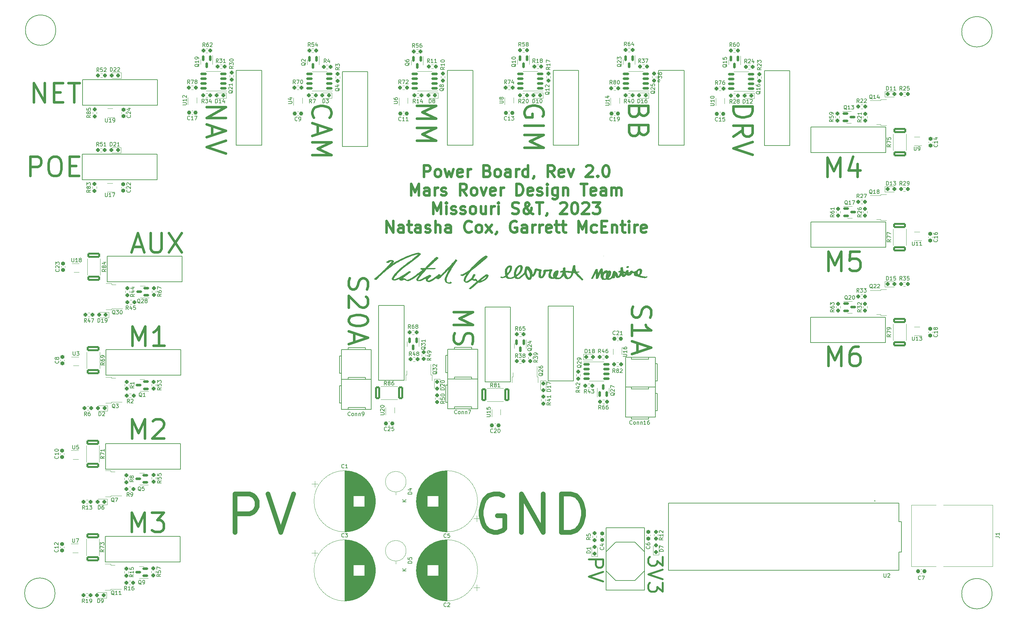
<source format=gto>
G04 #@! TF.GenerationSoftware,KiCad,Pcbnew,(6.0.7)*
G04 #@! TF.CreationDate,2023-03-20T21:13:55-05:00*
G04 #@! TF.ProjectId,2023 Powerboard,32303233-2050-46f7-9765-72626f617264,rev?*
G04 #@! TF.SameCoordinates,Original*
G04 #@! TF.FileFunction,Legend,Top*
G04 #@! TF.FilePolarity,Positive*
%FSLAX46Y46*%
G04 Gerber Fmt 4.6, Leading zero omitted, Abs format (unit mm)*
G04 Created by KiCad (PCBNEW (6.0.7)) date 2023-03-20 21:13:55*
%MOMM*%
%LPD*%
G01*
G04 APERTURE LIST*
G04 Aperture macros list*
%AMRoundRect*
0 Rectangle with rounded corners*
0 $1 Rounding radius*
0 $2 $3 $4 $5 $6 $7 $8 $9 X,Y pos of 4 corners*
0 Add a 4 corners polygon primitive as box body*
4,1,4,$2,$3,$4,$5,$6,$7,$8,$9,$2,$3,0*
0 Add four circle primitives for the rounded corners*
1,1,$1+$1,$2,$3*
1,1,$1+$1,$4,$5*
1,1,$1+$1,$6,$7*
1,1,$1+$1,$8,$9*
0 Add four rect primitives between the rounded corners*
20,1,$1+$1,$2,$3,$4,$5,0*
20,1,$1+$1,$4,$5,$6,$7,0*
20,1,$1+$1,$6,$7,$8,$9,0*
20,1,$1+$1,$8,$9,$2,$3,0*%
G04 Aperture macros list end*
%ADD10C,1.270000*%
%ADD11C,0.635000*%
%ADD12C,0.508000*%
%ADD13C,0.150000*%
%ADD14C,0.120000*%
%ADD15C,0.127000*%
%ADD16C,0.200000*%
%ADD17RoundRect,0.237500X-0.287500X-0.237500X0.287500X-0.237500X0.287500X0.237500X-0.287500X0.237500X0*%
%ADD18RoundRect,0.237500X0.237500X-0.250000X0.237500X0.250000X-0.237500X0.250000X-0.237500X-0.250000X0*%
%ADD19RoundRect,0.237500X0.250000X0.237500X-0.250000X0.237500X-0.250000X-0.237500X0.250000X-0.237500X0*%
%ADD20RoundRect,0.150000X0.587500X0.150000X-0.587500X0.150000X-0.587500X-0.150000X0.587500X-0.150000X0*%
%ADD21RoundRect,0.237500X-0.250000X-0.237500X0.250000X-0.237500X0.250000X0.237500X-0.250000X0.237500X0*%
%ADD22RoundRect,0.249999X0.450001X1.425001X-0.450001X1.425001X-0.450001X-1.425001X0.450001X-1.425001X0*%
%ADD23RoundRect,0.237500X-0.237500X0.250000X-0.237500X-0.250000X0.237500X-0.250000X0.237500X0.250000X0*%
%ADD24R,2.600000X2.600000*%
%ADD25O,2.600000X2.600000*%
%ADD26R,0.400000X1.500000*%
%ADD27R,2.400000X2.400000*%
%ADD28C,2.400000*%
%ADD29O,3.000000X5.100000*%
%ADD30C,2.946400*%
%ADD31RoundRect,0.237500X0.287500X0.237500X-0.287500X0.237500X-0.287500X-0.237500X0.287500X-0.237500X0*%
%ADD32RoundRect,0.249999X1.425001X-0.450001X1.425001X0.450001X-1.425001X0.450001X-1.425001X-0.450001X0*%
%ADD33RoundRect,0.237500X0.300000X0.237500X-0.300000X0.237500X-0.300000X-0.237500X0.300000X-0.237500X0*%
%ADD34C,2.819400*%
%ADD35RoundRect,0.150000X-0.150000X0.587500X-0.150000X-0.587500X0.150000X-0.587500X0.150000X0.587500X0*%
%ADD36R,1.500000X0.400000*%
%ADD37RoundRect,0.150000X0.675000X0.150000X-0.675000X0.150000X-0.675000X-0.150000X0.675000X-0.150000X0*%
%ADD38RoundRect,0.237500X-0.237500X0.300000X-0.237500X-0.300000X0.237500X-0.300000X0.237500X0.300000X0*%
%ADD39RoundRect,0.150000X-0.587500X-0.150000X0.587500X-0.150000X0.587500X0.150000X-0.587500X0.150000X0*%
%ADD40RoundRect,0.237500X-0.300000X-0.237500X0.300000X-0.237500X0.300000X0.237500X-0.300000X0.237500X0*%
%ADD41RoundRect,0.237500X0.237500X-0.300000X0.237500X0.300000X-0.237500X0.300000X-0.237500X-0.300000X0*%
%ADD42C,18.288000*%
%ADD43R,1.200000X2.200000*%
%ADD44R,5.800000X6.400000*%
%ADD45R,2.200000X1.200000*%
%ADD46R,6.400000X5.800000*%
%ADD47RoundRect,0.237500X0.237500X-0.287500X0.237500X0.287500X-0.237500X0.287500X-0.237500X-0.287500X0*%
%ADD48RoundRect,0.249999X-1.425001X0.450001X-1.425001X-0.450001X1.425001X-0.450001X1.425001X0.450001X0*%
%ADD49RoundRect,0.150000X0.150000X-0.587500X0.150000X0.587500X-0.150000X0.587500X-0.150000X-0.587500X0*%
%ADD50RoundRect,0.237500X-0.237500X0.287500X-0.237500X-0.287500X0.237500X-0.287500X0.237500X0.287500X0*%
%ADD51RoundRect,0.150000X-0.675000X-0.150000X0.675000X-0.150000X0.675000X0.150000X-0.675000X0.150000X0*%
%ADD52C,1.308000*%
%ADD53C,1.208000*%
%ADD54C,1.524000*%
%ADD55C,1.100000*%
%ADD56C,1.400000*%
%ADD57C,4.000000*%
%ADD58C,2.000000*%
%ADD59O,5.100000X3.000000*%
G04 APERTURE END LIST*
D10*
X142881047Y-148590000D02*
X141913428Y-148106190D01*
X140462000Y-148106190D01*
X139010571Y-148590000D01*
X138042952Y-149557619D01*
X137559142Y-150525238D01*
X137075333Y-152460476D01*
X137075333Y-153911904D01*
X137559142Y-155847142D01*
X138042952Y-156814761D01*
X139010571Y-157782380D01*
X140462000Y-158266190D01*
X141429619Y-158266190D01*
X142881047Y-157782380D01*
X143364857Y-157298571D01*
X143364857Y-153911904D01*
X141429619Y-153911904D01*
X147719142Y-158266190D02*
X147719142Y-148106190D01*
X153524857Y-158266190D01*
X153524857Y-148106190D01*
X158362952Y-158266190D02*
X158362952Y-148106190D01*
X160782000Y-148106190D01*
X162233428Y-148590000D01*
X163201047Y-149557619D01*
X163684857Y-150525238D01*
X164168666Y-152460476D01*
X164168666Y-153911904D01*
X163684857Y-155847142D01*
X163201047Y-156814761D01*
X162233428Y-157782380D01*
X160782000Y-158266190D01*
X158362952Y-158266190D01*
D11*
X229022119Y-89100095D02*
X229022119Y-84020095D01*
X230715452Y-87648666D01*
X232408785Y-84020095D01*
X232408785Y-89100095D01*
X237246880Y-84020095D02*
X234827833Y-84020095D01*
X234585928Y-86439142D01*
X234827833Y-86197238D01*
X235311642Y-85955333D01*
X236521166Y-85955333D01*
X237004976Y-86197238D01*
X237246880Y-86439142D01*
X237488785Y-86922952D01*
X237488785Y-88132476D01*
X237246880Y-88616285D01*
X237004976Y-88858190D01*
X236521166Y-89100095D01*
X235311642Y-89100095D01*
X234827833Y-88858190D01*
X234585928Y-88616285D01*
D12*
X185220428Y-164801357D02*
X185220428Y-167159928D01*
X183769000Y-165889928D01*
X183769000Y-166434214D01*
X183587571Y-166797071D01*
X183406142Y-166978500D01*
X183043285Y-167159928D01*
X182136142Y-167159928D01*
X181773285Y-166978500D01*
X181591857Y-166797071D01*
X181410428Y-166434214D01*
X181410428Y-165345642D01*
X181591857Y-164982785D01*
X181773285Y-164801357D01*
X185220428Y-168248500D02*
X181410428Y-169518500D01*
X185220428Y-170788500D01*
X185220428Y-171695642D02*
X185220428Y-174054214D01*
X183769000Y-172784214D01*
X183769000Y-173328500D01*
X183587571Y-173691357D01*
X183406142Y-173872785D01*
X183043285Y-174054214D01*
X182136142Y-174054214D01*
X181773285Y-173872785D01*
X181591857Y-173691357D01*
X181410428Y-173328500D01*
X181410428Y-172239928D01*
X181591857Y-171877071D01*
X181773285Y-171695642D01*
X165662428Y-165517285D02*
X169472428Y-165517285D01*
X169472428Y-166968714D01*
X169291000Y-167331571D01*
X169109571Y-167513000D01*
X168746714Y-167694428D01*
X168202428Y-167694428D01*
X167839571Y-167513000D01*
X167658142Y-167331571D01*
X167476714Y-166968714D01*
X167476714Y-165517285D01*
X169472428Y-168783000D02*
X165662428Y-170053000D01*
X169472428Y-171323000D01*
D11*
X177265309Y-98600380D02*
X177023404Y-99326095D01*
X177023404Y-100535619D01*
X177265309Y-101019428D01*
X177507214Y-101261333D01*
X177991023Y-101503238D01*
X178474833Y-101503238D01*
X178958642Y-101261333D01*
X179200547Y-101019428D01*
X179442452Y-100535619D01*
X179684357Y-99568000D01*
X179926261Y-99084190D01*
X180168166Y-98842285D01*
X180651976Y-98600380D01*
X181135785Y-98600380D01*
X181619595Y-98842285D01*
X181861500Y-99084190D01*
X182103404Y-99568000D01*
X182103404Y-100777523D01*
X181861500Y-101503238D01*
X177023404Y-106341333D02*
X177023404Y-103438476D01*
X177023404Y-104889904D02*
X182103404Y-104889904D01*
X181377690Y-104406095D01*
X180893880Y-103922285D01*
X180651976Y-103438476D01*
X178474833Y-108276571D02*
X178474833Y-110695619D01*
X177023404Y-107792761D02*
X182103404Y-109486095D01*
X177023404Y-111179428D01*
X120129904Y-45441809D02*
X125209904Y-45441809D01*
X121581333Y-47135142D01*
X125209904Y-48828476D01*
X120129904Y-48828476D01*
X120129904Y-51247523D02*
X125209904Y-51247523D01*
X121581333Y-52940857D01*
X125209904Y-54634190D01*
X120129904Y-54634190D01*
X64503904Y-45756285D02*
X69583904Y-45756285D01*
X64503904Y-48659142D01*
X69583904Y-48659142D01*
X65955333Y-50836285D02*
X65955333Y-53255333D01*
X64503904Y-50352476D02*
X69583904Y-52045809D01*
X64503904Y-53739142D01*
X69583904Y-54706761D02*
X64503904Y-56400095D01*
X69583904Y-58093428D01*
X178924857Y-47098857D02*
X178682952Y-47824571D01*
X178441047Y-48066476D01*
X177957238Y-48308380D01*
X177231523Y-48308380D01*
X176747714Y-48066476D01*
X176505809Y-47824571D01*
X176263904Y-47340761D01*
X176263904Y-45405523D01*
X181343904Y-45405523D01*
X181343904Y-47098857D01*
X181102000Y-47582666D01*
X180860095Y-47824571D01*
X180376285Y-48066476D01*
X179892476Y-48066476D01*
X179408666Y-47824571D01*
X179166761Y-47582666D01*
X178924857Y-47098857D01*
X178924857Y-45405523D01*
X178924857Y-52178857D02*
X178682952Y-52904571D01*
X178441047Y-53146476D01*
X177957238Y-53388380D01*
X177231523Y-53388380D01*
X176747714Y-53146476D01*
X176505809Y-52904571D01*
X176263904Y-52420761D01*
X176263904Y-50485523D01*
X181343904Y-50485523D01*
X181343904Y-52178857D01*
X181102000Y-52662666D01*
X180860095Y-52904571D01*
X180376285Y-53146476D01*
X179892476Y-53146476D01*
X179408666Y-52904571D01*
X179166761Y-52662666D01*
X178924857Y-52178857D01*
X178924857Y-50485523D01*
X45113976Y-82800366D02*
X47533023Y-82800366D01*
X44630166Y-84251795D02*
X46323500Y-79171795D01*
X48016833Y-84251795D01*
X49710166Y-79171795D02*
X49710166Y-83284176D01*
X49952071Y-83767985D01*
X50193976Y-84009890D01*
X50677785Y-84251795D01*
X51645404Y-84251795D01*
X52129214Y-84009890D01*
X52371119Y-83767985D01*
X52613023Y-83284176D01*
X52613023Y-79171795D01*
X54548261Y-79171795D02*
X57934928Y-84251795D01*
X57934928Y-79171795D02*
X54548261Y-84251795D01*
D10*
X71978761Y-158266190D02*
X71978761Y-148106190D01*
X75849238Y-148106190D01*
X76816857Y-148590000D01*
X77300666Y-149073809D01*
X77784476Y-150041428D01*
X77784476Y-151492857D01*
X77300666Y-152460476D01*
X76816857Y-152944285D01*
X75849238Y-153428095D01*
X71978761Y-153428095D01*
X80687333Y-148106190D02*
X84074000Y-158266190D01*
X87460666Y-148106190D01*
D11*
X121982515Y-64246151D02*
X121982515Y-61198151D01*
X123143658Y-61198151D01*
X123433944Y-61343294D01*
X123579087Y-61488436D01*
X123724229Y-61778722D01*
X123724229Y-62214151D01*
X123579087Y-62504436D01*
X123433944Y-62649579D01*
X123143658Y-62794722D01*
X121982515Y-62794722D01*
X125465944Y-64246151D02*
X125175658Y-64101008D01*
X125030515Y-63955865D01*
X124885372Y-63665579D01*
X124885372Y-62794722D01*
X125030515Y-62504436D01*
X125175658Y-62359294D01*
X125465944Y-62214151D01*
X125901372Y-62214151D01*
X126191658Y-62359294D01*
X126336801Y-62504436D01*
X126481944Y-62794722D01*
X126481944Y-63665579D01*
X126336801Y-63955865D01*
X126191658Y-64101008D01*
X125901372Y-64246151D01*
X125465944Y-64246151D01*
X127497944Y-62214151D02*
X128078515Y-64246151D01*
X128659087Y-62794722D01*
X129239658Y-64246151D01*
X129820229Y-62214151D01*
X132142515Y-64101008D02*
X131852229Y-64246151D01*
X131271658Y-64246151D01*
X130981372Y-64101008D01*
X130836229Y-63810722D01*
X130836229Y-62649579D01*
X130981372Y-62359294D01*
X131271658Y-62214151D01*
X131852229Y-62214151D01*
X132142515Y-62359294D01*
X132287658Y-62649579D01*
X132287658Y-62939865D01*
X130836229Y-63230151D01*
X133593944Y-64246151D02*
X133593944Y-62214151D01*
X133593944Y-62794722D02*
X133739087Y-62504436D01*
X133884229Y-62359294D01*
X134174515Y-62214151D01*
X134464801Y-62214151D01*
X138819087Y-62649579D02*
X139254515Y-62794722D01*
X139399658Y-62939865D01*
X139544801Y-63230151D01*
X139544801Y-63665579D01*
X139399658Y-63955865D01*
X139254515Y-64101008D01*
X138964229Y-64246151D01*
X137803087Y-64246151D01*
X137803087Y-61198151D01*
X138819087Y-61198151D01*
X139109372Y-61343294D01*
X139254515Y-61488436D01*
X139399658Y-61778722D01*
X139399658Y-62069008D01*
X139254515Y-62359294D01*
X139109372Y-62504436D01*
X138819087Y-62649579D01*
X137803087Y-62649579D01*
X141286515Y-64246151D02*
X140996229Y-64101008D01*
X140851087Y-63955865D01*
X140705944Y-63665579D01*
X140705944Y-62794722D01*
X140851087Y-62504436D01*
X140996229Y-62359294D01*
X141286515Y-62214151D01*
X141721944Y-62214151D01*
X142012229Y-62359294D01*
X142157372Y-62504436D01*
X142302515Y-62794722D01*
X142302515Y-63665579D01*
X142157372Y-63955865D01*
X142012229Y-64101008D01*
X141721944Y-64246151D01*
X141286515Y-64246151D01*
X144915087Y-64246151D02*
X144915087Y-62649579D01*
X144769944Y-62359294D01*
X144479658Y-62214151D01*
X143899087Y-62214151D01*
X143608801Y-62359294D01*
X144915087Y-64101008D02*
X144624801Y-64246151D01*
X143899087Y-64246151D01*
X143608801Y-64101008D01*
X143463658Y-63810722D01*
X143463658Y-63520436D01*
X143608801Y-63230151D01*
X143899087Y-63085008D01*
X144624801Y-63085008D01*
X144915087Y-62939865D01*
X146366515Y-64246151D02*
X146366515Y-62214151D01*
X146366515Y-62794722D02*
X146511658Y-62504436D01*
X146656801Y-62359294D01*
X146947087Y-62214151D01*
X147237372Y-62214151D01*
X149559658Y-64246151D02*
X149559658Y-61198151D01*
X149559658Y-64101008D02*
X149269372Y-64246151D01*
X148688801Y-64246151D01*
X148398515Y-64101008D01*
X148253372Y-63955865D01*
X148108229Y-63665579D01*
X148108229Y-62794722D01*
X148253372Y-62504436D01*
X148398515Y-62359294D01*
X148688801Y-62214151D01*
X149269372Y-62214151D01*
X149559658Y-62359294D01*
X151156229Y-64101008D02*
X151156229Y-64246151D01*
X151011087Y-64536436D01*
X150865944Y-64681579D01*
X156526515Y-64246151D02*
X155510515Y-62794722D01*
X154784801Y-64246151D02*
X154784801Y-61198151D01*
X155945944Y-61198151D01*
X156236229Y-61343294D01*
X156381372Y-61488436D01*
X156526515Y-61778722D01*
X156526515Y-62214151D01*
X156381372Y-62504436D01*
X156236229Y-62649579D01*
X155945944Y-62794722D01*
X154784801Y-62794722D01*
X158993944Y-64101008D02*
X158703658Y-64246151D01*
X158123087Y-64246151D01*
X157832801Y-64101008D01*
X157687658Y-63810722D01*
X157687658Y-62649579D01*
X157832801Y-62359294D01*
X158123087Y-62214151D01*
X158703658Y-62214151D01*
X158993944Y-62359294D01*
X159139087Y-62649579D01*
X159139087Y-62939865D01*
X157687658Y-63230151D01*
X160155087Y-62214151D02*
X160880801Y-64246151D01*
X161606515Y-62214151D01*
X164944801Y-61488436D02*
X165089944Y-61343294D01*
X165380229Y-61198151D01*
X166105944Y-61198151D01*
X166396229Y-61343294D01*
X166541372Y-61488436D01*
X166686515Y-61778722D01*
X166686515Y-62069008D01*
X166541372Y-62504436D01*
X164799658Y-64246151D01*
X166686515Y-64246151D01*
X167992801Y-63955865D02*
X168137944Y-64101008D01*
X167992801Y-64246151D01*
X167847658Y-64101008D01*
X167992801Y-63955865D01*
X167992801Y-64246151D01*
X170024801Y-61198151D02*
X170315087Y-61198151D01*
X170605372Y-61343294D01*
X170750515Y-61488436D01*
X170895658Y-61778722D01*
X171040801Y-62359294D01*
X171040801Y-63085008D01*
X170895658Y-63665579D01*
X170750515Y-63955865D01*
X170605372Y-64101008D01*
X170315087Y-64246151D01*
X170024801Y-64246151D01*
X169734515Y-64101008D01*
X169589372Y-63955865D01*
X169444229Y-63665579D01*
X169299087Y-63085008D01*
X169299087Y-62359294D01*
X169444229Y-61778722D01*
X169589372Y-61488436D01*
X169734515Y-61343294D01*
X170024801Y-61198151D01*
X118644229Y-69153431D02*
X118644229Y-66105431D01*
X119660229Y-68282574D01*
X120676229Y-66105431D01*
X120676229Y-69153431D01*
X123433944Y-69153431D02*
X123433944Y-67556859D01*
X123288801Y-67266574D01*
X122998515Y-67121431D01*
X122417944Y-67121431D01*
X122127658Y-67266574D01*
X123433944Y-69008288D02*
X123143658Y-69153431D01*
X122417944Y-69153431D01*
X122127658Y-69008288D01*
X121982515Y-68718002D01*
X121982515Y-68427716D01*
X122127658Y-68137431D01*
X122417944Y-67992288D01*
X123143658Y-67992288D01*
X123433944Y-67847145D01*
X124885372Y-69153431D02*
X124885372Y-67121431D01*
X124885372Y-67702002D02*
X125030515Y-67411716D01*
X125175658Y-67266574D01*
X125465944Y-67121431D01*
X125756229Y-67121431D01*
X126627087Y-69008288D02*
X126917372Y-69153431D01*
X127497944Y-69153431D01*
X127788229Y-69008288D01*
X127933372Y-68718002D01*
X127933372Y-68572859D01*
X127788229Y-68282574D01*
X127497944Y-68137431D01*
X127062515Y-68137431D01*
X126772229Y-67992288D01*
X126627087Y-67702002D01*
X126627087Y-67556859D01*
X126772229Y-67266574D01*
X127062515Y-67121431D01*
X127497944Y-67121431D01*
X127788229Y-67266574D01*
X133303658Y-69153431D02*
X132287658Y-67702002D01*
X131561944Y-69153431D02*
X131561944Y-66105431D01*
X132723087Y-66105431D01*
X133013372Y-66250574D01*
X133158515Y-66395716D01*
X133303658Y-66686002D01*
X133303658Y-67121431D01*
X133158515Y-67411716D01*
X133013372Y-67556859D01*
X132723087Y-67702002D01*
X131561944Y-67702002D01*
X135045372Y-69153431D02*
X134755087Y-69008288D01*
X134609944Y-68863145D01*
X134464801Y-68572859D01*
X134464801Y-67702002D01*
X134609944Y-67411716D01*
X134755087Y-67266574D01*
X135045372Y-67121431D01*
X135480801Y-67121431D01*
X135771087Y-67266574D01*
X135916229Y-67411716D01*
X136061372Y-67702002D01*
X136061372Y-68572859D01*
X135916229Y-68863145D01*
X135771087Y-69008288D01*
X135480801Y-69153431D01*
X135045372Y-69153431D01*
X137077372Y-67121431D02*
X137803087Y-69153431D01*
X138528801Y-67121431D01*
X140851087Y-69008288D02*
X140560801Y-69153431D01*
X139980229Y-69153431D01*
X139689944Y-69008288D01*
X139544801Y-68718002D01*
X139544801Y-67556859D01*
X139689944Y-67266574D01*
X139980229Y-67121431D01*
X140560801Y-67121431D01*
X140851087Y-67266574D01*
X140996229Y-67556859D01*
X140996229Y-67847145D01*
X139544801Y-68137431D01*
X142302515Y-69153431D02*
X142302515Y-67121431D01*
X142302515Y-67702002D02*
X142447658Y-67411716D01*
X142592801Y-67266574D01*
X142883087Y-67121431D01*
X143173372Y-67121431D01*
X146511658Y-69153431D02*
X146511658Y-66105431D01*
X147237372Y-66105431D01*
X147672801Y-66250574D01*
X147963087Y-66540859D01*
X148108229Y-66831145D01*
X148253372Y-67411716D01*
X148253372Y-67847145D01*
X148108229Y-68427716D01*
X147963087Y-68718002D01*
X147672801Y-69008288D01*
X147237372Y-69153431D01*
X146511658Y-69153431D01*
X150720801Y-69008288D02*
X150430515Y-69153431D01*
X149849944Y-69153431D01*
X149559658Y-69008288D01*
X149414515Y-68718002D01*
X149414515Y-67556859D01*
X149559658Y-67266574D01*
X149849944Y-67121431D01*
X150430515Y-67121431D01*
X150720801Y-67266574D01*
X150865944Y-67556859D01*
X150865944Y-67847145D01*
X149414515Y-68137431D01*
X152027087Y-69008288D02*
X152317372Y-69153431D01*
X152897944Y-69153431D01*
X153188229Y-69008288D01*
X153333372Y-68718002D01*
X153333372Y-68572859D01*
X153188229Y-68282574D01*
X152897944Y-68137431D01*
X152462515Y-68137431D01*
X152172229Y-67992288D01*
X152027087Y-67702002D01*
X152027087Y-67556859D01*
X152172229Y-67266574D01*
X152462515Y-67121431D01*
X152897944Y-67121431D01*
X153188229Y-67266574D01*
X154639658Y-69153431D02*
X154639658Y-67121431D01*
X154639658Y-66105431D02*
X154494515Y-66250574D01*
X154639658Y-66395716D01*
X154784801Y-66250574D01*
X154639658Y-66105431D01*
X154639658Y-66395716D01*
X157397372Y-67121431D02*
X157397372Y-69588859D01*
X157252229Y-69879145D01*
X157107087Y-70024288D01*
X156816801Y-70169431D01*
X156381372Y-70169431D01*
X156091087Y-70024288D01*
X157397372Y-69008288D02*
X157107087Y-69153431D01*
X156526515Y-69153431D01*
X156236229Y-69008288D01*
X156091087Y-68863145D01*
X155945944Y-68572859D01*
X155945944Y-67702002D01*
X156091087Y-67411716D01*
X156236229Y-67266574D01*
X156526515Y-67121431D01*
X157107087Y-67121431D01*
X157397372Y-67266574D01*
X158848801Y-67121431D02*
X158848801Y-69153431D01*
X158848801Y-67411716D02*
X158993944Y-67266574D01*
X159284229Y-67121431D01*
X159719658Y-67121431D01*
X160009944Y-67266574D01*
X160155087Y-67556859D01*
X160155087Y-69153431D01*
X163493372Y-66105431D02*
X165235087Y-66105431D01*
X164364229Y-69153431D02*
X164364229Y-66105431D01*
X167412229Y-69008288D02*
X167121944Y-69153431D01*
X166541372Y-69153431D01*
X166251087Y-69008288D01*
X166105944Y-68718002D01*
X166105944Y-67556859D01*
X166251087Y-67266574D01*
X166541372Y-67121431D01*
X167121944Y-67121431D01*
X167412229Y-67266574D01*
X167557372Y-67556859D01*
X167557372Y-67847145D01*
X166105944Y-68137431D01*
X170169944Y-69153431D02*
X170169944Y-67556859D01*
X170024801Y-67266574D01*
X169734515Y-67121431D01*
X169153944Y-67121431D01*
X168863658Y-67266574D01*
X170169944Y-69008288D02*
X169879658Y-69153431D01*
X169153944Y-69153431D01*
X168863658Y-69008288D01*
X168718515Y-68718002D01*
X168718515Y-68427716D01*
X168863658Y-68137431D01*
X169153944Y-67992288D01*
X169879658Y-67992288D01*
X170169944Y-67847145D01*
X171621372Y-69153431D02*
X171621372Y-67121431D01*
X171621372Y-67411716D02*
X171766515Y-67266574D01*
X172056801Y-67121431D01*
X172492229Y-67121431D01*
X172782515Y-67266574D01*
X172927658Y-67556859D01*
X172927658Y-69153431D01*
X172927658Y-67556859D02*
X173072801Y-67266574D01*
X173363087Y-67121431D01*
X173798515Y-67121431D01*
X174088801Y-67266574D01*
X174233944Y-67556859D01*
X174233944Y-69153431D01*
X124449944Y-74060711D02*
X124449944Y-71012711D01*
X125465944Y-73189854D01*
X126481944Y-71012711D01*
X126481944Y-74060711D01*
X127933372Y-74060711D02*
X127933372Y-72028711D01*
X127933372Y-71012711D02*
X127788229Y-71157854D01*
X127933372Y-71302996D01*
X128078515Y-71157854D01*
X127933372Y-71012711D01*
X127933372Y-71302996D01*
X129239658Y-73915568D02*
X129529944Y-74060711D01*
X130110515Y-74060711D01*
X130400801Y-73915568D01*
X130545944Y-73625282D01*
X130545944Y-73480139D01*
X130400801Y-73189854D01*
X130110515Y-73044711D01*
X129675087Y-73044711D01*
X129384801Y-72899568D01*
X129239658Y-72609282D01*
X129239658Y-72464139D01*
X129384801Y-72173854D01*
X129675087Y-72028711D01*
X130110515Y-72028711D01*
X130400801Y-72173854D01*
X131707087Y-73915568D02*
X131997372Y-74060711D01*
X132577944Y-74060711D01*
X132868229Y-73915568D01*
X133013372Y-73625282D01*
X133013372Y-73480139D01*
X132868229Y-73189854D01*
X132577944Y-73044711D01*
X132142515Y-73044711D01*
X131852229Y-72899568D01*
X131707087Y-72609282D01*
X131707087Y-72464139D01*
X131852229Y-72173854D01*
X132142515Y-72028711D01*
X132577944Y-72028711D01*
X132868229Y-72173854D01*
X134755087Y-74060711D02*
X134464801Y-73915568D01*
X134319658Y-73770425D01*
X134174515Y-73480139D01*
X134174515Y-72609282D01*
X134319658Y-72318996D01*
X134464801Y-72173854D01*
X134755087Y-72028711D01*
X135190515Y-72028711D01*
X135480801Y-72173854D01*
X135625944Y-72318996D01*
X135771087Y-72609282D01*
X135771087Y-73480139D01*
X135625944Y-73770425D01*
X135480801Y-73915568D01*
X135190515Y-74060711D01*
X134755087Y-74060711D01*
X138383658Y-72028711D02*
X138383658Y-74060711D01*
X137077372Y-72028711D02*
X137077372Y-73625282D01*
X137222515Y-73915568D01*
X137512801Y-74060711D01*
X137948229Y-74060711D01*
X138238515Y-73915568D01*
X138383658Y-73770425D01*
X139835087Y-74060711D02*
X139835087Y-72028711D01*
X139835087Y-72609282D02*
X139980229Y-72318996D01*
X140125372Y-72173854D01*
X140415658Y-72028711D01*
X140705944Y-72028711D01*
X141721944Y-74060711D02*
X141721944Y-72028711D01*
X141721944Y-71012711D02*
X141576801Y-71157854D01*
X141721944Y-71302996D01*
X141867087Y-71157854D01*
X141721944Y-71012711D01*
X141721944Y-71302996D01*
X145350515Y-73915568D02*
X145785944Y-74060711D01*
X146511658Y-74060711D01*
X146801944Y-73915568D01*
X146947087Y-73770425D01*
X147092229Y-73480139D01*
X147092229Y-73189854D01*
X146947087Y-72899568D01*
X146801944Y-72754425D01*
X146511658Y-72609282D01*
X145931087Y-72464139D01*
X145640801Y-72318996D01*
X145495658Y-72173854D01*
X145350515Y-71883568D01*
X145350515Y-71593282D01*
X145495658Y-71302996D01*
X145640801Y-71157854D01*
X145931087Y-71012711D01*
X146656801Y-71012711D01*
X147092229Y-71157854D01*
X150865944Y-74060711D02*
X150720801Y-74060711D01*
X150430515Y-73915568D01*
X149995087Y-73480139D01*
X149269372Y-72609282D01*
X148979087Y-72173854D01*
X148833944Y-71738425D01*
X148833944Y-71448139D01*
X148979087Y-71157854D01*
X149269372Y-71012711D01*
X149414515Y-71012711D01*
X149704801Y-71157854D01*
X149849944Y-71448139D01*
X149849944Y-71593282D01*
X149704801Y-71883568D01*
X149559658Y-72028711D01*
X148688801Y-72609282D01*
X148543658Y-72754425D01*
X148398515Y-73044711D01*
X148398515Y-73480139D01*
X148543658Y-73770425D01*
X148688801Y-73915568D01*
X148979087Y-74060711D01*
X149414515Y-74060711D01*
X149704801Y-73915568D01*
X149849944Y-73770425D01*
X150285372Y-73189854D01*
X150430515Y-72754425D01*
X150430515Y-72464139D01*
X151736801Y-71012711D02*
X153478515Y-71012711D01*
X152607658Y-74060711D02*
X152607658Y-71012711D01*
X154639658Y-73915568D02*
X154639658Y-74060711D01*
X154494515Y-74350996D01*
X154349372Y-74496139D01*
X158123087Y-71302996D02*
X158268229Y-71157854D01*
X158558515Y-71012711D01*
X159284229Y-71012711D01*
X159574515Y-71157854D01*
X159719658Y-71302996D01*
X159864801Y-71593282D01*
X159864801Y-71883568D01*
X159719658Y-72318996D01*
X157977944Y-74060711D01*
X159864801Y-74060711D01*
X161751658Y-71012711D02*
X162041944Y-71012711D01*
X162332229Y-71157854D01*
X162477372Y-71302996D01*
X162622515Y-71593282D01*
X162767658Y-72173854D01*
X162767658Y-72899568D01*
X162622515Y-73480139D01*
X162477372Y-73770425D01*
X162332229Y-73915568D01*
X162041944Y-74060711D01*
X161751658Y-74060711D01*
X161461372Y-73915568D01*
X161316229Y-73770425D01*
X161171087Y-73480139D01*
X161025944Y-72899568D01*
X161025944Y-72173854D01*
X161171087Y-71593282D01*
X161316229Y-71302996D01*
X161461372Y-71157854D01*
X161751658Y-71012711D01*
X163928801Y-71302996D02*
X164073944Y-71157854D01*
X164364229Y-71012711D01*
X165089944Y-71012711D01*
X165380229Y-71157854D01*
X165525372Y-71302996D01*
X165670515Y-71593282D01*
X165670515Y-71883568D01*
X165525372Y-72318996D01*
X163783658Y-74060711D01*
X165670515Y-74060711D01*
X166686515Y-71012711D02*
X168573372Y-71012711D01*
X167557372Y-72173854D01*
X167992801Y-72173854D01*
X168283087Y-72318996D01*
X168428229Y-72464139D01*
X168573372Y-72754425D01*
X168573372Y-73480139D01*
X168428229Y-73770425D01*
X168283087Y-73915568D01*
X167992801Y-74060711D01*
X167121944Y-74060711D01*
X166831658Y-73915568D01*
X166686515Y-73770425D01*
X112112801Y-78967991D02*
X112112801Y-75919991D01*
X113854515Y-78967991D01*
X113854515Y-75919991D01*
X116612229Y-78967991D02*
X116612229Y-77371419D01*
X116467087Y-77081134D01*
X116176801Y-76935991D01*
X115596229Y-76935991D01*
X115305944Y-77081134D01*
X116612229Y-78822848D02*
X116321944Y-78967991D01*
X115596229Y-78967991D01*
X115305944Y-78822848D01*
X115160801Y-78532562D01*
X115160801Y-78242276D01*
X115305944Y-77951991D01*
X115596229Y-77806848D01*
X116321944Y-77806848D01*
X116612229Y-77661705D01*
X117628229Y-76935991D02*
X118789372Y-76935991D01*
X118063658Y-75919991D02*
X118063658Y-78532562D01*
X118208801Y-78822848D01*
X118499087Y-78967991D01*
X118789372Y-78967991D01*
X121111658Y-78967991D02*
X121111658Y-77371419D01*
X120966515Y-77081134D01*
X120676229Y-76935991D01*
X120095658Y-76935991D01*
X119805372Y-77081134D01*
X121111658Y-78822848D02*
X120821372Y-78967991D01*
X120095658Y-78967991D01*
X119805372Y-78822848D01*
X119660229Y-78532562D01*
X119660229Y-78242276D01*
X119805372Y-77951991D01*
X120095658Y-77806848D01*
X120821372Y-77806848D01*
X121111658Y-77661705D01*
X122417944Y-78822848D02*
X122708229Y-78967991D01*
X123288801Y-78967991D01*
X123579087Y-78822848D01*
X123724229Y-78532562D01*
X123724229Y-78387419D01*
X123579087Y-78097134D01*
X123288801Y-77951991D01*
X122853372Y-77951991D01*
X122563087Y-77806848D01*
X122417944Y-77516562D01*
X122417944Y-77371419D01*
X122563087Y-77081134D01*
X122853372Y-76935991D01*
X123288801Y-76935991D01*
X123579087Y-77081134D01*
X125030515Y-78967991D02*
X125030515Y-75919991D01*
X126336801Y-78967991D02*
X126336801Y-77371419D01*
X126191658Y-77081134D01*
X125901372Y-76935991D01*
X125465944Y-76935991D01*
X125175658Y-77081134D01*
X125030515Y-77226276D01*
X129094515Y-78967991D02*
X129094515Y-77371419D01*
X128949372Y-77081134D01*
X128659087Y-76935991D01*
X128078515Y-76935991D01*
X127788229Y-77081134D01*
X129094515Y-78822848D02*
X128804229Y-78967991D01*
X128078515Y-78967991D01*
X127788229Y-78822848D01*
X127643087Y-78532562D01*
X127643087Y-78242276D01*
X127788229Y-77951991D01*
X128078515Y-77806848D01*
X128804229Y-77806848D01*
X129094515Y-77661705D01*
X134609944Y-78677705D02*
X134464801Y-78822848D01*
X134029372Y-78967991D01*
X133739087Y-78967991D01*
X133303658Y-78822848D01*
X133013372Y-78532562D01*
X132868229Y-78242276D01*
X132723087Y-77661705D01*
X132723087Y-77226276D01*
X132868229Y-76645705D01*
X133013372Y-76355419D01*
X133303658Y-76065134D01*
X133739087Y-75919991D01*
X134029372Y-75919991D01*
X134464801Y-76065134D01*
X134609944Y-76210276D01*
X136351658Y-78967991D02*
X136061372Y-78822848D01*
X135916229Y-78677705D01*
X135771087Y-78387419D01*
X135771087Y-77516562D01*
X135916229Y-77226276D01*
X136061372Y-77081134D01*
X136351658Y-76935991D01*
X136787087Y-76935991D01*
X137077372Y-77081134D01*
X137222515Y-77226276D01*
X137367658Y-77516562D01*
X137367658Y-78387419D01*
X137222515Y-78677705D01*
X137077372Y-78822848D01*
X136787087Y-78967991D01*
X136351658Y-78967991D01*
X138383658Y-78967991D02*
X139980229Y-76935991D01*
X138383658Y-76935991D02*
X139980229Y-78967991D01*
X141286515Y-78822848D02*
X141286515Y-78967991D01*
X141141372Y-79258276D01*
X140996229Y-79403419D01*
X146511658Y-76065134D02*
X146221372Y-75919991D01*
X145785944Y-75919991D01*
X145350515Y-76065134D01*
X145060229Y-76355419D01*
X144915087Y-76645705D01*
X144769944Y-77226276D01*
X144769944Y-77661705D01*
X144915087Y-78242276D01*
X145060229Y-78532562D01*
X145350515Y-78822848D01*
X145785944Y-78967991D01*
X146076229Y-78967991D01*
X146511658Y-78822848D01*
X146656801Y-78677705D01*
X146656801Y-77661705D01*
X146076229Y-77661705D01*
X149269372Y-78967991D02*
X149269372Y-77371419D01*
X149124229Y-77081134D01*
X148833944Y-76935991D01*
X148253372Y-76935991D01*
X147963087Y-77081134D01*
X149269372Y-78822848D02*
X148979087Y-78967991D01*
X148253372Y-78967991D01*
X147963087Y-78822848D01*
X147817944Y-78532562D01*
X147817944Y-78242276D01*
X147963087Y-77951991D01*
X148253372Y-77806848D01*
X148979087Y-77806848D01*
X149269372Y-77661705D01*
X150720801Y-78967991D02*
X150720801Y-76935991D01*
X150720801Y-77516562D02*
X150865944Y-77226276D01*
X151011087Y-77081134D01*
X151301372Y-76935991D01*
X151591658Y-76935991D01*
X152607658Y-78967991D02*
X152607658Y-76935991D01*
X152607658Y-77516562D02*
X152752801Y-77226276D01*
X152897944Y-77081134D01*
X153188229Y-76935991D01*
X153478515Y-76935991D01*
X155655658Y-78822848D02*
X155365372Y-78967991D01*
X154784801Y-78967991D01*
X154494515Y-78822848D01*
X154349372Y-78532562D01*
X154349372Y-77371419D01*
X154494515Y-77081134D01*
X154784801Y-76935991D01*
X155365372Y-76935991D01*
X155655658Y-77081134D01*
X155800801Y-77371419D01*
X155800801Y-77661705D01*
X154349372Y-77951991D01*
X156671658Y-76935991D02*
X157832801Y-76935991D01*
X157107086Y-75919991D02*
X157107086Y-78532562D01*
X157252229Y-78822848D01*
X157542515Y-78967991D01*
X157832801Y-78967991D01*
X158413372Y-76935991D02*
X159574515Y-76935991D01*
X158848801Y-75919991D02*
X158848801Y-78532562D01*
X158993944Y-78822848D01*
X159284229Y-78967991D01*
X159574515Y-78967991D01*
X162912801Y-78967991D02*
X162912801Y-75919991D01*
X163928801Y-78097134D01*
X164944801Y-75919991D01*
X164944801Y-78967991D01*
X167702515Y-78822848D02*
X167412229Y-78967991D01*
X166831658Y-78967991D01*
X166541372Y-78822848D01*
X166396229Y-78677705D01*
X166251086Y-78387419D01*
X166251086Y-77516562D01*
X166396229Y-77226276D01*
X166541372Y-77081134D01*
X166831658Y-76935991D01*
X167412229Y-76935991D01*
X167702515Y-77081134D01*
X169008801Y-77371419D02*
X170024801Y-77371419D01*
X170460229Y-78967991D02*
X169008801Y-78967991D01*
X169008801Y-75919991D01*
X170460229Y-75919991D01*
X171766515Y-76935991D02*
X171766515Y-78967991D01*
X171766515Y-77226276D02*
X171911658Y-77081134D01*
X172201944Y-76935991D01*
X172637372Y-76935991D01*
X172927658Y-77081134D01*
X173072801Y-77371419D01*
X173072801Y-78967991D01*
X174088801Y-76935991D02*
X175249944Y-76935991D01*
X174524229Y-75919991D02*
X174524229Y-78532562D01*
X174669372Y-78822848D01*
X174959658Y-78967991D01*
X175249944Y-78967991D01*
X176265944Y-78967991D02*
X176265944Y-76935991D01*
X176265944Y-75919991D02*
X176120801Y-76065134D01*
X176265944Y-76210276D01*
X176411086Y-76065134D01*
X176265944Y-75919991D01*
X176265944Y-76210276D01*
X177717372Y-78967991D02*
X177717372Y-76935991D01*
X177717372Y-77516562D02*
X177862515Y-77226276D01*
X178007658Y-77081134D01*
X178297944Y-76935991D01*
X178588229Y-76935991D01*
X180765372Y-78822848D02*
X180475087Y-78967991D01*
X179894515Y-78967991D01*
X179604229Y-78822848D01*
X179459087Y-78532562D01*
X179459087Y-77371419D01*
X179604229Y-77081134D01*
X179894515Y-76935991D01*
X180475087Y-76935991D01*
X180765372Y-77081134D01*
X180910515Y-77371419D01*
X180910515Y-77661705D01*
X179459087Y-77951991D01*
X129931804Y-100039719D02*
X135011804Y-100039719D01*
X131383233Y-101733052D01*
X135011804Y-103426385D01*
X129931804Y-103426385D01*
X130173709Y-105603528D02*
X129931804Y-106329242D01*
X129931804Y-107538766D01*
X130173709Y-108022576D01*
X130415614Y-108264480D01*
X130899423Y-108506385D01*
X131383233Y-108506385D01*
X131867042Y-108264480D01*
X132108947Y-108022576D01*
X132350852Y-107538766D01*
X132592757Y-106571147D01*
X132834661Y-106087338D01*
X133076566Y-105845433D01*
X133560376Y-105603528D01*
X134044185Y-105603528D01*
X134527995Y-105845433D01*
X134769900Y-106087338D01*
X135011804Y-106571147D01*
X135011804Y-107780671D01*
X134769900Y-108506385D01*
X17889976Y-64020095D02*
X17889976Y-58940095D01*
X19825214Y-58940095D01*
X20309023Y-59182000D01*
X20550928Y-59423904D01*
X20792833Y-59907714D01*
X20792833Y-60633428D01*
X20550928Y-61117238D01*
X20309023Y-61359142D01*
X19825214Y-61601047D01*
X17889976Y-61601047D01*
X23937595Y-58940095D02*
X24905214Y-58940095D01*
X25389023Y-59182000D01*
X25872833Y-59665809D01*
X26114738Y-60633428D01*
X26114738Y-62326761D01*
X25872833Y-63294380D01*
X25389023Y-63778190D01*
X24905214Y-64020095D01*
X23937595Y-64020095D01*
X23453785Y-63778190D01*
X22969976Y-63294380D01*
X22728071Y-62326761D01*
X22728071Y-60633428D01*
X22969976Y-59665809D01*
X23453785Y-59182000D01*
X23937595Y-58940095D01*
X28291880Y-61359142D02*
X29985214Y-61359142D01*
X30710928Y-64020095D02*
X28291880Y-64020095D01*
X28291880Y-58940095D01*
X30710928Y-58940095D01*
X44776519Y-133516995D02*
X44776519Y-128436995D01*
X46469852Y-132065566D01*
X48163185Y-128436995D01*
X48163185Y-133516995D01*
X50340328Y-128920804D02*
X50582233Y-128678900D01*
X51066042Y-128436995D01*
X52275566Y-128436995D01*
X52759376Y-128678900D01*
X53001280Y-128920804D01*
X53243185Y-129404614D01*
X53243185Y-129888423D01*
X53001280Y-130614138D01*
X50098423Y-133516995D01*
X53243185Y-133516995D01*
X228789319Y-64208095D02*
X228789319Y-59128095D01*
X230482652Y-62756666D01*
X232175985Y-59128095D01*
X232175985Y-64208095D01*
X236772176Y-60821428D02*
X236772176Y-64208095D01*
X235562652Y-58886190D02*
X234353128Y-62514761D01*
X237497890Y-62514761D01*
X92927714Y-48562380D02*
X92685809Y-48320476D01*
X92443904Y-47594761D01*
X92443904Y-47110952D01*
X92685809Y-46385238D01*
X93169619Y-45901428D01*
X93653428Y-45659523D01*
X94621047Y-45417619D01*
X95346761Y-45417619D01*
X96314380Y-45659523D01*
X96798190Y-45901428D01*
X97282000Y-46385238D01*
X97523904Y-47110952D01*
X97523904Y-47594761D01*
X97282000Y-48320476D01*
X97040095Y-48562380D01*
X93895333Y-50497619D02*
X93895333Y-52916666D01*
X92443904Y-50013809D02*
X97523904Y-51707142D01*
X92443904Y-53400476D01*
X92443904Y-55093809D02*
X97523904Y-55093809D01*
X93895333Y-56787142D01*
X97523904Y-58480476D01*
X92443904Y-58480476D01*
X203901604Y-45609880D02*
X208981604Y-45609880D01*
X208981604Y-46819404D01*
X208739700Y-47545119D01*
X208255890Y-48028928D01*
X207772080Y-48270833D01*
X206804461Y-48512738D01*
X206078747Y-48512738D01*
X205111128Y-48270833D01*
X204627319Y-48028928D01*
X204143509Y-47545119D01*
X203901604Y-46819404D01*
X203901604Y-45609880D01*
X203901604Y-53592738D02*
X206320652Y-51899404D01*
X203901604Y-50689880D02*
X208981604Y-50689880D01*
X208981604Y-52625119D01*
X208739700Y-53108928D01*
X208497795Y-53350833D01*
X208013985Y-53592738D01*
X207288271Y-53592738D01*
X206804461Y-53350833D01*
X206562557Y-53108928D01*
X206320652Y-52625119D01*
X206320652Y-50689880D01*
X208981604Y-55044166D02*
X203901604Y-56737500D01*
X208981604Y-58430833D01*
X229022119Y-114246095D02*
X229022119Y-109166095D01*
X230715452Y-112794666D01*
X232408785Y-109166095D01*
X232408785Y-114246095D01*
X237004976Y-109166095D02*
X236037357Y-109166095D01*
X235553547Y-109408000D01*
X235311642Y-109649904D01*
X234827833Y-110375619D01*
X234585928Y-111343238D01*
X234585928Y-113278476D01*
X234827833Y-113762285D01*
X235069738Y-114004190D01*
X235553547Y-114246095D01*
X236521166Y-114246095D01*
X237004976Y-114004190D01*
X237246880Y-113762285D01*
X237488785Y-113278476D01*
X237488785Y-112068952D01*
X237246880Y-111585142D01*
X237004976Y-111343238D01*
X236521166Y-111101333D01*
X235553547Y-111101333D01*
X235069738Y-111343238D01*
X234827833Y-111585142D01*
X234585928Y-112068952D01*
X44731819Y-158239695D02*
X44731819Y-153159695D01*
X46425152Y-156788266D01*
X48118485Y-153159695D01*
X48118485Y-158239695D01*
X50053723Y-153159695D02*
X53198485Y-153159695D01*
X51505152Y-155094933D01*
X52230866Y-155094933D01*
X52714676Y-155336838D01*
X52956580Y-155578742D01*
X53198485Y-156062552D01*
X53198485Y-157272076D01*
X52956580Y-157755885D01*
X52714676Y-157997790D01*
X52230866Y-158239695D01*
X50779438Y-158239695D01*
X50295628Y-157997790D01*
X50053723Y-157755885D01*
X44878119Y-108980595D02*
X44878119Y-103900595D01*
X46571452Y-107529166D01*
X48264785Y-103900595D01*
X48264785Y-108980595D01*
X53344785Y-108980595D02*
X50441928Y-108980595D01*
X51893357Y-108980595D02*
X51893357Y-103900595D01*
X51409547Y-104626309D01*
X50925738Y-105110119D01*
X50441928Y-105352023D01*
X18794738Y-44510395D02*
X18794738Y-39430395D01*
X21697595Y-44510395D01*
X21697595Y-39430395D01*
X24116642Y-41849442D02*
X25809976Y-41849442D01*
X26535690Y-44510395D02*
X24116642Y-44510395D01*
X24116642Y-39430395D01*
X26535690Y-39430395D01*
X27987119Y-39430395D02*
X30889976Y-39430395D01*
X29438547Y-44510395D02*
X29438547Y-39430395D01*
X102337209Y-91113433D02*
X102095304Y-91839147D01*
X102095304Y-93048671D01*
X102337209Y-93532480D01*
X102579114Y-93774385D01*
X103062923Y-94016290D01*
X103546733Y-94016290D01*
X104030542Y-93774385D01*
X104272447Y-93532480D01*
X104514352Y-93048671D01*
X104756257Y-92081052D01*
X104998161Y-91597242D01*
X105240066Y-91355338D01*
X105723876Y-91113433D01*
X106207685Y-91113433D01*
X106691495Y-91355338D01*
X106933400Y-91597242D01*
X107175304Y-92081052D01*
X107175304Y-93290576D01*
X106933400Y-94016290D01*
X106691495Y-95951528D02*
X106933400Y-96193433D01*
X107175304Y-96677242D01*
X107175304Y-97886766D01*
X106933400Y-98370576D01*
X106691495Y-98612480D01*
X106207685Y-98854385D01*
X105723876Y-98854385D01*
X104998161Y-98612480D01*
X102095304Y-95709623D01*
X102095304Y-98854385D01*
X107175304Y-101999147D02*
X107175304Y-102482957D01*
X106933400Y-102966766D01*
X106691495Y-103208671D01*
X106207685Y-103450576D01*
X105240066Y-103692480D01*
X104030542Y-103692480D01*
X103062923Y-103450576D01*
X102579114Y-103208671D01*
X102337209Y-102966766D01*
X102095304Y-102482957D01*
X102095304Y-101999147D01*
X102337209Y-101515338D01*
X102579114Y-101273433D01*
X103062923Y-101031528D01*
X104030542Y-100789623D01*
X105240066Y-100789623D01*
X106207685Y-101031528D01*
X106691495Y-101273433D01*
X106933400Y-101515338D01*
X107175304Y-101999147D01*
X103546733Y-105627719D02*
X103546733Y-108046766D01*
X102095304Y-105143909D02*
X107175304Y-106837242D01*
X102095304Y-108530576D01*
X153416000Y-48272095D02*
X153657904Y-47788285D01*
X153657904Y-47062571D01*
X153416000Y-46336857D01*
X152932190Y-45853047D01*
X152448380Y-45611142D01*
X151480761Y-45369238D01*
X150755047Y-45369238D01*
X149787428Y-45611142D01*
X149303619Y-45853047D01*
X148819809Y-46336857D01*
X148577904Y-47062571D01*
X148577904Y-47546380D01*
X148819809Y-48272095D01*
X149061714Y-48514000D01*
X150755047Y-48514000D01*
X150755047Y-47546380D01*
X148577904Y-50691142D02*
X153657904Y-50691142D01*
X148577904Y-53110190D02*
X153657904Y-53110190D01*
X150029333Y-54803523D01*
X153657904Y-56496857D01*
X148577904Y-56496857D01*
D13*
X244366214Y-66426380D02*
X244366214Y-65426380D01*
X244604309Y-65426380D01*
X244747166Y-65474000D01*
X244842404Y-65569238D01*
X244890023Y-65664476D01*
X244937642Y-65854952D01*
X244937642Y-65997809D01*
X244890023Y-66188285D01*
X244842404Y-66283523D01*
X244747166Y-66378761D01*
X244604309Y-66426380D01*
X244366214Y-66426380D01*
X245890023Y-66426380D02*
X245318595Y-66426380D01*
X245604309Y-66426380D02*
X245604309Y-65426380D01*
X245509071Y-65569238D01*
X245413833Y-65664476D01*
X245318595Y-65712095D01*
X246223357Y-65426380D02*
X246842404Y-65426380D01*
X246509071Y-65807333D01*
X246651928Y-65807333D01*
X246747166Y-65854952D01*
X246794785Y-65902571D01*
X246842404Y-65997809D01*
X246842404Y-66235904D01*
X246794785Y-66331142D01*
X246747166Y-66378761D01*
X246651928Y-66426380D01*
X246366214Y-66426380D01*
X246270976Y-66378761D01*
X246223357Y-66331142D01*
X127451780Y-123590957D02*
X126975590Y-123924290D01*
X127451780Y-124162385D02*
X126451780Y-124162385D01*
X126451780Y-123781433D01*
X126499400Y-123686195D01*
X126547019Y-123638576D01*
X126642257Y-123590957D01*
X126785114Y-123590957D01*
X126880352Y-123638576D01*
X126927971Y-123686195D01*
X126975590Y-123781433D01*
X126975590Y-124162385D01*
X126451780Y-122686195D02*
X126451780Y-123162385D01*
X126927971Y-123210004D01*
X126880352Y-123162385D01*
X126832733Y-123067147D01*
X126832733Y-122829052D01*
X126880352Y-122733814D01*
X126927971Y-122686195D01*
X127023209Y-122638576D01*
X127261304Y-122638576D01*
X127356542Y-122686195D01*
X127404161Y-122733814D01*
X127451780Y-122829052D01*
X127451780Y-123067147D01*
X127404161Y-123162385D01*
X127356542Y-123210004D01*
X126451780Y-122019528D02*
X126451780Y-121924290D01*
X126499400Y-121829052D01*
X126547019Y-121781433D01*
X126642257Y-121733814D01*
X126832733Y-121686195D01*
X127070828Y-121686195D01*
X127261304Y-121733814D01*
X127356542Y-121781433D01*
X127404161Y-121829052D01*
X127451780Y-121924290D01*
X127451780Y-122019528D01*
X127404161Y-122114766D01*
X127356542Y-122162385D01*
X127261304Y-122210004D01*
X127070828Y-122257623D01*
X126832733Y-122257623D01*
X126642257Y-122210004D01*
X126547019Y-122162385D01*
X126499400Y-122114766D01*
X126451780Y-122019528D01*
X118482542Y-104350480D02*
X118149209Y-103874290D01*
X117911114Y-104350480D02*
X117911114Y-103350480D01*
X118292066Y-103350480D01*
X118387304Y-103398100D01*
X118434923Y-103445719D01*
X118482542Y-103540957D01*
X118482542Y-103683814D01*
X118434923Y-103779052D01*
X118387304Y-103826671D01*
X118292066Y-103874290D01*
X117911114Y-103874290D01*
X119339685Y-103350480D02*
X119149209Y-103350480D01*
X119053971Y-103398100D01*
X119006352Y-103445719D01*
X118911114Y-103588576D01*
X118863495Y-103779052D01*
X118863495Y-104160004D01*
X118911114Y-104255242D01*
X118958733Y-104302861D01*
X119053971Y-104350480D01*
X119244447Y-104350480D01*
X119339685Y-104302861D01*
X119387304Y-104255242D01*
X119434923Y-104160004D01*
X119434923Y-103921909D01*
X119387304Y-103826671D01*
X119339685Y-103779052D01*
X119244447Y-103731433D01*
X119053971Y-103731433D01*
X118958733Y-103779052D01*
X118911114Y-103826671D01*
X118863495Y-103921909D01*
X120006352Y-103779052D02*
X119911114Y-103731433D01*
X119863495Y-103683814D01*
X119815876Y-103588576D01*
X119815876Y-103540957D01*
X119863495Y-103445719D01*
X119911114Y-103398100D01*
X120006352Y-103350480D01*
X120196828Y-103350480D01*
X120292066Y-103398100D01*
X120339685Y-103445719D01*
X120387304Y-103540957D01*
X120387304Y-103588576D01*
X120339685Y-103683814D01*
X120292066Y-103731433D01*
X120196828Y-103779052D01*
X120006352Y-103779052D01*
X119911114Y-103826671D01*
X119863495Y-103874290D01*
X119815876Y-103969528D01*
X119815876Y-104160004D01*
X119863495Y-104255242D01*
X119911114Y-104302861D01*
X120006352Y-104350480D01*
X120196828Y-104350480D01*
X120292066Y-104302861D01*
X120339685Y-104255242D01*
X120387304Y-104160004D01*
X120387304Y-103969528D01*
X120339685Y-103874290D01*
X120292066Y-103826671D01*
X120196828Y-103779052D01*
X237766080Y-49090857D02*
X237289890Y-49424190D01*
X237766080Y-49662285D02*
X236766080Y-49662285D01*
X236766080Y-49281333D01*
X236813700Y-49186095D01*
X236861319Y-49138476D01*
X236956557Y-49090857D01*
X237099414Y-49090857D01*
X237194652Y-49138476D01*
X237242271Y-49186095D01*
X237289890Y-49281333D01*
X237289890Y-49662285D01*
X236861319Y-48709904D02*
X236813700Y-48662285D01*
X236766080Y-48567047D01*
X236766080Y-48328952D01*
X236813700Y-48233714D01*
X236861319Y-48186095D01*
X236956557Y-48138476D01*
X237051795Y-48138476D01*
X237194652Y-48186095D01*
X237766080Y-48757523D01*
X237766080Y-48138476D01*
X237766080Y-47186095D02*
X237766080Y-47757523D01*
X237766080Y-47471809D02*
X236766080Y-47471809D01*
X236908938Y-47567047D01*
X237004176Y-47662285D01*
X237051795Y-47757523D01*
X47117261Y-147362119D02*
X47022023Y-147314500D01*
X46926785Y-147219261D01*
X46783928Y-147076404D01*
X46688690Y-147028785D01*
X46593452Y-147028785D01*
X46641071Y-147266880D02*
X46545833Y-147219261D01*
X46450595Y-147124023D01*
X46402976Y-146933547D01*
X46402976Y-146600214D01*
X46450595Y-146409738D01*
X46545833Y-146314500D01*
X46641071Y-146266880D01*
X46831547Y-146266880D01*
X46926785Y-146314500D01*
X47022023Y-146409738D01*
X47069642Y-146600214D01*
X47069642Y-146933547D01*
X47022023Y-147124023D01*
X46926785Y-147219261D01*
X46831547Y-147266880D01*
X46641071Y-147266880D01*
X47974404Y-146266880D02*
X47498214Y-146266880D01*
X47450595Y-146743071D01*
X47498214Y-146695452D01*
X47593452Y-146647833D01*
X47831547Y-146647833D01*
X47926785Y-146695452D01*
X47974404Y-146743071D01*
X48022023Y-146838309D01*
X48022023Y-147076404D01*
X47974404Y-147171642D01*
X47926785Y-147219261D01*
X47831547Y-147266880D01*
X47593452Y-147266880D01*
X47498214Y-147219261D01*
X47450595Y-147171642D01*
X118736542Y-111556480D02*
X118403209Y-111080290D01*
X118165114Y-111556480D02*
X118165114Y-110556480D01*
X118546066Y-110556480D01*
X118641304Y-110604100D01*
X118688923Y-110651719D01*
X118736542Y-110746957D01*
X118736542Y-110889814D01*
X118688923Y-110985052D01*
X118641304Y-111032671D01*
X118546066Y-111080290D01*
X118165114Y-111080290D01*
X119593685Y-110889814D02*
X119593685Y-111556480D01*
X119355590Y-110508861D02*
X119117495Y-111223147D01*
X119736542Y-111223147D01*
X120260352Y-110985052D02*
X120165114Y-110937433D01*
X120117495Y-110889814D01*
X120069876Y-110794576D01*
X120069876Y-110746957D01*
X120117495Y-110651719D01*
X120165114Y-110604100D01*
X120260352Y-110556480D01*
X120450828Y-110556480D01*
X120546066Y-110604100D01*
X120593685Y-110651719D01*
X120641304Y-110746957D01*
X120641304Y-110794576D01*
X120593685Y-110889814D01*
X120546066Y-110937433D01*
X120450828Y-110985052D01*
X120260352Y-110985052D01*
X120165114Y-111032671D01*
X120117495Y-111080290D01*
X120069876Y-111175528D01*
X120069876Y-111366004D01*
X120117495Y-111461242D01*
X120165114Y-111508861D01*
X120260352Y-111556480D01*
X120450828Y-111556480D01*
X120546066Y-111508861D01*
X120593685Y-111461242D01*
X120641304Y-111366004D01*
X120641304Y-111175528D01*
X120593685Y-111080290D01*
X120546066Y-111032671D01*
X120450828Y-110985052D01*
X140223042Y-119844480D02*
X139889709Y-119368290D01*
X139651614Y-119844480D02*
X139651614Y-118844480D01*
X140032566Y-118844480D01*
X140127804Y-118892100D01*
X140175423Y-118939719D01*
X140223042Y-119034957D01*
X140223042Y-119177814D01*
X140175423Y-119273052D01*
X140127804Y-119320671D01*
X140032566Y-119368290D01*
X139651614Y-119368290D01*
X140794471Y-119273052D02*
X140699233Y-119225433D01*
X140651614Y-119177814D01*
X140603995Y-119082576D01*
X140603995Y-119034957D01*
X140651614Y-118939719D01*
X140699233Y-118892100D01*
X140794471Y-118844480D01*
X140984947Y-118844480D01*
X141080185Y-118892100D01*
X141127804Y-118939719D01*
X141175423Y-119034957D01*
X141175423Y-119082576D01*
X141127804Y-119177814D01*
X141080185Y-119225433D01*
X140984947Y-119273052D01*
X140794471Y-119273052D01*
X140699233Y-119320671D01*
X140651614Y-119368290D01*
X140603995Y-119463528D01*
X140603995Y-119654004D01*
X140651614Y-119749242D01*
X140699233Y-119796861D01*
X140794471Y-119844480D01*
X140984947Y-119844480D01*
X141080185Y-119796861D01*
X141127804Y-119749242D01*
X141175423Y-119654004D01*
X141175423Y-119463528D01*
X141127804Y-119368290D01*
X141080185Y-119320671D01*
X140984947Y-119273052D01*
X142127804Y-119844480D02*
X141556376Y-119844480D01*
X141842090Y-119844480D02*
X141842090Y-118844480D01*
X141746852Y-118987338D01*
X141651614Y-119082576D01*
X141556376Y-119130195D01*
X45411880Y-95296557D02*
X44935690Y-95629890D01*
X45411880Y-95867985D02*
X44411880Y-95867985D01*
X44411880Y-95487033D01*
X44459500Y-95391795D01*
X44507119Y-95344176D01*
X44602357Y-95296557D01*
X44745214Y-95296557D01*
X44840452Y-95344176D01*
X44888071Y-95391795D01*
X44935690Y-95487033D01*
X44935690Y-95867985D01*
X44745214Y-94439414D02*
X45411880Y-94439414D01*
X44364261Y-94677509D02*
X45078547Y-94915604D01*
X45078547Y-94296557D01*
X44745214Y-93487033D02*
X45411880Y-93487033D01*
X44364261Y-93725128D02*
X45078547Y-93963223D01*
X45078547Y-93344176D01*
X63873142Y-44648380D02*
X63539809Y-44172190D01*
X63301714Y-44648380D02*
X63301714Y-43648380D01*
X63682666Y-43648380D01*
X63777904Y-43696000D01*
X63825523Y-43743619D01*
X63873142Y-43838857D01*
X63873142Y-43981714D01*
X63825523Y-44076952D01*
X63777904Y-44124571D01*
X63682666Y-44172190D01*
X63301714Y-44172190D01*
X64206476Y-43648380D02*
X64825523Y-43648380D01*
X64492190Y-44029333D01*
X64635047Y-44029333D01*
X64730285Y-44076952D01*
X64777904Y-44124571D01*
X64825523Y-44219809D01*
X64825523Y-44457904D01*
X64777904Y-44553142D01*
X64730285Y-44600761D01*
X64635047Y-44648380D01*
X64349333Y-44648380D01*
X64254095Y-44600761D01*
X64206476Y-44553142D01*
X65682666Y-43981714D02*
X65682666Y-44648380D01*
X65444571Y-43600761D02*
X65206476Y-44315047D01*
X65825523Y-44315047D01*
X118816380Y-166493095D02*
X117816380Y-166493095D01*
X117816380Y-166255000D01*
X117864000Y-166112142D01*
X117959238Y-166016904D01*
X118054476Y-165969285D01*
X118244952Y-165921666D01*
X118387809Y-165921666D01*
X118578285Y-165969285D01*
X118673523Y-166016904D01*
X118768761Y-166112142D01*
X118816380Y-166255000D01*
X118816380Y-166493095D01*
X117816380Y-165016904D02*
X117816380Y-165493095D01*
X118292571Y-165540714D01*
X118244952Y-165493095D01*
X118197333Y-165397857D01*
X118197333Y-165159761D01*
X118244952Y-165064523D01*
X118292571Y-165016904D01*
X118387809Y-164969285D01*
X118625904Y-164969285D01*
X118721142Y-165016904D01*
X118768761Y-165064523D01*
X118816380Y-165159761D01*
X118816380Y-165397857D01*
X118768761Y-165493095D01*
X118721142Y-165540714D01*
X117306380Y-168556904D02*
X116306380Y-168556904D01*
X117306380Y-167985476D02*
X116734952Y-168414047D01*
X116306380Y-167985476D02*
X116877809Y-168556904D01*
X147693142Y-29649466D02*
X147359809Y-29173276D01*
X147121714Y-29649466D02*
X147121714Y-28649466D01*
X147502666Y-28649466D01*
X147597904Y-28697086D01*
X147645523Y-28744705D01*
X147693142Y-28839943D01*
X147693142Y-28982800D01*
X147645523Y-29078038D01*
X147597904Y-29125657D01*
X147502666Y-29173276D01*
X147121714Y-29173276D01*
X148597904Y-28649466D02*
X148121714Y-28649466D01*
X148074095Y-29125657D01*
X148121714Y-29078038D01*
X148216952Y-29030419D01*
X148455047Y-29030419D01*
X148550285Y-29078038D01*
X148597904Y-29125657D01*
X148645523Y-29220895D01*
X148645523Y-29458990D01*
X148597904Y-29554228D01*
X148550285Y-29601847D01*
X148455047Y-29649466D01*
X148216952Y-29649466D01*
X148121714Y-29601847D01*
X148074095Y-29554228D01*
X149216952Y-29078038D02*
X149121714Y-29030419D01*
X149074095Y-28982800D01*
X149026476Y-28887562D01*
X149026476Y-28839943D01*
X149074095Y-28744705D01*
X149121714Y-28697086D01*
X149216952Y-28649466D01*
X149407428Y-28649466D01*
X149502666Y-28697086D01*
X149550285Y-28744705D01*
X149597904Y-28839943D01*
X149597904Y-28887562D01*
X149550285Y-28982800D01*
X149502666Y-29030419D01*
X149407428Y-29078038D01*
X149216952Y-29078038D01*
X149121714Y-29125657D01*
X149074095Y-29173276D01*
X149026476Y-29268514D01*
X149026476Y-29458990D01*
X149074095Y-29554228D01*
X149121714Y-29601847D01*
X149216952Y-29649466D01*
X149407428Y-29649466D01*
X149502666Y-29601847D01*
X149550285Y-29554228D01*
X149597904Y-29458990D01*
X149597904Y-29268514D01*
X149550285Y-29173276D01*
X149502666Y-29125657D01*
X149407428Y-29078038D01*
X163263880Y-120669957D02*
X162787690Y-121003290D01*
X163263880Y-121241385D02*
X162263880Y-121241385D01*
X162263880Y-120860433D01*
X162311500Y-120765195D01*
X162359119Y-120717576D01*
X162454357Y-120669957D01*
X162597214Y-120669957D01*
X162692452Y-120717576D01*
X162740071Y-120765195D01*
X162787690Y-120860433D01*
X162787690Y-121241385D01*
X162597214Y-119812814D02*
X163263880Y-119812814D01*
X162216261Y-120050909D02*
X162930547Y-120289004D01*
X162930547Y-119669957D01*
X162359119Y-119336623D02*
X162311500Y-119289004D01*
X162263880Y-119193766D01*
X162263880Y-118955671D01*
X162311500Y-118860433D01*
X162359119Y-118812814D01*
X162454357Y-118765195D01*
X162549595Y-118765195D01*
X162692452Y-118812814D01*
X163263880Y-119384242D01*
X163263880Y-118765195D01*
X174677880Y-111769395D02*
X175487404Y-111769395D01*
X175582642Y-111721776D01*
X175630261Y-111674157D01*
X175677880Y-111578919D01*
X175677880Y-111388442D01*
X175630261Y-111293204D01*
X175582642Y-111245585D01*
X175487404Y-111197966D01*
X174677880Y-111197966D01*
X175677880Y-110197966D02*
X175677880Y-110769395D01*
X175677880Y-110483680D02*
X174677880Y-110483680D01*
X174820738Y-110578919D01*
X174915976Y-110674157D01*
X174963595Y-110769395D01*
X174677880Y-109340823D02*
X174677880Y-109531300D01*
X174725500Y-109626538D01*
X174773119Y-109674157D01*
X174915976Y-109769395D01*
X175106452Y-109817014D01*
X175487404Y-109817014D01*
X175582642Y-109769395D01*
X175630261Y-109721776D01*
X175677880Y-109626538D01*
X175677880Y-109436061D01*
X175630261Y-109340823D01*
X175582642Y-109293204D01*
X175487404Y-109245585D01*
X175249309Y-109245585D01*
X175154071Y-109293204D01*
X175106452Y-109340823D01*
X175058833Y-109436061D01*
X175058833Y-109626538D01*
X175106452Y-109721776D01*
X175154071Y-109769395D01*
X175249309Y-109817014D01*
X100865333Y-159509142D02*
X100817714Y-159556761D01*
X100674857Y-159604380D01*
X100579619Y-159604380D01*
X100436761Y-159556761D01*
X100341523Y-159461523D01*
X100293904Y-159366285D01*
X100246285Y-159175809D01*
X100246285Y-159032952D01*
X100293904Y-158842476D01*
X100341523Y-158747238D01*
X100436761Y-158652000D01*
X100579619Y-158604380D01*
X100674857Y-158604380D01*
X100817714Y-158652000D01*
X100865333Y-158699619D01*
X101198666Y-158604380D02*
X101817714Y-158604380D01*
X101484380Y-158985333D01*
X101627238Y-158985333D01*
X101722476Y-159032952D01*
X101770095Y-159080571D01*
X101817714Y-159175809D01*
X101817714Y-159413904D01*
X101770095Y-159509142D01*
X101722476Y-159556761D01*
X101627238Y-159604380D01*
X101341523Y-159604380D01*
X101246285Y-159556761D01*
X101198666Y-159509142D01*
X102512090Y-127369242D02*
X102464471Y-127416861D01*
X102321614Y-127464480D01*
X102226376Y-127464480D01*
X102083519Y-127416861D01*
X101988280Y-127321623D01*
X101940661Y-127226385D01*
X101893042Y-127035909D01*
X101893042Y-126893052D01*
X101940661Y-126702576D01*
X101988280Y-126607338D01*
X102083519Y-126512100D01*
X102226376Y-126464480D01*
X102321614Y-126464480D01*
X102464471Y-126512100D01*
X102512090Y-126559719D01*
X103083519Y-127464480D02*
X102988280Y-127416861D01*
X102940661Y-127369242D01*
X102893042Y-127274004D01*
X102893042Y-126988290D01*
X102940661Y-126893052D01*
X102988280Y-126845433D01*
X103083519Y-126797814D01*
X103226376Y-126797814D01*
X103321614Y-126845433D01*
X103369233Y-126893052D01*
X103416852Y-126988290D01*
X103416852Y-127274004D01*
X103369233Y-127369242D01*
X103321614Y-127416861D01*
X103226376Y-127464480D01*
X103083519Y-127464480D01*
X103845423Y-126797814D02*
X103845423Y-127464480D01*
X103845423Y-126893052D02*
X103893042Y-126845433D01*
X103988280Y-126797814D01*
X104131138Y-126797814D01*
X104226376Y-126845433D01*
X104273995Y-126940671D01*
X104273995Y-127464480D01*
X104750185Y-126797814D02*
X104750185Y-127464480D01*
X104750185Y-126893052D02*
X104797804Y-126845433D01*
X104893042Y-126797814D01*
X105035900Y-126797814D01*
X105131138Y-126845433D01*
X105178757Y-126940671D01*
X105178757Y-127464480D01*
X105702566Y-127464480D02*
X105893042Y-127464480D01*
X105988280Y-127416861D01*
X106035900Y-127369242D01*
X106131138Y-127226385D01*
X106178757Y-127035909D01*
X106178757Y-126654957D01*
X106131138Y-126559719D01*
X106083519Y-126512100D01*
X105988280Y-126464480D01*
X105797804Y-126464480D01*
X105702566Y-126512100D01*
X105654947Y-126559719D01*
X105607328Y-126654957D01*
X105607328Y-126893052D01*
X105654947Y-126988290D01*
X105702566Y-127035909D01*
X105797804Y-127083528D01*
X105988280Y-127083528D01*
X106083519Y-127035909D01*
X106131138Y-126988290D01*
X106178757Y-126893052D01*
X36016404Y-127454880D02*
X36016404Y-126454880D01*
X36254500Y-126454880D01*
X36397357Y-126502500D01*
X36492595Y-126597738D01*
X36540214Y-126692976D01*
X36587833Y-126883452D01*
X36587833Y-127026309D01*
X36540214Y-127216785D01*
X36492595Y-127312023D01*
X36397357Y-127407261D01*
X36254500Y-127454880D01*
X36016404Y-127454880D01*
X36968785Y-126550119D02*
X37016404Y-126502500D01*
X37111642Y-126454880D01*
X37349738Y-126454880D01*
X37444976Y-126502500D01*
X37492595Y-126550119D01*
X37540214Y-126645357D01*
X37540214Y-126740595D01*
X37492595Y-126883452D01*
X36921166Y-127454880D01*
X37540214Y-127454880D01*
X155383380Y-35186857D02*
X154907190Y-35520190D01*
X155383380Y-35758285D02*
X154383380Y-35758285D01*
X154383380Y-35377333D01*
X154431000Y-35282095D01*
X154478619Y-35234476D01*
X154573857Y-35186857D01*
X154716714Y-35186857D01*
X154811952Y-35234476D01*
X154859571Y-35282095D01*
X154907190Y-35377333D01*
X154907190Y-35758285D01*
X155383380Y-34234476D02*
X155383380Y-34805904D01*
X155383380Y-34520190D02*
X154383380Y-34520190D01*
X154526238Y-34615428D01*
X154621476Y-34710666D01*
X154669095Y-34805904D01*
X154383380Y-33901142D02*
X154383380Y-33234476D01*
X155383380Y-33663047D01*
X123377704Y-44648380D02*
X123377704Y-43648380D01*
X123615800Y-43648380D01*
X123758657Y-43696000D01*
X123853895Y-43791238D01*
X123901514Y-43886476D01*
X123949133Y-44076952D01*
X123949133Y-44219809D01*
X123901514Y-44410285D01*
X123853895Y-44505523D01*
X123758657Y-44600761D01*
X123615800Y-44648380D01*
X123377704Y-44648380D01*
X124520561Y-44076952D02*
X124425323Y-44029333D01*
X124377704Y-43981714D01*
X124330085Y-43886476D01*
X124330085Y-43838857D01*
X124377704Y-43743619D01*
X124425323Y-43696000D01*
X124520561Y-43648380D01*
X124711038Y-43648380D01*
X124806276Y-43696000D01*
X124853895Y-43743619D01*
X124901514Y-43838857D01*
X124901514Y-43886476D01*
X124853895Y-43981714D01*
X124806276Y-44029333D01*
X124711038Y-44076952D01*
X124520561Y-44076952D01*
X124425323Y-44124571D01*
X124377704Y-44172190D01*
X124330085Y-44267428D01*
X124330085Y-44457904D01*
X124377704Y-44553142D01*
X124425323Y-44600761D01*
X124520561Y-44648380D01*
X124711038Y-44648380D01*
X124806276Y-44600761D01*
X124853895Y-44553142D01*
X124901514Y-44457904D01*
X124901514Y-44267428D01*
X124853895Y-44172190D01*
X124806276Y-44124571D01*
X124711038Y-44076952D01*
X52490880Y-120025357D02*
X52014690Y-120358690D01*
X52490880Y-120596785D02*
X51490880Y-120596785D01*
X51490880Y-120215833D01*
X51538500Y-120120595D01*
X51586119Y-120072976D01*
X51681357Y-120025357D01*
X51824214Y-120025357D01*
X51919452Y-120072976D01*
X51967071Y-120120595D01*
X52014690Y-120215833D01*
X52014690Y-120596785D01*
X51490880Y-119120595D02*
X51490880Y-119596785D01*
X51967071Y-119644404D01*
X51919452Y-119596785D01*
X51871833Y-119501547D01*
X51871833Y-119263452D01*
X51919452Y-119168214D01*
X51967071Y-119120595D01*
X52062309Y-119072976D01*
X52300404Y-119072976D01*
X52395642Y-119120595D01*
X52443261Y-119168214D01*
X52490880Y-119263452D01*
X52490880Y-119501547D01*
X52443261Y-119596785D01*
X52395642Y-119644404D01*
X51490880Y-118739642D02*
X51490880Y-118120595D01*
X51871833Y-118453928D01*
X51871833Y-118311071D01*
X51919452Y-118215833D01*
X51967071Y-118168214D01*
X52062309Y-118120595D01*
X52300404Y-118120595D01*
X52395642Y-118168214D01*
X52443261Y-118215833D01*
X52490880Y-118311071D01*
X52490880Y-118596785D01*
X52443261Y-118692023D01*
X52395642Y-118739642D01*
X44124833Y-124089380D02*
X43791500Y-123613190D01*
X43553404Y-124089380D02*
X43553404Y-123089380D01*
X43934357Y-123089380D01*
X44029595Y-123137000D01*
X44077214Y-123184619D01*
X44124833Y-123279857D01*
X44124833Y-123422714D01*
X44077214Y-123517952D01*
X44029595Y-123565571D01*
X43934357Y-123613190D01*
X43553404Y-123613190D01*
X44505785Y-123184619D02*
X44553404Y-123137000D01*
X44648642Y-123089380D01*
X44886738Y-123089380D01*
X44981976Y-123137000D01*
X45029595Y-123184619D01*
X45077214Y-123279857D01*
X45077214Y-123375095D01*
X45029595Y-123517952D01*
X44458166Y-124089380D01*
X45077214Y-124089380D01*
X64074442Y-29755941D02*
X63741109Y-29279751D01*
X63503014Y-29755941D02*
X63503014Y-28755941D01*
X63883966Y-28755941D01*
X63979204Y-28803561D01*
X64026823Y-28851180D01*
X64074442Y-28946418D01*
X64074442Y-29089275D01*
X64026823Y-29184513D01*
X63979204Y-29232132D01*
X63883966Y-29279751D01*
X63503014Y-29279751D01*
X64931585Y-28755941D02*
X64741109Y-28755941D01*
X64645871Y-28803561D01*
X64598252Y-28851180D01*
X64503014Y-28994037D01*
X64455395Y-29184513D01*
X64455395Y-29565465D01*
X64503014Y-29660703D01*
X64550633Y-29708322D01*
X64645871Y-29755941D01*
X64836347Y-29755941D01*
X64931585Y-29708322D01*
X64979204Y-29660703D01*
X65026823Y-29565465D01*
X65026823Y-29327370D01*
X64979204Y-29232132D01*
X64931585Y-29184513D01*
X64836347Y-29136894D01*
X64645871Y-29136894D01*
X64550633Y-29184513D01*
X64503014Y-29232132D01*
X64455395Y-29327370D01*
X65407776Y-28851180D02*
X65455395Y-28803561D01*
X65550633Y-28755941D01*
X65788728Y-28755941D01*
X65883966Y-28803561D01*
X65931585Y-28851180D01*
X65979204Y-28946418D01*
X65979204Y-29041656D01*
X65931585Y-29184513D01*
X65360157Y-29755941D01*
X65979204Y-29755941D01*
X37358580Y-162934457D02*
X36882390Y-163267790D01*
X37358580Y-163505885D02*
X36358580Y-163505885D01*
X36358580Y-163124933D01*
X36406200Y-163029695D01*
X36453819Y-162982076D01*
X36549057Y-162934457D01*
X36691914Y-162934457D01*
X36787152Y-162982076D01*
X36834771Y-163029695D01*
X36882390Y-163124933D01*
X36882390Y-163505885D01*
X36358580Y-162601123D02*
X36358580Y-161934457D01*
X37358580Y-162363028D01*
X36358580Y-161648742D02*
X36358580Y-161029695D01*
X36739533Y-161363028D01*
X36739533Y-161220171D01*
X36787152Y-161124933D01*
X36834771Y-161077314D01*
X36930009Y-161029695D01*
X37168104Y-161029695D01*
X37263342Y-161077314D01*
X37310961Y-161124933D01*
X37358580Y-161220171D01*
X37358580Y-161505885D01*
X37310961Y-161601123D01*
X37263342Y-161648742D01*
X172582642Y-116063680D02*
X172249309Y-115587490D01*
X172011214Y-116063680D02*
X172011214Y-115063680D01*
X172392166Y-115063680D01*
X172487404Y-115111300D01*
X172535023Y-115158919D01*
X172582642Y-115254157D01*
X172582642Y-115397014D01*
X172535023Y-115492252D01*
X172487404Y-115539871D01*
X172392166Y-115587490D01*
X172011214Y-115587490D01*
X173154071Y-115492252D02*
X173058833Y-115444633D01*
X173011214Y-115397014D01*
X172963595Y-115301776D01*
X172963595Y-115254157D01*
X173011214Y-115158919D01*
X173058833Y-115111300D01*
X173154071Y-115063680D01*
X173344547Y-115063680D01*
X173439785Y-115111300D01*
X173487404Y-115158919D01*
X173535023Y-115254157D01*
X173535023Y-115301776D01*
X173487404Y-115397014D01*
X173439785Y-115444633D01*
X173344547Y-115492252D01*
X173154071Y-115492252D01*
X173058833Y-115539871D01*
X173011214Y-115587490D01*
X172963595Y-115682728D01*
X172963595Y-115873204D01*
X173011214Y-115968442D01*
X173058833Y-116016061D01*
X173154071Y-116063680D01*
X173344547Y-116063680D01*
X173439785Y-116016061D01*
X173487404Y-115968442D01*
X173535023Y-115873204D01*
X173535023Y-115682728D01*
X173487404Y-115587490D01*
X173439785Y-115539871D01*
X173344547Y-115492252D01*
X173915976Y-115158919D02*
X173963595Y-115111300D01*
X174058833Y-115063680D01*
X174296928Y-115063680D01*
X174392166Y-115111300D01*
X174439785Y-115158919D01*
X174487404Y-115254157D01*
X174487404Y-115349395D01*
X174439785Y-115492252D01*
X173868357Y-116063680D01*
X174487404Y-116063680D01*
X91952842Y-29711880D02*
X91619509Y-29235690D01*
X91381414Y-29711880D02*
X91381414Y-28711880D01*
X91762366Y-28711880D01*
X91857604Y-28759500D01*
X91905223Y-28807119D01*
X91952842Y-28902357D01*
X91952842Y-29045214D01*
X91905223Y-29140452D01*
X91857604Y-29188071D01*
X91762366Y-29235690D01*
X91381414Y-29235690D01*
X92857604Y-28711880D02*
X92381414Y-28711880D01*
X92333795Y-29188071D01*
X92381414Y-29140452D01*
X92476652Y-29092833D01*
X92714747Y-29092833D01*
X92809985Y-29140452D01*
X92857604Y-29188071D01*
X92905223Y-29283309D01*
X92905223Y-29521404D01*
X92857604Y-29616642D01*
X92809985Y-29664261D01*
X92714747Y-29711880D01*
X92476652Y-29711880D01*
X92381414Y-29664261D01*
X92333795Y-29616642D01*
X93762366Y-29045214D02*
X93762366Y-29711880D01*
X93524271Y-28664261D02*
X93286176Y-29378547D01*
X93905223Y-29378547D01*
X151412142Y-33980380D02*
X151078809Y-33504190D01*
X150840714Y-33980380D02*
X150840714Y-32980380D01*
X151221666Y-32980380D01*
X151316904Y-33028000D01*
X151364523Y-33075619D01*
X151412142Y-33170857D01*
X151412142Y-33313714D01*
X151364523Y-33408952D01*
X151316904Y-33456571D01*
X151221666Y-33504190D01*
X150840714Y-33504190D01*
X152364523Y-33980380D02*
X151793095Y-33980380D01*
X152078809Y-33980380D02*
X152078809Y-32980380D01*
X151983571Y-33123238D01*
X151888333Y-33218476D01*
X151793095Y-33266095D01*
X152935952Y-33408952D02*
X152840714Y-33361333D01*
X152793095Y-33313714D01*
X152745476Y-33218476D01*
X152745476Y-33170857D01*
X152793095Y-33075619D01*
X152840714Y-33028000D01*
X152935952Y-32980380D01*
X153126428Y-32980380D01*
X153221666Y-33028000D01*
X153269285Y-33075619D01*
X153316904Y-33170857D01*
X153316904Y-33218476D01*
X153269285Y-33313714D01*
X153221666Y-33361333D01*
X153126428Y-33408952D01*
X152935952Y-33408952D01*
X152840714Y-33456571D01*
X152793095Y-33504190D01*
X152745476Y-33599428D01*
X152745476Y-33789904D01*
X152793095Y-33885142D01*
X152840714Y-33932761D01*
X152935952Y-33980380D01*
X153126428Y-33980380D01*
X153221666Y-33932761D01*
X153269285Y-33885142D01*
X153316904Y-33789904D01*
X153316904Y-33599428D01*
X153269285Y-33504190D01*
X153221666Y-33456571D01*
X153126428Y-33408952D01*
X141978380Y-44703904D02*
X142787904Y-44703904D01*
X142883142Y-44656285D01*
X142930761Y-44608666D01*
X142978380Y-44513428D01*
X142978380Y-44322952D01*
X142930761Y-44227714D01*
X142883142Y-44180095D01*
X142787904Y-44132476D01*
X141978380Y-44132476D01*
X142406952Y-43513428D02*
X142359333Y-43608666D01*
X142311714Y-43656285D01*
X142216476Y-43703904D01*
X142168857Y-43703904D01*
X142073619Y-43656285D01*
X142026000Y-43608666D01*
X141978380Y-43513428D01*
X141978380Y-43322952D01*
X142026000Y-43227714D01*
X142073619Y-43180095D01*
X142168857Y-43132476D01*
X142216476Y-43132476D01*
X142311714Y-43180095D01*
X142359333Y-43227714D01*
X142406952Y-43322952D01*
X142406952Y-43513428D01*
X142454571Y-43608666D01*
X142502190Y-43656285D01*
X142597428Y-43703904D01*
X142787904Y-43703904D01*
X142883142Y-43656285D01*
X142930761Y-43608666D01*
X142978380Y-43513428D01*
X142978380Y-43322952D01*
X142930761Y-43227714D01*
X142883142Y-43180095D01*
X142787904Y-43132476D01*
X142597428Y-43132476D01*
X142502190Y-43180095D01*
X142454571Y-43227714D01*
X142406952Y-43322952D01*
X165044642Y-121509980D02*
X164711309Y-121033790D01*
X164473214Y-121509980D02*
X164473214Y-120509980D01*
X164854166Y-120509980D01*
X164949404Y-120557600D01*
X164997023Y-120605219D01*
X165044642Y-120700457D01*
X165044642Y-120843314D01*
X164997023Y-120938552D01*
X164949404Y-120986171D01*
X164854166Y-121033790D01*
X164473214Y-121033790D01*
X165901785Y-120843314D02*
X165901785Y-121509980D01*
X165663690Y-120462361D02*
X165425595Y-121176647D01*
X166044642Y-121176647D01*
X166330357Y-120509980D02*
X166949404Y-120509980D01*
X166616071Y-120890933D01*
X166758928Y-120890933D01*
X166854166Y-120938552D01*
X166901785Y-120986171D01*
X166949404Y-121081409D01*
X166949404Y-121319504D01*
X166901785Y-121414742D01*
X166854166Y-121462361D01*
X166758928Y-121509980D01*
X166473214Y-121509980D01*
X166377976Y-121462361D01*
X166330357Y-121414742D01*
X115943142Y-49285142D02*
X115895523Y-49332761D01*
X115752666Y-49380380D01*
X115657428Y-49380380D01*
X115514571Y-49332761D01*
X115419333Y-49237523D01*
X115371714Y-49142285D01*
X115324095Y-48951809D01*
X115324095Y-48808952D01*
X115371714Y-48618476D01*
X115419333Y-48523238D01*
X115514571Y-48428000D01*
X115657428Y-48380380D01*
X115752666Y-48380380D01*
X115895523Y-48428000D01*
X115943142Y-48475619D01*
X116895523Y-49380380D02*
X116324095Y-49380380D01*
X116609809Y-49380380D02*
X116609809Y-48380380D01*
X116514571Y-48523238D01*
X116419333Y-48618476D01*
X116324095Y-48666095D01*
X117847904Y-49380380D02*
X117276476Y-49380380D01*
X117562190Y-49380380D02*
X117562190Y-48380380D01*
X117466952Y-48523238D01*
X117371714Y-48618476D01*
X117276476Y-48666095D01*
X71572380Y-34932857D02*
X71096190Y-35266190D01*
X71572380Y-35504285D02*
X70572380Y-35504285D01*
X70572380Y-35123333D01*
X70620000Y-35028095D01*
X70667619Y-34980476D01*
X70762857Y-34932857D01*
X70905714Y-34932857D01*
X71000952Y-34980476D01*
X71048571Y-35028095D01*
X71096190Y-35123333D01*
X71096190Y-35504285D01*
X70572380Y-34599523D02*
X70572380Y-33980476D01*
X70953333Y-34313809D01*
X70953333Y-34170952D01*
X71000952Y-34075714D01*
X71048571Y-34028095D01*
X71143809Y-33980476D01*
X71381904Y-33980476D01*
X71477142Y-34028095D01*
X71524761Y-34075714D01*
X71572380Y-34170952D01*
X71572380Y-34456666D01*
X71524761Y-34551904D01*
X71477142Y-34599523D01*
X70572380Y-33361428D02*
X70572380Y-33266190D01*
X70620000Y-33170952D01*
X70667619Y-33123333D01*
X70762857Y-33075714D01*
X70953333Y-33028095D01*
X71191428Y-33028095D01*
X71381904Y-33075714D01*
X71477142Y-33123333D01*
X71524761Y-33170952D01*
X71572380Y-33266190D01*
X71572380Y-33361428D01*
X71524761Y-33456666D01*
X71477142Y-33504285D01*
X71381904Y-33551904D01*
X71191428Y-33599523D01*
X70953333Y-33599523D01*
X70762857Y-33551904D01*
X70667619Y-33504285D01*
X70620000Y-33456666D01*
X70572380Y-33361428D01*
X211224080Y-35282357D02*
X210747890Y-35615690D01*
X211224080Y-35853785D02*
X210224080Y-35853785D01*
X210224080Y-35472833D01*
X210271700Y-35377595D01*
X210319319Y-35329976D01*
X210414557Y-35282357D01*
X210557414Y-35282357D01*
X210652652Y-35329976D01*
X210700271Y-35377595D01*
X210747890Y-35472833D01*
X210747890Y-35853785D01*
X210319319Y-34901404D02*
X210271700Y-34853785D01*
X210224080Y-34758547D01*
X210224080Y-34520452D01*
X210271700Y-34425214D01*
X210319319Y-34377595D01*
X210414557Y-34329976D01*
X210509795Y-34329976D01*
X210652652Y-34377595D01*
X211224080Y-34949023D01*
X211224080Y-34329976D01*
X210224080Y-33996642D02*
X210224080Y-33377595D01*
X210605033Y-33710928D01*
X210605033Y-33568071D01*
X210652652Y-33472833D01*
X210700271Y-33425214D01*
X210795509Y-33377595D01*
X211033604Y-33377595D01*
X211128842Y-33425214D01*
X211176461Y-33472833D01*
X211224080Y-33568071D01*
X211224080Y-33853785D01*
X211176461Y-33949023D01*
X211128842Y-33996642D01*
X164645214Y-110841980D02*
X164645214Y-109841980D01*
X164883309Y-109841980D01*
X165026166Y-109889600D01*
X165121404Y-109984838D01*
X165169023Y-110080076D01*
X165216642Y-110270552D01*
X165216642Y-110413409D01*
X165169023Y-110603885D01*
X165121404Y-110699123D01*
X165026166Y-110794361D01*
X164883309Y-110841980D01*
X164645214Y-110841980D01*
X166169023Y-110841980D02*
X165597595Y-110841980D01*
X165883309Y-110841980D02*
X165883309Y-109841980D01*
X165788071Y-109984838D01*
X165692833Y-110080076D01*
X165597595Y-110127695D01*
X166740452Y-110270552D02*
X166645214Y-110222933D01*
X166597595Y-110175314D01*
X166549976Y-110080076D01*
X166549976Y-110032457D01*
X166597595Y-109937219D01*
X166645214Y-109889600D01*
X166740452Y-109841980D01*
X166930928Y-109841980D01*
X167026166Y-109889600D01*
X167073785Y-109937219D01*
X167121404Y-110032457D01*
X167121404Y-110080076D01*
X167073785Y-110175314D01*
X167026166Y-110222933D01*
X166930928Y-110270552D01*
X166740452Y-110270552D01*
X166645214Y-110318171D01*
X166597595Y-110365790D01*
X166549976Y-110461028D01*
X166549976Y-110651504D01*
X166597595Y-110746742D01*
X166645214Y-110794361D01*
X166740452Y-110841980D01*
X166930928Y-110841980D01*
X167026166Y-110794361D01*
X167073785Y-110746742D01*
X167121404Y-110651504D01*
X167121404Y-110461028D01*
X167073785Y-110365790D01*
X167026166Y-110318171D01*
X166930928Y-110270552D01*
X88479333Y-49285142D02*
X88431714Y-49332761D01*
X88288857Y-49380380D01*
X88193619Y-49380380D01*
X88050761Y-49332761D01*
X87955523Y-49237523D01*
X87907904Y-49142285D01*
X87860285Y-48951809D01*
X87860285Y-48808952D01*
X87907904Y-48618476D01*
X87955523Y-48523238D01*
X88050761Y-48428000D01*
X88193619Y-48380380D01*
X88288857Y-48380380D01*
X88431714Y-48428000D01*
X88479333Y-48475619D01*
X88955523Y-49380380D02*
X89146000Y-49380380D01*
X89241238Y-49332761D01*
X89288857Y-49285142D01*
X89384095Y-49142285D01*
X89431714Y-48951809D01*
X89431714Y-48570857D01*
X89384095Y-48475619D01*
X89336476Y-48428000D01*
X89241238Y-48380380D01*
X89050761Y-48380380D01*
X88955523Y-48428000D01*
X88907904Y-48475619D01*
X88860285Y-48570857D01*
X88860285Y-48808952D01*
X88907904Y-48904190D01*
X88955523Y-48951809D01*
X89050761Y-48999428D01*
X89241238Y-48999428D01*
X89336476Y-48951809D01*
X89384095Y-48904190D01*
X89431714Y-48808952D01*
X118149619Y-34052738D02*
X118102000Y-34147976D01*
X118006761Y-34243214D01*
X117863904Y-34386071D01*
X117816285Y-34481309D01*
X117816285Y-34576547D01*
X118054380Y-34528928D02*
X118006761Y-34624166D01*
X117911523Y-34719404D01*
X117721047Y-34767023D01*
X117387714Y-34767023D01*
X117197238Y-34719404D01*
X117102000Y-34624166D01*
X117054380Y-34528928D01*
X117054380Y-34338452D01*
X117102000Y-34243214D01*
X117197238Y-34147976D01*
X117387714Y-34100357D01*
X117721047Y-34100357D01*
X117911523Y-34147976D01*
X118006761Y-34243214D01*
X118054380Y-34338452D01*
X118054380Y-34528928D01*
X117054380Y-33243214D02*
X117054380Y-33433690D01*
X117102000Y-33528928D01*
X117149619Y-33576547D01*
X117292476Y-33671785D01*
X117482952Y-33719404D01*
X117863904Y-33719404D01*
X117959142Y-33671785D01*
X118006761Y-33624166D01*
X118054380Y-33528928D01*
X118054380Y-33338452D01*
X118006761Y-33243214D01*
X117959142Y-33195595D01*
X117863904Y-33147976D01*
X117625809Y-33147976D01*
X117530571Y-33195595D01*
X117482952Y-33243214D01*
X117435333Y-33338452D01*
X117435333Y-33528928D01*
X117482952Y-33624166D01*
X117530571Y-33671785D01*
X117625809Y-33719404D01*
X248493642Y-91572380D02*
X248160309Y-91096190D01*
X247922214Y-91572380D02*
X247922214Y-90572380D01*
X248303166Y-90572380D01*
X248398404Y-90620000D01*
X248446023Y-90667619D01*
X248493642Y-90762857D01*
X248493642Y-90905714D01*
X248446023Y-91000952D01*
X248398404Y-91048571D01*
X248303166Y-91096190D01*
X247922214Y-91096190D01*
X248826976Y-90572380D02*
X249446023Y-90572380D01*
X249112690Y-90953333D01*
X249255547Y-90953333D01*
X249350785Y-91000952D01*
X249398404Y-91048571D01*
X249446023Y-91143809D01*
X249446023Y-91381904D01*
X249398404Y-91477142D01*
X249350785Y-91524761D01*
X249255547Y-91572380D01*
X248969833Y-91572380D01*
X248874595Y-91524761D01*
X248826976Y-91477142D01*
X250350785Y-90572380D02*
X249874595Y-90572380D01*
X249826976Y-91048571D01*
X249874595Y-91000952D01*
X249969833Y-90953333D01*
X250207928Y-90953333D01*
X250303166Y-91000952D01*
X250350785Y-91048571D01*
X250398404Y-91143809D01*
X250398404Y-91381904D01*
X250350785Y-91477142D01*
X250303166Y-91524761D01*
X250207928Y-91572380D01*
X249969833Y-91572380D01*
X249874595Y-91524761D01*
X249826976Y-91477142D01*
X150557519Y-109549528D02*
X150509900Y-109644766D01*
X150414661Y-109740004D01*
X150271804Y-109882861D01*
X150224185Y-109978100D01*
X150224185Y-110073338D01*
X150462280Y-110025719D02*
X150414661Y-110120957D01*
X150319423Y-110216195D01*
X150128947Y-110263814D01*
X149795614Y-110263814D01*
X149605138Y-110216195D01*
X149509900Y-110120957D01*
X149462280Y-110025719D01*
X149462280Y-109835242D01*
X149509900Y-109740004D01*
X149605138Y-109644766D01*
X149795614Y-109597147D01*
X150128947Y-109597147D01*
X150319423Y-109644766D01*
X150414661Y-109740004D01*
X150462280Y-109835242D01*
X150462280Y-110025719D01*
X149557519Y-109216195D02*
X149509900Y-109168576D01*
X149462280Y-109073338D01*
X149462280Y-108835242D01*
X149509900Y-108740004D01*
X149557519Y-108692385D01*
X149652757Y-108644766D01*
X149747995Y-108644766D01*
X149890852Y-108692385D01*
X150462280Y-109263814D01*
X150462280Y-108644766D01*
X149795614Y-107787623D02*
X150462280Y-107787623D01*
X149414661Y-108025719D02*
X150128947Y-108263814D01*
X150128947Y-107644766D01*
X184930180Y-38488857D02*
X184453990Y-38822190D01*
X184930180Y-39060285D02*
X183930180Y-39060285D01*
X183930180Y-38679333D01*
X183977800Y-38584095D01*
X184025419Y-38536476D01*
X184120657Y-38488857D01*
X184263514Y-38488857D01*
X184358752Y-38536476D01*
X184406371Y-38584095D01*
X184453990Y-38679333D01*
X184453990Y-39060285D01*
X183930180Y-38155523D02*
X183930180Y-37536476D01*
X184311133Y-37869809D01*
X184311133Y-37726952D01*
X184358752Y-37631714D01*
X184406371Y-37584095D01*
X184501609Y-37536476D01*
X184739704Y-37536476D01*
X184834942Y-37584095D01*
X184882561Y-37631714D01*
X184930180Y-37726952D01*
X184930180Y-38012666D01*
X184882561Y-38107904D01*
X184834942Y-38155523D01*
X183930180Y-36679333D02*
X183930180Y-36869809D01*
X183977800Y-36965047D01*
X184025419Y-37012666D01*
X184168276Y-37107904D01*
X184358752Y-37155523D01*
X184739704Y-37155523D01*
X184834942Y-37107904D01*
X184882561Y-37060285D01*
X184930180Y-36965047D01*
X184930180Y-36774571D01*
X184882561Y-36679333D01*
X184834942Y-36631714D01*
X184739704Y-36584095D01*
X184501609Y-36584095D01*
X184406371Y-36631714D01*
X184358752Y-36679333D01*
X184311133Y-36774571D01*
X184311133Y-36965047D01*
X184358752Y-37060285D01*
X184406371Y-37107904D01*
X184501609Y-37155523D01*
X60063142Y-39568380D02*
X59729809Y-39092190D01*
X59491714Y-39568380D02*
X59491714Y-38568380D01*
X59872666Y-38568380D01*
X59967904Y-38616000D01*
X60015523Y-38663619D01*
X60063142Y-38758857D01*
X60063142Y-38901714D01*
X60015523Y-38996952D01*
X59967904Y-39044571D01*
X59872666Y-39092190D01*
X59491714Y-39092190D01*
X60396476Y-38568380D02*
X61063142Y-38568380D01*
X60634571Y-39568380D01*
X61586952Y-38996952D02*
X61491714Y-38949333D01*
X61444095Y-38901714D01*
X61396476Y-38806476D01*
X61396476Y-38758857D01*
X61444095Y-38663619D01*
X61491714Y-38616000D01*
X61586952Y-38568380D01*
X61777428Y-38568380D01*
X61872666Y-38616000D01*
X61920285Y-38663619D01*
X61967904Y-38758857D01*
X61967904Y-38806476D01*
X61920285Y-38901714D01*
X61872666Y-38949333D01*
X61777428Y-38996952D01*
X61586952Y-38996952D01*
X61491714Y-39044571D01*
X61444095Y-39092190D01*
X61396476Y-39187428D01*
X61396476Y-39377904D01*
X61444095Y-39473142D01*
X61491714Y-39520761D01*
X61586952Y-39568380D01*
X61777428Y-39568380D01*
X61872666Y-39520761D01*
X61920285Y-39473142D01*
X61967904Y-39377904D01*
X61967904Y-39187428D01*
X61920285Y-39092190D01*
X61872666Y-39044571D01*
X61777428Y-38996952D01*
X150779314Y-44648380D02*
X150779314Y-43648380D01*
X151017409Y-43648380D01*
X151160266Y-43696000D01*
X151255504Y-43791238D01*
X151303123Y-43886476D01*
X151350742Y-44076952D01*
X151350742Y-44219809D01*
X151303123Y-44410285D01*
X151255504Y-44505523D01*
X151160266Y-44600761D01*
X151017409Y-44648380D01*
X150779314Y-44648380D01*
X152303123Y-44648380D02*
X151731695Y-44648380D01*
X152017409Y-44648380D02*
X152017409Y-43648380D01*
X151922171Y-43791238D01*
X151826933Y-43886476D01*
X151731695Y-43934095D01*
X152922171Y-43648380D02*
X153017409Y-43648380D01*
X153112647Y-43696000D01*
X153160266Y-43743619D01*
X153207885Y-43838857D01*
X153255504Y-44029333D01*
X153255504Y-44267428D01*
X153207885Y-44457904D01*
X153160266Y-44553142D01*
X153112647Y-44600761D01*
X153017409Y-44648380D01*
X152922171Y-44648380D01*
X152826933Y-44600761D01*
X152779314Y-44553142D01*
X152731695Y-44457904D01*
X152684076Y-44267428D01*
X152684076Y-44029333D01*
X152731695Y-43838857D01*
X152779314Y-43743619D01*
X152826933Y-43696000D01*
X152922171Y-43648380D01*
X197810080Y-45387895D02*
X198619604Y-45387895D01*
X198714842Y-45340276D01*
X198762461Y-45292657D01*
X198810080Y-45197419D01*
X198810080Y-45006942D01*
X198762461Y-44911704D01*
X198714842Y-44864085D01*
X198619604Y-44816466D01*
X197810080Y-44816466D01*
X198810080Y-43816466D02*
X198810080Y-44387895D01*
X198810080Y-44102180D02*
X197810080Y-44102180D01*
X197952938Y-44197419D01*
X198048176Y-44292657D01*
X198095795Y-44387895D01*
X197810080Y-43197419D02*
X197810080Y-43102180D01*
X197857700Y-43006942D01*
X197905319Y-42959323D01*
X198000557Y-42911704D01*
X198191033Y-42864085D01*
X198429128Y-42864085D01*
X198619604Y-42911704D01*
X198714842Y-42959323D01*
X198762461Y-43006942D01*
X198810080Y-43102180D01*
X198810080Y-43197419D01*
X198762461Y-43292657D01*
X198714842Y-43340276D01*
X198619604Y-43387895D01*
X198429128Y-43435514D01*
X198191033Y-43435514D01*
X198000557Y-43387895D01*
X197905319Y-43340276D01*
X197857700Y-43292657D01*
X197810080Y-43197419D01*
X39013214Y-36314680D02*
X39013214Y-35314680D01*
X39251309Y-35314680D01*
X39394166Y-35362300D01*
X39489404Y-35457538D01*
X39537023Y-35552776D01*
X39584642Y-35743252D01*
X39584642Y-35886109D01*
X39537023Y-36076585D01*
X39489404Y-36171823D01*
X39394166Y-36267061D01*
X39251309Y-36314680D01*
X39013214Y-36314680D01*
X39965595Y-35409919D02*
X40013214Y-35362300D01*
X40108452Y-35314680D01*
X40346547Y-35314680D01*
X40441785Y-35362300D01*
X40489404Y-35409919D01*
X40537023Y-35505157D01*
X40537023Y-35600395D01*
X40489404Y-35743252D01*
X39917976Y-36314680D01*
X40537023Y-36314680D01*
X40917976Y-35409919D02*
X40965595Y-35362300D01*
X41060833Y-35314680D01*
X41298928Y-35314680D01*
X41394166Y-35362300D01*
X41441785Y-35409919D01*
X41489404Y-35505157D01*
X41489404Y-35600395D01*
X41441785Y-35743252D01*
X40870357Y-36314680D01*
X41489404Y-36314680D01*
X171823142Y-39680680D02*
X171489809Y-39204490D01*
X171251714Y-39680680D02*
X171251714Y-38680680D01*
X171632666Y-38680680D01*
X171727904Y-38728300D01*
X171775523Y-38775919D01*
X171823142Y-38871157D01*
X171823142Y-39014014D01*
X171775523Y-39109252D01*
X171727904Y-39156871D01*
X171632666Y-39204490D01*
X171251714Y-39204490D01*
X172394571Y-39109252D02*
X172299333Y-39061633D01*
X172251714Y-39014014D01*
X172204095Y-38918776D01*
X172204095Y-38871157D01*
X172251714Y-38775919D01*
X172299333Y-38728300D01*
X172394571Y-38680680D01*
X172585047Y-38680680D01*
X172680285Y-38728300D01*
X172727904Y-38775919D01*
X172775523Y-38871157D01*
X172775523Y-38918776D01*
X172727904Y-39014014D01*
X172680285Y-39061633D01*
X172585047Y-39109252D01*
X172394571Y-39109252D01*
X172299333Y-39156871D01*
X172251714Y-39204490D01*
X172204095Y-39299728D01*
X172204095Y-39490204D01*
X172251714Y-39585442D01*
X172299333Y-39633061D01*
X172394571Y-39680680D01*
X172585047Y-39680680D01*
X172680285Y-39633061D01*
X172727904Y-39585442D01*
X172775523Y-39490204D01*
X172775523Y-39299728D01*
X172727904Y-39204490D01*
X172680285Y-39156871D01*
X172585047Y-39109252D01*
X173394571Y-38680680D02*
X173489809Y-38680680D01*
X173585047Y-38728300D01*
X173632666Y-38775919D01*
X173680285Y-38871157D01*
X173727904Y-39061633D01*
X173727904Y-39299728D01*
X173680285Y-39490204D01*
X173632666Y-39585442D01*
X173585047Y-39633061D01*
X173489809Y-39680680D01*
X173394571Y-39680680D01*
X173299333Y-39633061D01*
X173251714Y-39585442D01*
X173204095Y-39490204D01*
X173156476Y-39299728D01*
X173156476Y-39061633D01*
X173204095Y-38871157D01*
X173251714Y-38775919D01*
X173299333Y-38728300D01*
X173394571Y-38680680D01*
X244387414Y-41280380D02*
X244387414Y-40280380D01*
X244625509Y-40280380D01*
X244768366Y-40328000D01*
X244863604Y-40423238D01*
X244911223Y-40518476D01*
X244958842Y-40708952D01*
X244958842Y-40851809D01*
X244911223Y-41042285D01*
X244863604Y-41137523D01*
X244768366Y-41232761D01*
X244625509Y-41280380D01*
X244387414Y-41280380D01*
X245911223Y-41280380D02*
X245339795Y-41280380D01*
X245625509Y-41280380D02*
X245625509Y-40280380D01*
X245530271Y-40423238D01*
X245435033Y-40518476D01*
X245339795Y-40566095D01*
X246863604Y-41280380D02*
X246292176Y-41280380D01*
X246577890Y-41280380D02*
X246577890Y-40280380D01*
X246482652Y-40423238D01*
X246387414Y-40518476D01*
X246292176Y-40566095D01*
X32199342Y-176967980D02*
X31866009Y-176491790D01*
X31627914Y-176967980D02*
X31627914Y-175967980D01*
X32008866Y-175967980D01*
X32104104Y-176015600D01*
X32151723Y-176063219D01*
X32199342Y-176158457D01*
X32199342Y-176301314D01*
X32151723Y-176396552D01*
X32104104Y-176444171D01*
X32008866Y-176491790D01*
X31627914Y-176491790D01*
X33151723Y-176967980D02*
X32580295Y-176967980D01*
X32866009Y-176967980D02*
X32866009Y-175967980D01*
X32770771Y-176110838D01*
X32675533Y-176206076D01*
X32580295Y-176253695D01*
X33627914Y-176967980D02*
X33818390Y-176967980D01*
X33913628Y-176920361D01*
X33961247Y-176872742D01*
X34056485Y-176729885D01*
X34104104Y-176539409D01*
X34104104Y-176158457D01*
X34056485Y-176063219D01*
X34008866Y-176015600D01*
X33913628Y-175967980D01*
X33723152Y-175967980D01*
X33627914Y-176015600D01*
X33580295Y-176063219D01*
X33532676Y-176158457D01*
X33532676Y-176396552D01*
X33580295Y-176491790D01*
X33627914Y-176539409D01*
X33723152Y-176587028D01*
X33913628Y-176587028D01*
X34008866Y-176539409D01*
X34056485Y-176491790D01*
X34104104Y-176396552D01*
X60063142Y-49031142D02*
X60015523Y-49078761D01*
X59872666Y-49126380D01*
X59777428Y-49126380D01*
X59634571Y-49078761D01*
X59539333Y-48983523D01*
X59491714Y-48888285D01*
X59444095Y-48697809D01*
X59444095Y-48554952D01*
X59491714Y-48364476D01*
X59539333Y-48269238D01*
X59634571Y-48174000D01*
X59777428Y-48126380D01*
X59872666Y-48126380D01*
X60015523Y-48174000D01*
X60063142Y-48221619D01*
X61015523Y-49126380D02*
X60444095Y-49126380D01*
X60729809Y-49126380D02*
X60729809Y-48126380D01*
X60634571Y-48269238D01*
X60539333Y-48364476D01*
X60444095Y-48412095D01*
X61348857Y-48126380D02*
X62015523Y-48126380D01*
X61586952Y-49126380D01*
X140223042Y-131847242D02*
X140175423Y-131894861D01*
X140032566Y-131942480D01*
X139937328Y-131942480D01*
X139794471Y-131894861D01*
X139699233Y-131799623D01*
X139651614Y-131704385D01*
X139603995Y-131513909D01*
X139603995Y-131371052D01*
X139651614Y-131180576D01*
X139699233Y-131085338D01*
X139794471Y-130990100D01*
X139937328Y-130942480D01*
X140032566Y-130942480D01*
X140175423Y-130990100D01*
X140223042Y-131037719D01*
X140603995Y-131037719D02*
X140651614Y-130990100D01*
X140746852Y-130942480D01*
X140984947Y-130942480D01*
X141080185Y-130990100D01*
X141127804Y-131037719D01*
X141175423Y-131132957D01*
X141175423Y-131228195D01*
X141127804Y-131371052D01*
X140556376Y-131942480D01*
X141175423Y-131942480D01*
X141794471Y-130942480D02*
X141889709Y-130942480D01*
X141984947Y-130990100D01*
X142032566Y-131037719D01*
X142080185Y-131132957D01*
X142127804Y-131323433D01*
X142127804Y-131561528D01*
X142080185Y-131752004D01*
X142032566Y-131847242D01*
X141984947Y-131894861D01*
X141889709Y-131942480D01*
X141794471Y-131942480D01*
X141699233Y-131894861D01*
X141651614Y-131847242D01*
X141603995Y-131752004D01*
X141556376Y-131561528D01*
X141556376Y-131323433D01*
X141603995Y-131132957D01*
X141651614Y-131037719D01*
X141699233Y-130990100D01*
X141794471Y-130942480D01*
X206427414Y-44743880D02*
X206427414Y-43743880D01*
X206665509Y-43743880D01*
X206808366Y-43791500D01*
X206903604Y-43886738D01*
X206951223Y-43981976D01*
X206998842Y-44172452D01*
X206998842Y-44315309D01*
X206951223Y-44505785D01*
X206903604Y-44601023D01*
X206808366Y-44696261D01*
X206665509Y-44743880D01*
X206427414Y-44743880D01*
X207951223Y-44743880D02*
X207379795Y-44743880D01*
X207665509Y-44743880D02*
X207665509Y-43743880D01*
X207570271Y-43886738D01*
X207475033Y-43981976D01*
X207379795Y-44029595D01*
X208332176Y-43839119D02*
X208379795Y-43791500D01*
X208475033Y-43743880D01*
X208713128Y-43743880D01*
X208808366Y-43791500D01*
X208855985Y-43839119D01*
X208903604Y-43934357D01*
X208903604Y-44029595D01*
X208855985Y-44172452D01*
X208284557Y-44743880D01*
X208903604Y-44743880D01*
X178564714Y-44648380D02*
X178564714Y-43648380D01*
X178802809Y-43648380D01*
X178945666Y-43696000D01*
X179040904Y-43791238D01*
X179088523Y-43886476D01*
X179136142Y-44076952D01*
X179136142Y-44219809D01*
X179088523Y-44410285D01*
X179040904Y-44505523D01*
X178945666Y-44600761D01*
X178802809Y-44648380D01*
X178564714Y-44648380D01*
X180088523Y-44648380D02*
X179517095Y-44648380D01*
X179802809Y-44648380D02*
X179802809Y-43648380D01*
X179707571Y-43791238D01*
X179612333Y-43886476D01*
X179517095Y-43934095D01*
X180945666Y-43648380D02*
X180755190Y-43648380D01*
X180659952Y-43696000D01*
X180612333Y-43743619D01*
X180517095Y-43886476D01*
X180469476Y-44076952D01*
X180469476Y-44457904D01*
X180517095Y-44553142D01*
X180564714Y-44600761D01*
X180659952Y-44648380D01*
X180850428Y-44648380D01*
X180945666Y-44600761D01*
X180993285Y-44553142D01*
X181040904Y-44457904D01*
X181040904Y-44219809D01*
X180993285Y-44124571D01*
X180945666Y-44076952D01*
X180850428Y-44029333D01*
X180659952Y-44029333D01*
X180564714Y-44076952D01*
X180517095Y-44124571D01*
X180469476Y-44219809D01*
X138572280Y-127742195D02*
X139381804Y-127742195D01*
X139477042Y-127694576D01*
X139524661Y-127646957D01*
X139572280Y-127551719D01*
X139572280Y-127361242D01*
X139524661Y-127266004D01*
X139477042Y-127218385D01*
X139381804Y-127170766D01*
X138572280Y-127170766D01*
X139572280Y-126170766D02*
X139572280Y-126742195D01*
X139572280Y-126456480D02*
X138572280Y-126456480D01*
X138715138Y-126551719D01*
X138810376Y-126646957D01*
X138857995Y-126742195D01*
X138572280Y-125266004D02*
X138572280Y-125742195D01*
X139048471Y-125789814D01*
X139000852Y-125742195D01*
X138953233Y-125646957D01*
X138953233Y-125408861D01*
X139000852Y-125313623D01*
X139048471Y-125266004D01*
X139143709Y-125218385D01*
X139381804Y-125218385D01*
X139477042Y-125266004D01*
X139524661Y-125313623D01*
X139572280Y-125408861D01*
X139572280Y-125646957D01*
X139524661Y-125742195D01*
X139477042Y-125789814D01*
X251697795Y-56250380D02*
X251697795Y-57059904D01*
X251745414Y-57155142D01*
X251793033Y-57202761D01*
X251888271Y-57250380D01*
X252078747Y-57250380D01*
X252173985Y-57202761D01*
X252221604Y-57155142D01*
X252269223Y-57059904D01*
X252269223Y-56250380D01*
X252793033Y-57250380D02*
X252983509Y-57250380D01*
X253078747Y-57202761D01*
X253126366Y-57155142D01*
X253221604Y-57012285D01*
X253269223Y-56821809D01*
X253269223Y-56440857D01*
X253221604Y-56345619D01*
X253173985Y-56298000D01*
X253078747Y-56250380D01*
X252888271Y-56250380D01*
X252793033Y-56298000D01*
X252745414Y-56345619D01*
X252697795Y-56440857D01*
X252697795Y-56678952D01*
X252745414Y-56774190D01*
X252793033Y-56821809D01*
X252888271Y-56869428D01*
X253078747Y-56869428D01*
X253173985Y-56821809D01*
X253221604Y-56774190D01*
X253269223Y-56678952D01*
X71436619Y-41353789D02*
X71389000Y-41449027D01*
X71293761Y-41544265D01*
X71150904Y-41687122D01*
X71103285Y-41782361D01*
X71103285Y-41877599D01*
X71341380Y-41829980D02*
X71293761Y-41925218D01*
X71198523Y-42020456D01*
X71008047Y-42068075D01*
X70674714Y-42068075D01*
X70484238Y-42020456D01*
X70389000Y-41925218D01*
X70341380Y-41829980D01*
X70341380Y-41639503D01*
X70389000Y-41544265D01*
X70484238Y-41449027D01*
X70674714Y-41401408D01*
X71008047Y-41401408D01*
X71198523Y-41449027D01*
X71293761Y-41544265D01*
X71341380Y-41639503D01*
X71341380Y-41829980D01*
X70436619Y-41020456D02*
X70389000Y-40972837D01*
X70341380Y-40877599D01*
X70341380Y-40639503D01*
X70389000Y-40544265D01*
X70436619Y-40496646D01*
X70531857Y-40449027D01*
X70627095Y-40449027D01*
X70769952Y-40496646D01*
X71341380Y-41068075D01*
X71341380Y-40449027D01*
X71341380Y-39496646D02*
X71341380Y-40068075D01*
X71341380Y-39782361D02*
X70341380Y-39782361D01*
X70484238Y-39877599D01*
X70579476Y-39972837D01*
X70627095Y-40068075D01*
X237752480Y-99382857D02*
X237276290Y-99716190D01*
X237752480Y-99954285D02*
X236752480Y-99954285D01*
X236752480Y-99573333D01*
X236800100Y-99478095D01*
X236847719Y-99430476D01*
X236942957Y-99382857D01*
X237085814Y-99382857D01*
X237181052Y-99430476D01*
X237228671Y-99478095D01*
X237276290Y-99573333D01*
X237276290Y-99954285D01*
X236752480Y-99049523D02*
X236752480Y-98430476D01*
X237133433Y-98763809D01*
X237133433Y-98620952D01*
X237181052Y-98525714D01*
X237228671Y-98478095D01*
X237323909Y-98430476D01*
X237562004Y-98430476D01*
X237657242Y-98478095D01*
X237704861Y-98525714D01*
X237752480Y-98620952D01*
X237752480Y-98906666D01*
X237704861Y-99001904D01*
X237657242Y-99049523D01*
X236847719Y-98049523D02*
X236800100Y-98001904D01*
X236752480Y-97906666D01*
X236752480Y-97668571D01*
X236800100Y-97573333D01*
X236847719Y-97525714D01*
X236942957Y-97478095D01*
X237038195Y-97478095D01*
X237181052Y-97525714D01*
X237752480Y-98097142D01*
X237752480Y-97478095D01*
X37885880Y-88692557D02*
X37409690Y-89025890D01*
X37885880Y-89263985D02*
X36885880Y-89263985D01*
X36885880Y-88883033D01*
X36933500Y-88787795D01*
X36981119Y-88740176D01*
X37076357Y-88692557D01*
X37219214Y-88692557D01*
X37314452Y-88740176D01*
X37362071Y-88787795D01*
X37409690Y-88883033D01*
X37409690Y-89263985D01*
X37314452Y-88121128D02*
X37266833Y-88216366D01*
X37219214Y-88263985D01*
X37123976Y-88311604D01*
X37076357Y-88311604D01*
X36981119Y-88263985D01*
X36933500Y-88216366D01*
X36885880Y-88121128D01*
X36885880Y-87930652D01*
X36933500Y-87835414D01*
X36981119Y-87787795D01*
X37076357Y-87740176D01*
X37123976Y-87740176D01*
X37219214Y-87787795D01*
X37266833Y-87835414D01*
X37314452Y-87930652D01*
X37314452Y-88121128D01*
X37362071Y-88216366D01*
X37409690Y-88263985D01*
X37504928Y-88311604D01*
X37695404Y-88311604D01*
X37790642Y-88263985D01*
X37838261Y-88216366D01*
X37885880Y-88121128D01*
X37885880Y-87930652D01*
X37838261Y-87835414D01*
X37790642Y-87787795D01*
X37695404Y-87740176D01*
X37504928Y-87740176D01*
X37409690Y-87787795D01*
X37362071Y-87835414D01*
X37314452Y-87930652D01*
X37219214Y-86883033D02*
X37885880Y-86883033D01*
X36838261Y-87121128D02*
X37552547Y-87359223D01*
X37552547Y-86740176D01*
X95223104Y-44648380D02*
X95223104Y-43648380D01*
X95461200Y-43648380D01*
X95604057Y-43696000D01*
X95699295Y-43791238D01*
X95746914Y-43886476D01*
X95794533Y-44076952D01*
X95794533Y-44219809D01*
X95746914Y-44410285D01*
X95699295Y-44505523D01*
X95604057Y-44600761D01*
X95461200Y-44648380D01*
X95223104Y-44648380D01*
X96127866Y-43648380D02*
X96746914Y-43648380D01*
X96413580Y-44029333D01*
X96556438Y-44029333D01*
X96651676Y-44076952D01*
X96699295Y-44124571D01*
X96746914Y-44219809D01*
X96746914Y-44457904D01*
X96699295Y-44553142D01*
X96651676Y-44600761D01*
X96556438Y-44648380D01*
X96270723Y-44648380D01*
X96175485Y-44600761D01*
X96127866Y-44553142D01*
X100865333Y-141221142D02*
X100817714Y-141268761D01*
X100674857Y-141316380D01*
X100579619Y-141316380D01*
X100436761Y-141268761D01*
X100341523Y-141173523D01*
X100293904Y-141078285D01*
X100246285Y-140887809D01*
X100246285Y-140744952D01*
X100293904Y-140554476D01*
X100341523Y-140459238D01*
X100436761Y-140364000D01*
X100579619Y-140316380D01*
X100674857Y-140316380D01*
X100817714Y-140364000D01*
X100865333Y-140411619D01*
X101817714Y-141316380D02*
X101246285Y-141316380D01*
X101532000Y-141316380D02*
X101532000Y-140316380D01*
X101436761Y-140459238D01*
X101341523Y-140554476D01*
X101246285Y-140602095D01*
X166060380Y-159678666D02*
X165584190Y-160012000D01*
X166060380Y-160250095D02*
X165060380Y-160250095D01*
X165060380Y-159869142D01*
X165108000Y-159773904D01*
X165155619Y-159726285D01*
X165250857Y-159678666D01*
X165393714Y-159678666D01*
X165488952Y-159726285D01*
X165536571Y-159773904D01*
X165584190Y-159869142D01*
X165584190Y-160250095D01*
X165060380Y-158773904D02*
X165060380Y-159250095D01*
X165536571Y-159297714D01*
X165488952Y-159250095D01*
X165441333Y-159154857D01*
X165441333Y-158916761D01*
X165488952Y-158821523D01*
X165536571Y-158773904D01*
X165631809Y-158726285D01*
X165869904Y-158726285D01*
X165965142Y-158773904D01*
X166012761Y-158821523D01*
X166060380Y-158916761D01*
X166060380Y-159154857D01*
X166012761Y-159250095D01*
X165965142Y-159297714D01*
X230538880Y-99382857D02*
X230062690Y-99716190D01*
X230538880Y-99954285D02*
X229538880Y-99954285D01*
X229538880Y-99573333D01*
X229586500Y-99478095D01*
X229634119Y-99430476D01*
X229729357Y-99382857D01*
X229872214Y-99382857D01*
X229967452Y-99430476D01*
X230015071Y-99478095D01*
X230062690Y-99573333D01*
X230062690Y-99954285D01*
X229538880Y-98525714D02*
X229538880Y-98716190D01*
X229586500Y-98811428D01*
X229634119Y-98859047D01*
X229776976Y-98954285D01*
X229967452Y-99001904D01*
X230348404Y-99001904D01*
X230443642Y-98954285D01*
X230491261Y-98906666D01*
X230538880Y-98811428D01*
X230538880Y-98620952D01*
X230491261Y-98525714D01*
X230443642Y-98478095D01*
X230348404Y-98430476D01*
X230110309Y-98430476D01*
X230015071Y-98478095D01*
X229967452Y-98525714D01*
X229919833Y-98620952D01*
X229919833Y-98811428D01*
X229967452Y-98906666D01*
X230015071Y-98954285D01*
X230110309Y-99001904D01*
X229538880Y-98097142D02*
X229538880Y-97478095D01*
X229919833Y-97811428D01*
X229919833Y-97668571D01*
X229967452Y-97573333D01*
X230015071Y-97525714D01*
X230110309Y-97478095D01*
X230348404Y-97478095D01*
X230443642Y-97525714D01*
X230491261Y-97573333D01*
X230538880Y-97668571D01*
X230538880Y-97954285D01*
X230491261Y-98049523D01*
X230443642Y-98097142D01*
X237744880Y-74236857D02*
X237268690Y-74570190D01*
X237744880Y-74808285D02*
X236744880Y-74808285D01*
X236744880Y-74427333D01*
X236792500Y-74332095D01*
X236840119Y-74284476D01*
X236935357Y-74236857D01*
X237078214Y-74236857D01*
X237173452Y-74284476D01*
X237221071Y-74332095D01*
X237268690Y-74427333D01*
X237268690Y-74808285D01*
X236840119Y-73855904D02*
X236792500Y-73808285D01*
X236744880Y-73713047D01*
X236744880Y-73474952D01*
X236792500Y-73379714D01*
X236840119Y-73332095D01*
X236935357Y-73284476D01*
X237030595Y-73284476D01*
X237173452Y-73332095D01*
X237744880Y-73903523D01*
X237744880Y-73284476D01*
X236744880Y-72427333D02*
X236744880Y-72617809D01*
X236792500Y-72713047D01*
X236840119Y-72760666D01*
X236982976Y-72855904D01*
X237173452Y-72903523D01*
X237554404Y-72903523D01*
X237649642Y-72855904D01*
X237697261Y-72808285D01*
X237744880Y-72713047D01*
X237744880Y-72522571D01*
X237697261Y-72427333D01*
X237649642Y-72379714D01*
X237554404Y-72332095D01*
X237316309Y-72332095D01*
X237221071Y-72379714D01*
X237173452Y-72427333D01*
X237125833Y-72522571D01*
X237125833Y-72713047D01*
X237173452Y-72808285D01*
X237221071Y-72855904D01*
X237316309Y-72903523D01*
X44254642Y-67698857D02*
X44302261Y-67746476D01*
X44349880Y-67889333D01*
X44349880Y-67984571D01*
X44302261Y-68127428D01*
X44207023Y-68222666D01*
X44111785Y-68270285D01*
X43921309Y-68317904D01*
X43778452Y-68317904D01*
X43587976Y-68270285D01*
X43492738Y-68222666D01*
X43397500Y-68127428D01*
X43349880Y-67984571D01*
X43349880Y-67889333D01*
X43397500Y-67746476D01*
X43445119Y-67698857D01*
X43445119Y-67317904D02*
X43397500Y-67270285D01*
X43349880Y-67175047D01*
X43349880Y-66936952D01*
X43397500Y-66841714D01*
X43445119Y-66794095D01*
X43540357Y-66746476D01*
X43635595Y-66746476D01*
X43778452Y-66794095D01*
X44349880Y-67365523D01*
X44349880Y-66746476D01*
X43445119Y-66365523D02*
X43397500Y-66317904D01*
X43349880Y-66222666D01*
X43349880Y-65984571D01*
X43397500Y-65889333D01*
X43445119Y-65841714D01*
X43540357Y-65794095D01*
X43635595Y-65794095D01*
X43778452Y-65841714D01*
X44349880Y-66413142D01*
X44349880Y-65794095D01*
X233863271Y-46425419D02*
X233768033Y-46377800D01*
X233672795Y-46282561D01*
X233529938Y-46139704D01*
X233434700Y-46092085D01*
X233339461Y-46092085D01*
X233387080Y-46330180D02*
X233291842Y-46282561D01*
X233196604Y-46187323D01*
X233148985Y-45996847D01*
X233148985Y-45663514D01*
X233196604Y-45473038D01*
X233291842Y-45377800D01*
X233387080Y-45330180D01*
X233577557Y-45330180D01*
X233672795Y-45377800D01*
X233768033Y-45473038D01*
X233815652Y-45663514D01*
X233815652Y-45996847D01*
X233768033Y-46187323D01*
X233672795Y-46282561D01*
X233577557Y-46330180D01*
X233387080Y-46330180D01*
X234768033Y-46330180D02*
X234196604Y-46330180D01*
X234482319Y-46330180D02*
X234482319Y-45330180D01*
X234387080Y-45473038D01*
X234291842Y-45568276D01*
X234196604Y-45615895D01*
X235101366Y-45330180D02*
X235720414Y-45330180D01*
X235387080Y-45711133D01*
X235529938Y-45711133D01*
X235625176Y-45758752D01*
X235672795Y-45806371D01*
X235720414Y-45901609D01*
X235720414Y-46139704D01*
X235672795Y-46234942D01*
X235625176Y-46282561D01*
X235529938Y-46330180D01*
X235244223Y-46330180D01*
X235148985Y-46282561D01*
X235101366Y-46234942D01*
X58158380Y-45180095D02*
X58967904Y-45180095D01*
X59063142Y-45132476D01*
X59110761Y-45084857D01*
X59158380Y-44989619D01*
X59158380Y-44799142D01*
X59110761Y-44703904D01*
X59063142Y-44656285D01*
X58967904Y-44608666D01*
X58158380Y-44608666D01*
X59158380Y-43608666D02*
X59158380Y-44180095D01*
X59158380Y-43894380D02*
X58158380Y-43894380D01*
X58301238Y-43989619D01*
X58396476Y-44084857D01*
X58444095Y-44180095D01*
X58253619Y-43227714D02*
X58206000Y-43180095D01*
X58158380Y-43084857D01*
X58158380Y-42846761D01*
X58206000Y-42751523D01*
X58253619Y-42703904D01*
X58348857Y-42656285D01*
X58444095Y-42656285D01*
X58586952Y-42703904D01*
X59158380Y-43275333D01*
X59158380Y-42656285D01*
X172618342Y-105937742D02*
X172570723Y-105985361D01*
X172427866Y-106032980D01*
X172332628Y-106032980D01*
X172189771Y-105985361D01*
X172094533Y-105890123D01*
X172046914Y-105794885D01*
X171999295Y-105604409D01*
X171999295Y-105461552D01*
X172046914Y-105271076D01*
X172094533Y-105175838D01*
X172189771Y-105080600D01*
X172332628Y-105032980D01*
X172427866Y-105032980D01*
X172570723Y-105080600D01*
X172618342Y-105128219D01*
X172999295Y-105128219D02*
X173046914Y-105080600D01*
X173142152Y-105032980D01*
X173380247Y-105032980D01*
X173475485Y-105080600D01*
X173523104Y-105128219D01*
X173570723Y-105223457D01*
X173570723Y-105318695D01*
X173523104Y-105461552D01*
X172951676Y-106032980D01*
X173570723Y-106032980D01*
X174523104Y-106032980D02*
X173951676Y-106032980D01*
X174237390Y-106032980D02*
X174237390Y-105032980D01*
X174142152Y-105175838D01*
X174046914Y-105271076D01*
X173951676Y-105318695D01*
X234087071Y-71601619D02*
X233991833Y-71554000D01*
X233896595Y-71458761D01*
X233753738Y-71315904D01*
X233658500Y-71268285D01*
X233563261Y-71268285D01*
X233610880Y-71506380D02*
X233515642Y-71458761D01*
X233420404Y-71363523D01*
X233372785Y-71173047D01*
X233372785Y-70839714D01*
X233420404Y-70649238D01*
X233515642Y-70554000D01*
X233610880Y-70506380D01*
X233801357Y-70506380D01*
X233896595Y-70554000D01*
X233991833Y-70649238D01*
X234039452Y-70839714D01*
X234039452Y-71173047D01*
X233991833Y-71363523D01*
X233896595Y-71458761D01*
X233801357Y-71506380D01*
X233610880Y-71506380D01*
X234991833Y-71506380D02*
X234420404Y-71506380D01*
X234706119Y-71506380D02*
X234706119Y-70506380D01*
X234610880Y-70649238D01*
X234515642Y-70744476D01*
X234420404Y-70792095D01*
X235325166Y-70506380D02*
X235991833Y-70506380D01*
X235563261Y-71506380D01*
X44300642Y-47935157D02*
X44348261Y-47982776D01*
X44395880Y-48125633D01*
X44395880Y-48220871D01*
X44348261Y-48363728D01*
X44253023Y-48458966D01*
X44157785Y-48506585D01*
X43967309Y-48554204D01*
X43824452Y-48554204D01*
X43633976Y-48506585D01*
X43538738Y-48458966D01*
X43443500Y-48363728D01*
X43395880Y-48220871D01*
X43395880Y-48125633D01*
X43443500Y-47982776D01*
X43491119Y-47935157D01*
X43491119Y-47554204D02*
X43443500Y-47506585D01*
X43395880Y-47411347D01*
X43395880Y-47173252D01*
X43443500Y-47078014D01*
X43491119Y-47030395D01*
X43586357Y-46982776D01*
X43681595Y-46982776D01*
X43824452Y-47030395D01*
X44395880Y-47601823D01*
X44395880Y-46982776D01*
X43729214Y-46125633D02*
X44395880Y-46125633D01*
X43348261Y-46363728D02*
X44062547Y-46601823D01*
X44062547Y-45982776D01*
X146334619Y-34353428D02*
X146287000Y-34448666D01*
X146191761Y-34543904D01*
X146048904Y-34686761D01*
X146001285Y-34782000D01*
X146001285Y-34877238D01*
X146239380Y-34829619D02*
X146191761Y-34924857D01*
X146096523Y-35020095D01*
X145906047Y-35067714D01*
X145572714Y-35067714D01*
X145382238Y-35020095D01*
X145287000Y-34924857D01*
X145239380Y-34829619D01*
X145239380Y-34639142D01*
X145287000Y-34543904D01*
X145382238Y-34448666D01*
X145572714Y-34401047D01*
X145906047Y-34401047D01*
X146096523Y-34448666D01*
X146191761Y-34543904D01*
X146239380Y-34639142D01*
X146239380Y-34829619D01*
X146239380Y-33448666D02*
X146239380Y-34020095D01*
X146239380Y-33734380D02*
X145239380Y-33734380D01*
X145382238Y-33829619D01*
X145477476Y-33924857D01*
X145525095Y-34020095D01*
X145239380Y-32829619D02*
X145239380Y-32734380D01*
X145287000Y-32639142D01*
X145334619Y-32591523D01*
X145429857Y-32543904D01*
X145620333Y-32496285D01*
X145858428Y-32496285D01*
X146048904Y-32543904D01*
X146144142Y-32591523D01*
X146191761Y-32639142D01*
X146239380Y-32734380D01*
X146239380Y-32829619D01*
X146191761Y-32924857D01*
X146144142Y-32972476D01*
X146048904Y-33020095D01*
X145858428Y-33067714D01*
X145620333Y-33067714D01*
X145429857Y-33020095D01*
X145334619Y-32972476D01*
X145287000Y-32924857D01*
X145239380Y-32829619D01*
X257781642Y-105986857D02*
X257829261Y-106034476D01*
X257876880Y-106177333D01*
X257876880Y-106272571D01*
X257829261Y-106415428D01*
X257734023Y-106510666D01*
X257638785Y-106558285D01*
X257448309Y-106605904D01*
X257305452Y-106605904D01*
X257114976Y-106558285D01*
X257019738Y-106510666D01*
X256924500Y-106415428D01*
X256876880Y-106272571D01*
X256876880Y-106177333D01*
X256924500Y-106034476D01*
X256972119Y-105986857D01*
X257876880Y-105034476D02*
X257876880Y-105605904D01*
X257876880Y-105320190D02*
X256876880Y-105320190D01*
X257019738Y-105415428D01*
X257114976Y-105510666D01*
X257162595Y-105605904D01*
X257305452Y-104463047D02*
X257257833Y-104558285D01*
X257210214Y-104605904D01*
X257114976Y-104653523D01*
X257067357Y-104653523D01*
X256972119Y-104605904D01*
X256924500Y-104558285D01*
X256876880Y-104463047D01*
X256876880Y-104272571D01*
X256924500Y-104177333D01*
X256972119Y-104129714D01*
X257067357Y-104082095D01*
X257114976Y-104082095D01*
X257210214Y-104129714D01*
X257257833Y-104177333D01*
X257305452Y-104272571D01*
X257305452Y-104463047D01*
X257353071Y-104558285D01*
X257400690Y-104605904D01*
X257495928Y-104653523D01*
X257686404Y-104653523D01*
X257781642Y-104605904D01*
X257829261Y-104558285D01*
X257876880Y-104463047D01*
X257876880Y-104272571D01*
X257829261Y-104177333D01*
X257781642Y-104129714D01*
X257686404Y-104082095D01*
X257495928Y-104082095D01*
X257400690Y-104129714D01*
X257353071Y-104177333D01*
X257305452Y-104272571D01*
X25165342Y-162934457D02*
X25212961Y-162982076D01*
X25260580Y-163124933D01*
X25260580Y-163220171D01*
X25212961Y-163363028D01*
X25117723Y-163458266D01*
X25022485Y-163505885D01*
X24832009Y-163553504D01*
X24689152Y-163553504D01*
X24498676Y-163505885D01*
X24403438Y-163458266D01*
X24308200Y-163363028D01*
X24260580Y-163220171D01*
X24260580Y-163124933D01*
X24308200Y-162982076D01*
X24355819Y-162934457D01*
X25260580Y-161982076D02*
X25260580Y-162553504D01*
X25260580Y-162267790D02*
X24260580Y-162267790D01*
X24403438Y-162363028D01*
X24498676Y-162458266D01*
X24546295Y-162553504D01*
X24355819Y-161601123D02*
X24308200Y-161553504D01*
X24260580Y-161458266D01*
X24260580Y-161220171D01*
X24308200Y-161124933D01*
X24355819Y-161077314D01*
X24451057Y-161029695D01*
X24546295Y-161029695D01*
X24689152Y-161077314D01*
X25260580Y-161648742D01*
X25260580Y-161029695D01*
X237165242Y-69781080D02*
X236831909Y-69304890D01*
X236593814Y-69781080D02*
X236593814Y-68781080D01*
X236974766Y-68781080D01*
X237070004Y-68828700D01*
X237117623Y-68876319D01*
X237165242Y-68971557D01*
X237165242Y-69114414D01*
X237117623Y-69209652D01*
X237070004Y-69257271D01*
X236974766Y-69304890D01*
X236593814Y-69304890D01*
X237546195Y-68876319D02*
X237593814Y-68828700D01*
X237689052Y-68781080D01*
X237927147Y-68781080D01*
X238022385Y-68828700D01*
X238070004Y-68876319D01*
X238117623Y-68971557D01*
X238117623Y-69066795D01*
X238070004Y-69209652D01*
X237498576Y-69781080D01*
X238117623Y-69781080D01*
X238450957Y-68781080D02*
X239117623Y-68781080D01*
X238689052Y-69781080D01*
X127892579Y-177903142D02*
X127844960Y-177950761D01*
X127702103Y-177998380D01*
X127606865Y-177998380D01*
X127464007Y-177950761D01*
X127368769Y-177855523D01*
X127321150Y-177760285D01*
X127273531Y-177569809D01*
X127273531Y-177426952D01*
X127321150Y-177236476D01*
X127368769Y-177141238D01*
X127464007Y-177046000D01*
X127606865Y-176998380D01*
X127702103Y-176998380D01*
X127844960Y-177046000D01*
X127892579Y-177093619D01*
X128273531Y-177093619D02*
X128321150Y-177046000D01*
X128416388Y-176998380D01*
X128654484Y-176998380D01*
X128749722Y-177046000D01*
X128797341Y-177093619D01*
X128844960Y-177188857D01*
X128844960Y-177284095D01*
X128797341Y-177426952D01*
X128225912Y-177998380D01*
X128844960Y-177998380D01*
X199714842Y-49380642D02*
X199667223Y-49428261D01*
X199524366Y-49475880D01*
X199429128Y-49475880D01*
X199286271Y-49428261D01*
X199191033Y-49333023D01*
X199143414Y-49237785D01*
X199095795Y-49047309D01*
X199095795Y-48904452D01*
X199143414Y-48713976D01*
X199191033Y-48618738D01*
X199286271Y-48523500D01*
X199429128Y-48475880D01*
X199524366Y-48475880D01*
X199667223Y-48523500D01*
X199714842Y-48571119D01*
X200667223Y-49475880D02*
X200095795Y-49475880D01*
X200381509Y-49475880D02*
X200381509Y-48475880D01*
X200286271Y-48618738D01*
X200191033Y-48713976D01*
X200095795Y-48761595D01*
X201571985Y-48475880D02*
X201095795Y-48475880D01*
X201048176Y-48952071D01*
X201095795Y-48904452D01*
X201191033Y-48856833D01*
X201429128Y-48856833D01*
X201524366Y-48904452D01*
X201571985Y-48952071D01*
X201619604Y-49047309D01*
X201619604Y-49285404D01*
X201571985Y-49380642D01*
X201524366Y-49428261D01*
X201429128Y-49475880D01*
X201191033Y-49475880D01*
X201095795Y-49428261D01*
X201048176Y-49380642D01*
X130706090Y-126861242D02*
X130658471Y-126908861D01*
X130515614Y-126956480D01*
X130420376Y-126956480D01*
X130277519Y-126908861D01*
X130182280Y-126813623D01*
X130134661Y-126718385D01*
X130087042Y-126527909D01*
X130087042Y-126385052D01*
X130134661Y-126194576D01*
X130182280Y-126099338D01*
X130277519Y-126004100D01*
X130420376Y-125956480D01*
X130515614Y-125956480D01*
X130658471Y-126004100D01*
X130706090Y-126051719D01*
X131277519Y-126956480D02*
X131182280Y-126908861D01*
X131134661Y-126861242D01*
X131087042Y-126766004D01*
X131087042Y-126480290D01*
X131134661Y-126385052D01*
X131182280Y-126337433D01*
X131277519Y-126289814D01*
X131420376Y-126289814D01*
X131515614Y-126337433D01*
X131563233Y-126385052D01*
X131610852Y-126480290D01*
X131610852Y-126766004D01*
X131563233Y-126861242D01*
X131515614Y-126908861D01*
X131420376Y-126956480D01*
X131277519Y-126956480D01*
X132039423Y-126289814D02*
X132039423Y-126956480D01*
X132039423Y-126385052D02*
X132087042Y-126337433D01*
X132182280Y-126289814D01*
X132325138Y-126289814D01*
X132420376Y-126337433D01*
X132467995Y-126432671D01*
X132467995Y-126956480D01*
X132944185Y-126289814D02*
X132944185Y-126956480D01*
X132944185Y-126385052D02*
X132991804Y-126337433D01*
X133087042Y-126289814D01*
X133229900Y-126289814D01*
X133325138Y-126337433D01*
X133372757Y-126432671D01*
X133372757Y-126956480D01*
X133753709Y-125956480D02*
X134420376Y-125956480D01*
X133991804Y-126956480D01*
X25311642Y-112945166D02*
X25359261Y-112992785D01*
X25406880Y-113135642D01*
X25406880Y-113230880D01*
X25359261Y-113373738D01*
X25264023Y-113468976D01*
X25168785Y-113516595D01*
X24978309Y-113564214D01*
X24835452Y-113564214D01*
X24644976Y-113516595D01*
X24549738Y-113468976D01*
X24454500Y-113373738D01*
X24406880Y-113230880D01*
X24406880Y-113135642D01*
X24454500Y-112992785D01*
X24502119Y-112945166D01*
X24835452Y-112373738D02*
X24787833Y-112468976D01*
X24740214Y-112516595D01*
X24644976Y-112564214D01*
X24597357Y-112564214D01*
X24502119Y-112516595D01*
X24454500Y-112468976D01*
X24406880Y-112373738D01*
X24406880Y-112183261D01*
X24454500Y-112088023D01*
X24502119Y-112040404D01*
X24597357Y-111992785D01*
X24644976Y-111992785D01*
X24740214Y-112040404D01*
X24787833Y-112088023D01*
X24835452Y-112183261D01*
X24835452Y-112373738D01*
X24883071Y-112468976D01*
X24930690Y-112516595D01*
X25025928Y-112564214D01*
X25216404Y-112564214D01*
X25311642Y-112516595D01*
X25359261Y-112468976D01*
X25406880Y-112373738D01*
X25406880Y-112183261D01*
X25359261Y-112088023D01*
X25311642Y-112040404D01*
X25216404Y-111992785D01*
X25025928Y-111992785D01*
X24930690Y-112040404D01*
X24883071Y-112088023D01*
X24835452Y-112183261D01*
X25438642Y-88692557D02*
X25486261Y-88740176D01*
X25533880Y-88883033D01*
X25533880Y-88978271D01*
X25486261Y-89121128D01*
X25391023Y-89216366D01*
X25295785Y-89263985D01*
X25105309Y-89311604D01*
X24962452Y-89311604D01*
X24771976Y-89263985D01*
X24676738Y-89216366D01*
X24581500Y-89121128D01*
X24533880Y-88978271D01*
X24533880Y-88883033D01*
X24581500Y-88740176D01*
X24629119Y-88692557D01*
X24629119Y-88311604D02*
X24581500Y-88263985D01*
X24533880Y-88168747D01*
X24533880Y-87930652D01*
X24581500Y-87835414D01*
X24629119Y-87787795D01*
X24724357Y-87740176D01*
X24819595Y-87740176D01*
X24962452Y-87787795D01*
X25533880Y-88359223D01*
X25533880Y-87740176D01*
X24533880Y-87406842D02*
X24533880Y-86787795D01*
X24914833Y-87121128D01*
X24914833Y-86978271D01*
X24962452Y-86883033D01*
X25010071Y-86835414D01*
X25105309Y-86787795D01*
X25343404Y-86787795D01*
X25438642Y-86835414D01*
X25486261Y-86883033D01*
X25533880Y-86978271D01*
X25533880Y-87263985D01*
X25486261Y-87359223D01*
X25438642Y-87406842D01*
X32726642Y-102726080D02*
X32393309Y-102249890D01*
X32155214Y-102726080D02*
X32155214Y-101726080D01*
X32536166Y-101726080D01*
X32631404Y-101773700D01*
X32679023Y-101821319D01*
X32726642Y-101916557D01*
X32726642Y-102059414D01*
X32679023Y-102154652D01*
X32631404Y-102202271D01*
X32536166Y-102249890D01*
X32155214Y-102249890D01*
X33583785Y-102059414D02*
X33583785Y-102726080D01*
X33345690Y-101678461D02*
X33107595Y-102392747D01*
X33726642Y-102392747D01*
X34012357Y-101726080D02*
X34679023Y-101726080D01*
X34250452Y-102726080D01*
X45284880Y-119549166D02*
X44808690Y-119882500D01*
X45284880Y-120120595D02*
X44284880Y-120120595D01*
X44284880Y-119739642D01*
X44332500Y-119644404D01*
X44380119Y-119596785D01*
X44475357Y-119549166D01*
X44618214Y-119549166D01*
X44713452Y-119596785D01*
X44761071Y-119644404D01*
X44808690Y-119739642D01*
X44808690Y-120120595D01*
X45284880Y-118596785D02*
X45284880Y-119168214D01*
X45284880Y-118882500D02*
X44284880Y-118882500D01*
X44427738Y-118977738D01*
X44522976Y-119072976D01*
X44570595Y-119168214D01*
X230315080Y-49060657D02*
X229838890Y-49393990D01*
X230315080Y-49632085D02*
X229315080Y-49632085D01*
X229315080Y-49251133D01*
X229362700Y-49155895D01*
X229410319Y-49108276D01*
X229505557Y-49060657D01*
X229648414Y-49060657D01*
X229743652Y-49108276D01*
X229791271Y-49155895D01*
X229838890Y-49251133D01*
X229838890Y-49632085D01*
X229315080Y-48155895D02*
X229315080Y-48632085D01*
X229791271Y-48679704D01*
X229743652Y-48632085D01*
X229696033Y-48536847D01*
X229696033Y-48298752D01*
X229743652Y-48203514D01*
X229791271Y-48155895D01*
X229886509Y-48108276D01*
X230124604Y-48108276D01*
X230219842Y-48155895D01*
X230267461Y-48203514D01*
X230315080Y-48298752D01*
X230315080Y-48536847D01*
X230267461Y-48632085D01*
X230219842Y-48679704D01*
X230315080Y-47632085D02*
X230315080Y-47441609D01*
X230267461Y-47346371D01*
X230219842Y-47298752D01*
X230076985Y-47203514D01*
X229886509Y-47155895D01*
X229505557Y-47155895D01*
X229410319Y-47203514D01*
X229362700Y-47251133D01*
X229315080Y-47346371D01*
X229315080Y-47536847D01*
X229362700Y-47632085D01*
X229410319Y-47679704D01*
X229505557Y-47727323D01*
X229743652Y-47727323D01*
X229838890Y-47679704D01*
X229886509Y-47632085D01*
X229934128Y-47536847D01*
X229934128Y-47346371D01*
X229886509Y-47251133D01*
X229838890Y-47203514D01*
X229743652Y-47155895D01*
X207438342Y-34075880D02*
X207105009Y-33599690D01*
X206866914Y-34075880D02*
X206866914Y-33075880D01*
X207247866Y-33075880D01*
X207343104Y-33123500D01*
X207390723Y-33171119D01*
X207438342Y-33266357D01*
X207438342Y-33409214D01*
X207390723Y-33504452D01*
X207343104Y-33552071D01*
X207247866Y-33599690D01*
X206866914Y-33599690D01*
X207819295Y-33171119D02*
X207866914Y-33123500D01*
X207962152Y-33075880D01*
X208200247Y-33075880D01*
X208295485Y-33123500D01*
X208343104Y-33171119D01*
X208390723Y-33266357D01*
X208390723Y-33361595D01*
X208343104Y-33504452D01*
X207771676Y-34075880D01*
X208390723Y-34075880D01*
X209247866Y-33409214D02*
X209247866Y-34075880D01*
X209009771Y-33028261D02*
X208771676Y-33742547D01*
X209390723Y-33742547D01*
X125463219Y-115714928D02*
X125415600Y-115810166D01*
X125320361Y-115905404D01*
X125177504Y-116048261D01*
X125129885Y-116143500D01*
X125129885Y-116238738D01*
X125367980Y-116191119D02*
X125320361Y-116286357D01*
X125225123Y-116381595D01*
X125034647Y-116429214D01*
X124701314Y-116429214D01*
X124510838Y-116381595D01*
X124415600Y-116286357D01*
X124367980Y-116191119D01*
X124367980Y-116000642D01*
X124415600Y-115905404D01*
X124510838Y-115810166D01*
X124701314Y-115762547D01*
X125034647Y-115762547D01*
X125225123Y-115810166D01*
X125320361Y-115905404D01*
X125367980Y-116000642D01*
X125367980Y-116191119D01*
X124367980Y-115429214D02*
X124367980Y-114810166D01*
X124748933Y-115143500D01*
X124748933Y-115000642D01*
X124796552Y-114905404D01*
X124844171Y-114857785D01*
X124939409Y-114810166D01*
X125177504Y-114810166D01*
X125272742Y-114857785D01*
X125320361Y-114905404D01*
X125367980Y-115000642D01*
X125367980Y-115286357D01*
X125320361Y-115381595D01*
X125272742Y-115429214D01*
X124463219Y-114429214D02*
X124415600Y-114381595D01*
X124367980Y-114286357D01*
X124367980Y-114048261D01*
X124415600Y-113953023D01*
X124463219Y-113905404D01*
X124558457Y-113857785D01*
X124653695Y-113857785D01*
X124796552Y-113905404D01*
X125367980Y-114476833D01*
X125367980Y-113857785D01*
X112132542Y-119336480D02*
X111799209Y-118860290D01*
X111561114Y-119336480D02*
X111561114Y-118336480D01*
X111942066Y-118336480D01*
X112037304Y-118384100D01*
X112084923Y-118431719D01*
X112132542Y-118526957D01*
X112132542Y-118669814D01*
X112084923Y-118765052D01*
X112037304Y-118812671D01*
X111942066Y-118860290D01*
X111561114Y-118860290D01*
X112703971Y-118765052D02*
X112608733Y-118717433D01*
X112561114Y-118669814D01*
X112513495Y-118574576D01*
X112513495Y-118526957D01*
X112561114Y-118431719D01*
X112608733Y-118384100D01*
X112703971Y-118336480D01*
X112894447Y-118336480D01*
X112989685Y-118384100D01*
X113037304Y-118431719D01*
X113084923Y-118526957D01*
X113084923Y-118574576D01*
X113037304Y-118669814D01*
X112989685Y-118717433D01*
X112894447Y-118765052D01*
X112703971Y-118765052D01*
X112608733Y-118812671D01*
X112561114Y-118860290D01*
X112513495Y-118955528D01*
X112513495Y-119146004D01*
X112561114Y-119241242D01*
X112608733Y-119288861D01*
X112703971Y-119336480D01*
X112894447Y-119336480D01*
X112989685Y-119288861D01*
X113037304Y-119241242D01*
X113084923Y-119146004D01*
X113084923Y-118955528D01*
X113037304Y-118860290D01*
X112989685Y-118812671D01*
X112894447Y-118765052D01*
X113942066Y-118336480D02*
X113751590Y-118336480D01*
X113656352Y-118384100D01*
X113608733Y-118431719D01*
X113513495Y-118574576D01*
X113465876Y-118765052D01*
X113465876Y-119146004D01*
X113513495Y-119241242D01*
X113561114Y-119288861D01*
X113656352Y-119336480D01*
X113846828Y-119336480D01*
X113942066Y-119288861D01*
X113989685Y-119241242D01*
X114037304Y-119146004D01*
X114037304Y-118907909D01*
X113989685Y-118812671D01*
X113942066Y-118765052D01*
X113846828Y-118717433D01*
X113656352Y-118717433D01*
X113561114Y-118765052D01*
X113513495Y-118812671D01*
X113465876Y-118907909D01*
X40259261Y-125454619D02*
X40164023Y-125407000D01*
X40068785Y-125311761D01*
X39925928Y-125168904D01*
X39830690Y-125121285D01*
X39735452Y-125121285D01*
X39783071Y-125359380D02*
X39687833Y-125311761D01*
X39592595Y-125216523D01*
X39544976Y-125026047D01*
X39544976Y-124692714D01*
X39592595Y-124502238D01*
X39687833Y-124407000D01*
X39783071Y-124359380D01*
X39973547Y-124359380D01*
X40068785Y-124407000D01*
X40164023Y-124502238D01*
X40211642Y-124692714D01*
X40211642Y-125026047D01*
X40164023Y-125216523D01*
X40068785Y-125311761D01*
X39973547Y-125359380D01*
X39783071Y-125359380D01*
X40544976Y-124359380D02*
X41164023Y-124359380D01*
X40830690Y-124740333D01*
X40973547Y-124740333D01*
X41068785Y-124787952D01*
X41116404Y-124835571D01*
X41164023Y-124930809D01*
X41164023Y-125168904D01*
X41116404Y-125264142D01*
X41068785Y-125311761D01*
X40973547Y-125359380D01*
X40687833Y-125359380D01*
X40592595Y-125311761D01*
X40544976Y-125264142D01*
X251200404Y-81396380D02*
X251200404Y-82205904D01*
X251248023Y-82301142D01*
X251295642Y-82348761D01*
X251390880Y-82396380D01*
X251581357Y-82396380D01*
X251676595Y-82348761D01*
X251724214Y-82301142D01*
X251771833Y-82205904D01*
X251771833Y-81396380D01*
X252771833Y-82396380D02*
X252200404Y-82396380D01*
X252486119Y-82396380D02*
X252486119Y-81396380D01*
X252390880Y-81539238D01*
X252295642Y-81634476D01*
X252200404Y-81682095D01*
X253724214Y-82396380D02*
X253152785Y-82396380D01*
X253438500Y-82396380D02*
X253438500Y-81396380D01*
X253343261Y-81539238D01*
X253248023Y-81634476D01*
X253152785Y-81682095D01*
X169521142Y-162322166D02*
X169568761Y-162369785D01*
X169616380Y-162512642D01*
X169616380Y-162607880D01*
X169568761Y-162750738D01*
X169473523Y-162845976D01*
X169378285Y-162893595D01*
X169187809Y-162941214D01*
X169044952Y-162941214D01*
X168854476Y-162893595D01*
X168759238Y-162845976D01*
X168664000Y-162750738D01*
X168616380Y-162607880D01*
X168616380Y-162512642D01*
X168664000Y-162369785D01*
X168711619Y-162322166D01*
X168949714Y-161465023D02*
X169616380Y-161465023D01*
X168568761Y-161703119D02*
X169283047Y-161941214D01*
X169283047Y-161322166D01*
X248514842Y-41280380D02*
X248181509Y-40804190D01*
X247943414Y-41280380D02*
X247943414Y-40280380D01*
X248324366Y-40280380D01*
X248419604Y-40328000D01*
X248467223Y-40375619D01*
X248514842Y-40470857D01*
X248514842Y-40613714D01*
X248467223Y-40708952D01*
X248419604Y-40756571D01*
X248324366Y-40804190D01*
X247943414Y-40804190D01*
X248895795Y-40375619D02*
X248943414Y-40328000D01*
X249038652Y-40280380D01*
X249276747Y-40280380D01*
X249371985Y-40328000D01*
X249419604Y-40375619D01*
X249467223Y-40470857D01*
X249467223Y-40566095D01*
X249419604Y-40708952D01*
X248848176Y-41280380D01*
X249467223Y-41280380D01*
X250371985Y-40280380D02*
X249895795Y-40280380D01*
X249848176Y-40756571D01*
X249895795Y-40708952D01*
X249991033Y-40661333D01*
X250229128Y-40661333D01*
X250324366Y-40708952D01*
X250371985Y-40756571D01*
X250419604Y-40851809D01*
X250419604Y-41089904D01*
X250371985Y-41185142D01*
X250324366Y-41232761D01*
X250229128Y-41280380D01*
X249991033Y-41280380D01*
X249895795Y-41232761D01*
X249848176Y-41185142D01*
X171823142Y-49285142D02*
X171775523Y-49332761D01*
X171632666Y-49380380D01*
X171537428Y-49380380D01*
X171394571Y-49332761D01*
X171299333Y-49237523D01*
X171251714Y-49142285D01*
X171204095Y-48951809D01*
X171204095Y-48808952D01*
X171251714Y-48618476D01*
X171299333Y-48523238D01*
X171394571Y-48428000D01*
X171537428Y-48380380D01*
X171632666Y-48380380D01*
X171775523Y-48428000D01*
X171823142Y-48475619D01*
X172775523Y-49380380D02*
X172204095Y-49380380D01*
X172489809Y-49380380D02*
X172489809Y-48380380D01*
X172394571Y-48523238D01*
X172299333Y-48618476D01*
X172204095Y-48666095D01*
X173251714Y-49380380D02*
X173442190Y-49380380D01*
X173537428Y-49332761D01*
X173585047Y-49285142D01*
X173680285Y-49142285D01*
X173727904Y-48951809D01*
X173727904Y-48570857D01*
X173680285Y-48475619D01*
X173632666Y-48428000D01*
X173537428Y-48380380D01*
X173346952Y-48380380D01*
X173251714Y-48428000D01*
X173204095Y-48475619D01*
X173156476Y-48570857D01*
X173156476Y-48808952D01*
X173204095Y-48904190D01*
X173251714Y-48951809D01*
X173346952Y-48999428D01*
X173537428Y-48999428D01*
X173632666Y-48951809D01*
X173680285Y-48904190D01*
X173727904Y-48808952D01*
X146827042Y-104858480D02*
X146493709Y-104382290D01*
X146255614Y-104858480D02*
X146255614Y-103858480D01*
X146636566Y-103858480D01*
X146731804Y-103906100D01*
X146779423Y-103953719D01*
X146827042Y-104048957D01*
X146827042Y-104191814D01*
X146779423Y-104287052D01*
X146731804Y-104334671D01*
X146636566Y-104382290D01*
X146255614Y-104382290D01*
X147684185Y-103858480D02*
X147493709Y-103858480D01*
X147398471Y-103906100D01*
X147350852Y-103953719D01*
X147255614Y-104096576D01*
X147207995Y-104287052D01*
X147207995Y-104668004D01*
X147255614Y-104763242D01*
X147303233Y-104810861D01*
X147398471Y-104858480D01*
X147588947Y-104858480D01*
X147684185Y-104810861D01*
X147731804Y-104763242D01*
X147779423Y-104668004D01*
X147779423Y-104429909D01*
X147731804Y-104334671D01*
X147684185Y-104287052D01*
X147588947Y-104239433D01*
X147398471Y-104239433D01*
X147303233Y-104287052D01*
X147255614Y-104334671D01*
X147207995Y-104429909D01*
X148684185Y-103858480D02*
X148207995Y-103858480D01*
X148160376Y-104334671D01*
X148207995Y-104287052D01*
X148303233Y-104239433D01*
X148541328Y-104239433D01*
X148636566Y-104287052D01*
X148684185Y-104334671D01*
X148731804Y-104429909D01*
X148731804Y-104668004D01*
X148684185Y-104763242D01*
X148636566Y-104810861D01*
X148541328Y-104858480D01*
X148303233Y-104858480D01*
X148207995Y-104810861D01*
X148160376Y-104763242D01*
X240589471Y-68756819D02*
X240494233Y-68709200D01*
X240398995Y-68613961D01*
X240256138Y-68471104D01*
X240160900Y-68423485D01*
X240065661Y-68423485D01*
X240113280Y-68661580D02*
X240018042Y-68613961D01*
X239922804Y-68518723D01*
X239875185Y-68328247D01*
X239875185Y-67994914D01*
X239922804Y-67804438D01*
X240018042Y-67709200D01*
X240113280Y-67661580D01*
X240303757Y-67661580D01*
X240398995Y-67709200D01*
X240494233Y-67804438D01*
X240541852Y-67994914D01*
X240541852Y-68328247D01*
X240494233Y-68518723D01*
X240398995Y-68613961D01*
X240303757Y-68661580D01*
X240113280Y-68661580D01*
X241494233Y-68661580D02*
X240922804Y-68661580D01*
X241208519Y-68661580D02*
X241208519Y-67661580D01*
X241113280Y-67804438D01*
X241018042Y-67899676D01*
X240922804Y-67947295D01*
X242065661Y-68090152D02*
X241970423Y-68042533D01*
X241922804Y-67994914D01*
X241875185Y-67899676D01*
X241875185Y-67852057D01*
X241922804Y-67756819D01*
X241970423Y-67709200D01*
X242065661Y-67661580D01*
X242256138Y-67661580D01*
X242351376Y-67709200D01*
X242398995Y-67756819D01*
X242446614Y-67852057D01*
X242446614Y-67899676D01*
X242398995Y-67994914D01*
X242351376Y-68042533D01*
X242256138Y-68090152D01*
X242065661Y-68090152D01*
X241970423Y-68137771D01*
X241922804Y-68185390D01*
X241875185Y-68280628D01*
X241875185Y-68471104D01*
X241922804Y-68566342D01*
X241970423Y-68613961D01*
X242065661Y-68661580D01*
X242256138Y-68661580D01*
X242351376Y-68613961D01*
X242398995Y-68566342D01*
X242446614Y-68471104D01*
X242446614Y-68280628D01*
X242398995Y-68185390D01*
X242351376Y-68137771D01*
X242256138Y-68090152D01*
X45138580Y-169538457D02*
X44662390Y-169871790D01*
X45138580Y-170109885D02*
X44138580Y-170109885D01*
X44138580Y-169728933D01*
X44186200Y-169633695D01*
X44233819Y-169586076D01*
X44329057Y-169538457D01*
X44471914Y-169538457D01*
X44567152Y-169586076D01*
X44614771Y-169633695D01*
X44662390Y-169728933D01*
X44662390Y-170109885D01*
X45138580Y-168586076D02*
X45138580Y-169157504D01*
X45138580Y-168871790D02*
X44138580Y-168871790D01*
X44281438Y-168967028D01*
X44376676Y-169062266D01*
X44424295Y-169157504D01*
X44138580Y-167681314D02*
X44138580Y-168157504D01*
X44614771Y-168205123D01*
X44567152Y-168157504D01*
X44519533Y-168062266D01*
X44519533Y-167824171D01*
X44567152Y-167728933D01*
X44614771Y-167681314D01*
X44710009Y-167633695D01*
X44948104Y-167633695D01*
X45043342Y-167681314D01*
X45090961Y-167728933D01*
X45138580Y-167824171D01*
X45138580Y-168062266D01*
X45090961Y-168157504D01*
X45043342Y-168205123D01*
X115943142Y-39568380D02*
X115609809Y-39092190D01*
X115371714Y-39568380D02*
X115371714Y-38568380D01*
X115752666Y-38568380D01*
X115847904Y-38616000D01*
X115895523Y-38663619D01*
X115943142Y-38758857D01*
X115943142Y-38901714D01*
X115895523Y-38996952D01*
X115847904Y-39044571D01*
X115752666Y-39092190D01*
X115371714Y-39092190D01*
X116276476Y-38568380D02*
X116943142Y-38568380D01*
X116514571Y-39568380D01*
X117276476Y-38663619D02*
X117324095Y-38616000D01*
X117419333Y-38568380D01*
X117657428Y-38568380D01*
X117752666Y-38616000D01*
X117800285Y-38663619D01*
X117847904Y-38758857D01*
X117847904Y-38854095D01*
X117800285Y-38996952D01*
X117228857Y-39568380D01*
X117847904Y-39568380D01*
X123481142Y-33980380D02*
X123147809Y-33504190D01*
X122909714Y-33980380D02*
X122909714Y-32980380D01*
X123290666Y-32980380D01*
X123385904Y-33028000D01*
X123433523Y-33075619D01*
X123481142Y-33170857D01*
X123481142Y-33313714D01*
X123433523Y-33408952D01*
X123385904Y-33456571D01*
X123290666Y-33504190D01*
X122909714Y-33504190D01*
X124433523Y-33980380D02*
X123862095Y-33980380D01*
X124147809Y-33980380D02*
X124147809Y-32980380D01*
X124052571Y-33123238D01*
X123957333Y-33218476D01*
X123862095Y-33266095D01*
X125385904Y-33980380D02*
X124814476Y-33980380D01*
X125100190Y-33980380D02*
X125100190Y-32980380D01*
X125004952Y-33123238D01*
X124909714Y-33218476D01*
X124814476Y-33266095D01*
X230538880Y-74236857D02*
X230062690Y-74570190D01*
X230538880Y-74808285D02*
X229538880Y-74808285D01*
X229538880Y-74427333D01*
X229586500Y-74332095D01*
X229634119Y-74284476D01*
X229729357Y-74236857D01*
X229872214Y-74236857D01*
X229967452Y-74284476D01*
X230015071Y-74332095D01*
X230062690Y-74427333D01*
X230062690Y-74808285D01*
X229538880Y-73379714D02*
X229538880Y-73570190D01*
X229586500Y-73665428D01*
X229634119Y-73713047D01*
X229776976Y-73808285D01*
X229967452Y-73855904D01*
X230348404Y-73855904D01*
X230443642Y-73808285D01*
X230491261Y-73760666D01*
X230538880Y-73665428D01*
X230538880Y-73474952D01*
X230491261Y-73379714D01*
X230443642Y-73332095D01*
X230348404Y-73284476D01*
X230110309Y-73284476D01*
X230015071Y-73332095D01*
X229967452Y-73379714D01*
X229919833Y-73474952D01*
X229919833Y-73665428D01*
X229967452Y-73760666D01*
X230015071Y-73808285D01*
X230110309Y-73855904D01*
X230538880Y-72332095D02*
X230538880Y-72903523D01*
X230538880Y-72617809D02*
X229538880Y-72617809D01*
X229681738Y-72713047D01*
X229776976Y-72808285D01*
X229824595Y-72903523D01*
X40056061Y-150307519D02*
X39960823Y-150259900D01*
X39865585Y-150164661D01*
X39722728Y-150021804D01*
X39627490Y-149974185D01*
X39532252Y-149974185D01*
X39579871Y-150212280D02*
X39484633Y-150164661D01*
X39389395Y-150069423D01*
X39341776Y-149878947D01*
X39341776Y-149545614D01*
X39389395Y-149355138D01*
X39484633Y-149259900D01*
X39579871Y-149212280D01*
X39770347Y-149212280D01*
X39865585Y-149259900D01*
X39960823Y-149355138D01*
X40008442Y-149545614D01*
X40008442Y-149878947D01*
X39960823Y-150069423D01*
X39865585Y-150164661D01*
X39770347Y-150212280D01*
X39579871Y-150212280D01*
X40341776Y-149212280D02*
X41008442Y-149212280D01*
X40579871Y-150212280D01*
X119574142Y-29945861D02*
X119240809Y-29469671D01*
X119002714Y-29945861D02*
X119002714Y-28945861D01*
X119383666Y-28945861D01*
X119478904Y-28993481D01*
X119526523Y-29041100D01*
X119574142Y-29136338D01*
X119574142Y-29279195D01*
X119526523Y-29374433D01*
X119478904Y-29422052D01*
X119383666Y-29469671D01*
X119002714Y-29469671D01*
X120478904Y-28945861D02*
X120002714Y-28945861D01*
X119955095Y-29422052D01*
X120002714Y-29374433D01*
X120097952Y-29326814D01*
X120336047Y-29326814D01*
X120431285Y-29374433D01*
X120478904Y-29422052D01*
X120526523Y-29517290D01*
X120526523Y-29755385D01*
X120478904Y-29850623D01*
X120431285Y-29898242D01*
X120336047Y-29945861D01*
X120097952Y-29945861D01*
X120002714Y-29898242D01*
X119955095Y-29850623D01*
X121383666Y-28945861D02*
X121193190Y-28945861D01*
X121097952Y-28993481D01*
X121050333Y-29041100D01*
X120955095Y-29183957D01*
X120907476Y-29374433D01*
X120907476Y-29755385D01*
X120955095Y-29850623D01*
X121002714Y-29898242D01*
X121097952Y-29945861D01*
X121288428Y-29945861D01*
X121383666Y-29898242D01*
X121431285Y-29850623D01*
X121478904Y-29755385D01*
X121478904Y-29517290D01*
X121431285Y-29422052D01*
X121383666Y-29374433D01*
X121288428Y-29326814D01*
X121097952Y-29326814D01*
X121002714Y-29374433D01*
X120955095Y-29422052D01*
X120907476Y-29517290D01*
X47371261Y-122470119D02*
X47276023Y-122422500D01*
X47180785Y-122327261D01*
X47037928Y-122184404D01*
X46942690Y-122136785D01*
X46847452Y-122136785D01*
X46895071Y-122374880D02*
X46799833Y-122327261D01*
X46704595Y-122232023D01*
X46656976Y-122041547D01*
X46656976Y-121708214D01*
X46704595Y-121517738D01*
X46799833Y-121422500D01*
X46895071Y-121374880D01*
X47085547Y-121374880D01*
X47180785Y-121422500D01*
X47276023Y-121517738D01*
X47323642Y-121708214D01*
X47323642Y-122041547D01*
X47276023Y-122232023D01*
X47180785Y-122327261D01*
X47085547Y-122374880D01*
X46895071Y-122374880D01*
X48276023Y-122374880D02*
X47704595Y-122374880D01*
X47990309Y-122374880D02*
X47990309Y-121374880D01*
X47895071Y-121517738D01*
X47799833Y-121612976D01*
X47704595Y-121660595D01*
X234087071Y-96747619D02*
X233991833Y-96700000D01*
X233896595Y-96604761D01*
X233753738Y-96461904D01*
X233658500Y-96414285D01*
X233563261Y-96414285D01*
X233610880Y-96652380D02*
X233515642Y-96604761D01*
X233420404Y-96509523D01*
X233372785Y-96319047D01*
X233372785Y-95985714D01*
X233420404Y-95795238D01*
X233515642Y-95700000D01*
X233610880Y-95652380D01*
X233801357Y-95652380D01*
X233896595Y-95700000D01*
X233991833Y-95795238D01*
X234039452Y-95985714D01*
X234039452Y-96319047D01*
X233991833Y-96509523D01*
X233896595Y-96604761D01*
X233801357Y-96652380D01*
X233610880Y-96652380D01*
X234420404Y-95747619D02*
X234468023Y-95700000D01*
X234563261Y-95652380D01*
X234801357Y-95652380D01*
X234896595Y-95700000D01*
X234944214Y-95747619D01*
X234991833Y-95842857D01*
X234991833Y-95938095D01*
X234944214Y-96080952D01*
X234372785Y-96652380D01*
X234991833Y-96652380D01*
X235610880Y-95652380D02*
X235706119Y-95652380D01*
X235801357Y-95700000D01*
X235848976Y-95747619D01*
X235896595Y-95842857D01*
X235944214Y-96033333D01*
X235944214Y-96271428D01*
X235896595Y-96461904D01*
X235848976Y-96557142D01*
X235801357Y-96604761D01*
X235706119Y-96652380D01*
X235610880Y-96652380D01*
X235515642Y-96604761D01*
X235468023Y-96557142D01*
X235420404Y-96461904D01*
X235372785Y-96271428D01*
X235372785Y-96033333D01*
X235420404Y-95842857D01*
X235468023Y-95747619D01*
X235515642Y-95700000D01*
X235610880Y-95652380D01*
X203524842Y-44743880D02*
X203191509Y-44267690D01*
X202953414Y-44743880D02*
X202953414Y-43743880D01*
X203334366Y-43743880D01*
X203429604Y-43791500D01*
X203477223Y-43839119D01*
X203524842Y-43934357D01*
X203524842Y-44077214D01*
X203477223Y-44172452D01*
X203429604Y-44220071D01*
X203334366Y-44267690D01*
X202953414Y-44267690D01*
X203905795Y-43839119D02*
X203953414Y-43791500D01*
X204048652Y-43743880D01*
X204286747Y-43743880D01*
X204381985Y-43791500D01*
X204429604Y-43839119D01*
X204477223Y-43934357D01*
X204477223Y-44029595D01*
X204429604Y-44172452D01*
X203858176Y-44743880D01*
X204477223Y-44743880D01*
X205048652Y-44172452D02*
X204953414Y-44124833D01*
X204905795Y-44077214D01*
X204858176Y-43981976D01*
X204858176Y-43934357D01*
X204905795Y-43839119D01*
X204953414Y-43791500D01*
X205048652Y-43743880D01*
X205239128Y-43743880D01*
X205334366Y-43791500D01*
X205381985Y-43839119D01*
X205429604Y-43934357D01*
X205429604Y-43981976D01*
X205381985Y-44077214D01*
X205334366Y-44124833D01*
X205239128Y-44172452D01*
X205048652Y-44172452D01*
X204953414Y-44220071D01*
X204905795Y-44267690D01*
X204858176Y-44362928D01*
X204858176Y-44553404D01*
X204905795Y-44648642D01*
X204953414Y-44696261D01*
X205048652Y-44743880D01*
X205239128Y-44743880D01*
X205334366Y-44696261D01*
X205381985Y-44648642D01*
X205429604Y-44553404D01*
X205429604Y-44362928D01*
X205381985Y-44267690D01*
X205334366Y-44220071D01*
X205239128Y-44172452D01*
X211037519Y-41560928D02*
X210989900Y-41656166D01*
X210894661Y-41751404D01*
X210751804Y-41894261D01*
X210704185Y-41989500D01*
X210704185Y-42084738D01*
X210942280Y-42037119D02*
X210894661Y-42132357D01*
X210799423Y-42227595D01*
X210608947Y-42275214D01*
X210275614Y-42275214D01*
X210085138Y-42227595D01*
X209989900Y-42132357D01*
X209942280Y-42037119D01*
X209942280Y-41846642D01*
X209989900Y-41751404D01*
X210085138Y-41656166D01*
X210275614Y-41608547D01*
X210608947Y-41608547D01*
X210799423Y-41656166D01*
X210894661Y-41751404D01*
X210942280Y-41846642D01*
X210942280Y-42037119D01*
X210942280Y-40656166D02*
X210942280Y-41227595D01*
X210942280Y-40941880D02*
X209942280Y-40941880D01*
X210085138Y-41037119D01*
X210180376Y-41132357D01*
X210227995Y-41227595D01*
X209942280Y-39799023D02*
X209942280Y-39989500D01*
X209989900Y-40084738D01*
X210037519Y-40132357D01*
X210180376Y-40227595D01*
X210370852Y-40275214D01*
X210751804Y-40275214D01*
X210847042Y-40227595D01*
X210894661Y-40179976D01*
X210942280Y-40084738D01*
X210942280Y-39894261D01*
X210894661Y-39799023D01*
X210847042Y-39751404D01*
X210751804Y-39703785D01*
X210513709Y-39703785D01*
X210418471Y-39751404D01*
X210370852Y-39799023D01*
X210323233Y-39894261D01*
X210323233Y-40084738D01*
X210370852Y-40179976D01*
X210418471Y-40227595D01*
X210513709Y-40275214D01*
X35808304Y-152245280D02*
X35808304Y-151245280D01*
X36046400Y-151245280D01*
X36189257Y-151292900D01*
X36284495Y-151388138D01*
X36332114Y-151483376D01*
X36379733Y-151673852D01*
X36379733Y-151816709D01*
X36332114Y-152007185D01*
X36284495Y-152102423D01*
X36189257Y-152197661D01*
X36046400Y-152245280D01*
X35808304Y-152245280D01*
X37236876Y-151245280D02*
X37046400Y-151245280D01*
X36951161Y-151292900D01*
X36903542Y-151340519D01*
X36808304Y-151483376D01*
X36760685Y-151673852D01*
X36760685Y-152054804D01*
X36808304Y-152150042D01*
X36855923Y-152197661D01*
X36951161Y-152245280D01*
X37141638Y-152245280D01*
X37236876Y-152197661D01*
X37284495Y-152150042D01*
X37332114Y-152054804D01*
X37332114Y-151816709D01*
X37284495Y-151721471D01*
X37236876Y-151673852D01*
X37141638Y-151626233D01*
X36951161Y-151626233D01*
X36855923Y-151673852D01*
X36808304Y-151721471D01*
X36760685Y-151816709D01*
X202175319Y-34448928D02*
X202127700Y-34544166D01*
X202032461Y-34639404D01*
X201889604Y-34782261D01*
X201841985Y-34877500D01*
X201841985Y-34972738D01*
X202080080Y-34925119D02*
X202032461Y-35020357D01*
X201937223Y-35115595D01*
X201746747Y-35163214D01*
X201413414Y-35163214D01*
X201222938Y-35115595D01*
X201127700Y-35020357D01*
X201080080Y-34925119D01*
X201080080Y-34734642D01*
X201127700Y-34639404D01*
X201222938Y-34544166D01*
X201413414Y-34496547D01*
X201746747Y-34496547D01*
X201937223Y-34544166D01*
X202032461Y-34639404D01*
X202080080Y-34734642D01*
X202080080Y-34925119D01*
X202080080Y-33544166D02*
X202080080Y-34115595D01*
X202080080Y-33829880D02*
X201080080Y-33829880D01*
X201222938Y-33925119D01*
X201318176Y-34020357D01*
X201365795Y-34115595D01*
X201080080Y-32639404D02*
X201080080Y-33115595D01*
X201556271Y-33163214D01*
X201508652Y-33115595D01*
X201461033Y-33020357D01*
X201461033Y-32782261D01*
X201508652Y-32687023D01*
X201556271Y-32639404D01*
X201651509Y-32591785D01*
X201889604Y-32591785D01*
X201984842Y-32639404D01*
X202032461Y-32687023D01*
X202080080Y-32782261D01*
X202080080Y-33020357D01*
X202032461Y-33115595D01*
X201984842Y-33163214D01*
X112132542Y-131339242D02*
X112084923Y-131386861D01*
X111942066Y-131434480D01*
X111846828Y-131434480D01*
X111703971Y-131386861D01*
X111608733Y-131291623D01*
X111561114Y-131196385D01*
X111513495Y-131005909D01*
X111513495Y-130863052D01*
X111561114Y-130672576D01*
X111608733Y-130577338D01*
X111703971Y-130482100D01*
X111846828Y-130434480D01*
X111942066Y-130434480D01*
X112084923Y-130482100D01*
X112132542Y-130529719D01*
X112513495Y-130529719D02*
X112561114Y-130482100D01*
X112656352Y-130434480D01*
X112894447Y-130434480D01*
X112989685Y-130482100D01*
X113037304Y-130529719D01*
X113084923Y-130624957D01*
X113084923Y-130720195D01*
X113037304Y-130863052D01*
X112465876Y-131434480D01*
X113084923Y-131434480D01*
X113989685Y-130434480D02*
X113513495Y-130434480D01*
X113465876Y-130910671D01*
X113513495Y-130863052D01*
X113608733Y-130815433D01*
X113846828Y-130815433D01*
X113942066Y-130863052D01*
X113989685Y-130910671D01*
X114037304Y-131005909D01*
X114037304Y-131244004D01*
X113989685Y-131339242D01*
X113942066Y-131386861D01*
X113846828Y-131434480D01*
X113608733Y-131434480D01*
X113513495Y-131386861D01*
X113465876Y-131339242D01*
X92289333Y-44648380D02*
X91956000Y-44172190D01*
X91717904Y-44648380D02*
X91717904Y-43648380D01*
X92098857Y-43648380D01*
X92194095Y-43696000D01*
X92241714Y-43743619D01*
X92289333Y-43838857D01*
X92289333Y-43981714D01*
X92241714Y-44076952D01*
X92194095Y-44124571D01*
X92098857Y-44172190D01*
X91717904Y-44172190D01*
X92622666Y-43648380D02*
X93289333Y-43648380D01*
X92860761Y-44648380D01*
X35711214Y-102726080D02*
X35711214Y-101726080D01*
X35949309Y-101726080D01*
X36092166Y-101773700D01*
X36187404Y-101868938D01*
X36235023Y-101964176D01*
X36282642Y-102154652D01*
X36282642Y-102297509D01*
X36235023Y-102487985D01*
X36187404Y-102583223D01*
X36092166Y-102678461D01*
X35949309Y-102726080D01*
X35711214Y-102726080D01*
X37235023Y-102726080D02*
X36663595Y-102726080D01*
X36949309Y-102726080D02*
X36949309Y-101726080D01*
X36854071Y-101868938D01*
X36758833Y-101964176D01*
X36663595Y-102011795D01*
X37711214Y-102726080D02*
X37901690Y-102726080D01*
X37996928Y-102678461D01*
X38044547Y-102630842D01*
X38139785Y-102487985D01*
X38187404Y-102297509D01*
X38187404Y-101916557D01*
X38139785Y-101821319D01*
X38092166Y-101773700D01*
X37996928Y-101726080D01*
X37806452Y-101726080D01*
X37711214Y-101773700D01*
X37663595Y-101821319D01*
X37615976Y-101916557D01*
X37615976Y-102154652D01*
X37663595Y-102249890D01*
X37711214Y-102297509D01*
X37806452Y-102345128D01*
X37996928Y-102345128D01*
X38092166Y-102297509D01*
X38139785Y-102249890D01*
X38187404Y-102154652D01*
X155542280Y-123995457D02*
X155066090Y-124328790D01*
X155542280Y-124566885D02*
X154542280Y-124566885D01*
X154542280Y-124185933D01*
X154589900Y-124090695D01*
X154637519Y-124043076D01*
X154732757Y-123995457D01*
X154875614Y-123995457D01*
X154970852Y-124043076D01*
X155018471Y-124090695D01*
X155066090Y-124185933D01*
X155066090Y-124566885D01*
X154875614Y-123138314D02*
X155542280Y-123138314D01*
X154494661Y-123376409D02*
X155208947Y-123614504D01*
X155208947Y-122995457D01*
X155542280Y-122090695D02*
X155542280Y-122662123D01*
X155542280Y-122376409D02*
X154542280Y-122376409D01*
X154685138Y-122471647D01*
X154780376Y-122566885D01*
X154827995Y-122662123D01*
X155233619Y-41719428D02*
X155186000Y-41814666D01*
X155090761Y-41909904D01*
X154947904Y-42052761D01*
X154900285Y-42148000D01*
X154900285Y-42243238D01*
X155138380Y-42195619D02*
X155090761Y-42290857D01*
X154995523Y-42386095D01*
X154805047Y-42433714D01*
X154471714Y-42433714D01*
X154281238Y-42386095D01*
X154186000Y-42290857D01*
X154138380Y-42195619D01*
X154138380Y-42005142D01*
X154186000Y-41909904D01*
X154281238Y-41814666D01*
X154471714Y-41767047D01*
X154805047Y-41767047D01*
X154995523Y-41814666D01*
X155090761Y-41909904D01*
X155138380Y-42005142D01*
X155138380Y-42195619D01*
X155138380Y-40814666D02*
X155138380Y-41386095D01*
X155138380Y-41100380D02*
X154138380Y-41100380D01*
X154281238Y-41195619D01*
X154376476Y-41290857D01*
X154424095Y-41386095D01*
X154233619Y-40433714D02*
X154186000Y-40386095D01*
X154138380Y-40290857D01*
X154138380Y-40052761D01*
X154186000Y-39957523D01*
X154233619Y-39909904D01*
X154328857Y-39862285D01*
X154424095Y-39862285D01*
X154566952Y-39909904D01*
X155138380Y-40481333D01*
X155138380Y-39862285D01*
X33821880Y-47935157D02*
X33345690Y-48268490D01*
X33821880Y-48506585D02*
X32821880Y-48506585D01*
X32821880Y-48125633D01*
X32869500Y-48030395D01*
X32917119Y-47982776D01*
X33012357Y-47935157D01*
X33155214Y-47935157D01*
X33250452Y-47982776D01*
X33298071Y-48030395D01*
X33345690Y-48125633D01*
X33345690Y-48506585D01*
X33250452Y-47363728D02*
X33202833Y-47458966D01*
X33155214Y-47506585D01*
X33059976Y-47554204D01*
X33012357Y-47554204D01*
X32917119Y-47506585D01*
X32869500Y-47458966D01*
X32821880Y-47363728D01*
X32821880Y-47173252D01*
X32869500Y-47078014D01*
X32917119Y-47030395D01*
X33012357Y-46982776D01*
X33059976Y-46982776D01*
X33155214Y-47030395D01*
X33202833Y-47078014D01*
X33250452Y-47173252D01*
X33250452Y-47363728D01*
X33298071Y-47458966D01*
X33345690Y-47506585D01*
X33440928Y-47554204D01*
X33631404Y-47554204D01*
X33726642Y-47506585D01*
X33774261Y-47458966D01*
X33821880Y-47363728D01*
X33821880Y-47173252D01*
X33774261Y-47078014D01*
X33726642Y-47030395D01*
X33631404Y-46982776D01*
X33440928Y-46982776D01*
X33345690Y-47030395D01*
X33298071Y-47078014D01*
X33250452Y-47173252D01*
X32821880Y-46078014D02*
X32821880Y-46554204D01*
X33298071Y-46601823D01*
X33250452Y-46554204D01*
X33202833Y-46458966D01*
X33202833Y-46220871D01*
X33250452Y-46125633D01*
X33298071Y-46078014D01*
X33393309Y-46030395D01*
X33631404Y-46030395D01*
X33726642Y-46078014D01*
X33774261Y-46125633D01*
X33821880Y-46220871D01*
X33821880Y-46458966D01*
X33774261Y-46554204D01*
X33726642Y-46601823D01*
X240706871Y-93751419D02*
X240611633Y-93703800D01*
X240516395Y-93608561D01*
X240373538Y-93465704D01*
X240278300Y-93418085D01*
X240183061Y-93418085D01*
X240230680Y-93656180D02*
X240135442Y-93608561D01*
X240040204Y-93513323D01*
X239992585Y-93322847D01*
X239992585Y-92989514D01*
X240040204Y-92799038D01*
X240135442Y-92703800D01*
X240230680Y-92656180D01*
X240421157Y-92656180D01*
X240516395Y-92703800D01*
X240611633Y-92799038D01*
X240659252Y-92989514D01*
X240659252Y-93322847D01*
X240611633Y-93513323D01*
X240516395Y-93608561D01*
X240421157Y-93656180D01*
X240230680Y-93656180D01*
X241040204Y-92751419D02*
X241087823Y-92703800D01*
X241183061Y-92656180D01*
X241421157Y-92656180D01*
X241516395Y-92703800D01*
X241564014Y-92751419D01*
X241611633Y-92846657D01*
X241611633Y-92941895D01*
X241564014Y-93084752D01*
X240992585Y-93656180D01*
X241611633Y-93656180D01*
X241992585Y-92751419D02*
X242040204Y-92703800D01*
X242135442Y-92656180D01*
X242373538Y-92656180D01*
X242468776Y-92703800D01*
X242516395Y-92751419D01*
X242564014Y-92846657D01*
X242564014Y-92941895D01*
X242516395Y-93084752D01*
X241944966Y-93656180D01*
X242564014Y-93656180D01*
X175633142Y-44648380D02*
X175299809Y-44172190D01*
X175061714Y-44648380D02*
X175061714Y-43648380D01*
X175442666Y-43648380D01*
X175537904Y-43696000D01*
X175585523Y-43743619D01*
X175633142Y-43838857D01*
X175633142Y-43981714D01*
X175585523Y-44076952D01*
X175537904Y-44124571D01*
X175442666Y-44172190D01*
X175061714Y-44172190D01*
X176490285Y-43981714D02*
X176490285Y-44648380D01*
X176252190Y-43600761D02*
X176014095Y-44315047D01*
X176633142Y-44315047D01*
X177204571Y-43648380D02*
X177299809Y-43648380D01*
X177395047Y-43696000D01*
X177442666Y-43743619D01*
X177490285Y-43838857D01*
X177537904Y-44029333D01*
X177537904Y-44267428D01*
X177490285Y-44457904D01*
X177442666Y-44553142D01*
X177395047Y-44600761D01*
X177299809Y-44648380D01*
X177204571Y-44648380D01*
X177109333Y-44600761D01*
X177061714Y-44553142D01*
X177014095Y-44457904D01*
X176966476Y-44267428D01*
X176966476Y-44029333D01*
X177014095Y-43838857D01*
X177061714Y-43743619D01*
X177109333Y-43696000D01*
X177204571Y-43648380D01*
X253416833Y-170777642D02*
X253369214Y-170825261D01*
X253226357Y-170872880D01*
X253131119Y-170872880D01*
X252988261Y-170825261D01*
X252893023Y-170730023D01*
X252845404Y-170634785D01*
X252797785Y-170444309D01*
X252797785Y-170301452D01*
X252845404Y-170110976D01*
X252893023Y-170015738D01*
X252988261Y-169920500D01*
X253131119Y-169872880D01*
X253226357Y-169872880D01*
X253369214Y-169920500D01*
X253416833Y-169968119D01*
X253750166Y-169872880D02*
X254416833Y-169872880D01*
X253988261Y-170872880D01*
X174283619Y-34353428D02*
X174236000Y-34448666D01*
X174140761Y-34543904D01*
X173997904Y-34686761D01*
X173950285Y-34782000D01*
X173950285Y-34877238D01*
X174188380Y-34829619D02*
X174140761Y-34924857D01*
X174045523Y-35020095D01*
X173855047Y-35067714D01*
X173521714Y-35067714D01*
X173331238Y-35020095D01*
X173236000Y-34924857D01*
X173188380Y-34829619D01*
X173188380Y-34639142D01*
X173236000Y-34543904D01*
X173331238Y-34448666D01*
X173521714Y-34401047D01*
X173855047Y-34401047D01*
X174045523Y-34448666D01*
X174140761Y-34543904D01*
X174188380Y-34639142D01*
X174188380Y-34829619D01*
X173283619Y-34020095D02*
X173236000Y-33972476D01*
X173188380Y-33877238D01*
X173188380Y-33639142D01*
X173236000Y-33543904D01*
X173283619Y-33496285D01*
X173378857Y-33448666D01*
X173474095Y-33448666D01*
X173616952Y-33496285D01*
X174188380Y-34067714D01*
X174188380Y-33448666D01*
X173188380Y-33115333D02*
X173188380Y-32496285D01*
X173569333Y-32829619D01*
X173569333Y-32686761D01*
X173616952Y-32591523D01*
X173664571Y-32543904D01*
X173759809Y-32496285D01*
X173997904Y-32496285D01*
X174093142Y-32543904D01*
X174140761Y-32591523D01*
X174188380Y-32686761D01*
X174188380Y-32972476D01*
X174140761Y-33067714D01*
X174093142Y-33115333D01*
X29032295Y-159997980D02*
X29032295Y-160807504D01*
X29079914Y-160902742D01*
X29127533Y-160950361D01*
X29222771Y-160997980D01*
X29413247Y-160997980D01*
X29508485Y-160950361D01*
X29556104Y-160902742D01*
X29603723Y-160807504D01*
X29603723Y-159997980D01*
X29984676Y-159997980D02*
X30651342Y-159997980D01*
X30222771Y-160997980D01*
X29178595Y-110484880D02*
X29178595Y-111294404D01*
X29226214Y-111389642D01*
X29273833Y-111437261D01*
X29369071Y-111484880D01*
X29559547Y-111484880D01*
X29654785Y-111437261D01*
X29702404Y-111389642D01*
X29750023Y-111294404D01*
X29750023Y-110484880D01*
X30130976Y-110484880D02*
X30750023Y-110484880D01*
X30416690Y-110865833D01*
X30559547Y-110865833D01*
X30654785Y-110913452D01*
X30702404Y-110961071D01*
X30750023Y-111056309D01*
X30750023Y-111294404D01*
X30702404Y-111389642D01*
X30654785Y-111437261D01*
X30559547Y-111484880D01*
X30273833Y-111484880D01*
X30178595Y-111437261D01*
X30130976Y-111389642D01*
X46920471Y-97690519D02*
X46825233Y-97642900D01*
X46729995Y-97547661D01*
X46587138Y-97404804D01*
X46491900Y-97357185D01*
X46396661Y-97357185D01*
X46444280Y-97595280D02*
X46349042Y-97547661D01*
X46253804Y-97452423D01*
X46206185Y-97261947D01*
X46206185Y-96928614D01*
X46253804Y-96738138D01*
X46349042Y-96642900D01*
X46444280Y-96595280D01*
X46634757Y-96595280D01*
X46729995Y-96642900D01*
X46825233Y-96738138D01*
X46872852Y-96928614D01*
X46872852Y-97261947D01*
X46825233Y-97452423D01*
X46729995Y-97547661D01*
X46634757Y-97595280D01*
X46444280Y-97595280D01*
X47253804Y-96690519D02*
X47301423Y-96642900D01*
X47396661Y-96595280D01*
X47634757Y-96595280D01*
X47729995Y-96642900D01*
X47777614Y-96690519D01*
X47825233Y-96785757D01*
X47825233Y-96880995D01*
X47777614Y-97023852D01*
X47206185Y-97595280D01*
X47825233Y-97595280D01*
X48396661Y-97023852D02*
X48301423Y-96976233D01*
X48253804Y-96928614D01*
X48206185Y-96833376D01*
X48206185Y-96785757D01*
X48253804Y-96690519D01*
X48301423Y-96642900D01*
X48396661Y-96595280D01*
X48587138Y-96595280D01*
X48682376Y-96642900D01*
X48729995Y-96690519D01*
X48777614Y-96785757D01*
X48777614Y-96833376D01*
X48729995Y-96928614D01*
X48682376Y-96976233D01*
X48587138Y-97023852D01*
X48396661Y-97023852D01*
X48301423Y-97071471D01*
X48253804Y-97119090D01*
X48206185Y-97214328D01*
X48206185Y-97404804D01*
X48253804Y-97500042D01*
X48301423Y-97547661D01*
X48396661Y-97595280D01*
X48587138Y-97595280D01*
X48682376Y-97547661D01*
X48729995Y-97500042D01*
X48777614Y-97404804D01*
X48777614Y-97214328D01*
X48729995Y-97119090D01*
X48682376Y-97071471D01*
X48587138Y-97023852D01*
X127293619Y-40735238D02*
X127246000Y-40830476D01*
X127150761Y-40925714D01*
X127007904Y-41068571D01*
X126960285Y-41163809D01*
X126960285Y-41259047D01*
X127198380Y-41211428D02*
X127150761Y-41306666D01*
X127055523Y-41401904D01*
X126865047Y-41449523D01*
X126531714Y-41449523D01*
X126341238Y-41401904D01*
X126246000Y-41306666D01*
X126198380Y-41211428D01*
X126198380Y-41020952D01*
X126246000Y-40925714D01*
X126341238Y-40830476D01*
X126531714Y-40782857D01*
X126865047Y-40782857D01*
X127055523Y-40830476D01*
X127150761Y-40925714D01*
X127198380Y-41020952D01*
X127198380Y-41211428D01*
X126626952Y-40211428D02*
X126579333Y-40306666D01*
X126531714Y-40354285D01*
X126436476Y-40401904D01*
X126388857Y-40401904D01*
X126293619Y-40354285D01*
X126246000Y-40306666D01*
X126198380Y-40211428D01*
X126198380Y-40020952D01*
X126246000Y-39925714D01*
X126293619Y-39878095D01*
X126388857Y-39830476D01*
X126436476Y-39830476D01*
X126531714Y-39878095D01*
X126579333Y-39925714D01*
X126626952Y-40020952D01*
X126626952Y-40211428D01*
X126674571Y-40306666D01*
X126722190Y-40354285D01*
X126817428Y-40401904D01*
X127007904Y-40401904D01*
X127103142Y-40354285D01*
X127150761Y-40306666D01*
X127198380Y-40211428D01*
X127198380Y-40020952D01*
X127150761Y-39925714D01*
X127103142Y-39878095D01*
X127007904Y-39830476D01*
X126817428Y-39830476D01*
X126722190Y-39878095D01*
X126674571Y-39925714D01*
X126626952Y-40020952D01*
X88003142Y-39568380D02*
X87669809Y-39092190D01*
X87431714Y-39568380D02*
X87431714Y-38568380D01*
X87812666Y-38568380D01*
X87907904Y-38616000D01*
X87955523Y-38663619D01*
X88003142Y-38758857D01*
X88003142Y-38901714D01*
X87955523Y-38996952D01*
X87907904Y-39044571D01*
X87812666Y-39092190D01*
X87431714Y-39092190D01*
X88336476Y-38568380D02*
X89003142Y-38568380D01*
X88574571Y-39568380D01*
X89574571Y-38568380D02*
X89669809Y-38568380D01*
X89765047Y-38616000D01*
X89812666Y-38663619D01*
X89860285Y-38758857D01*
X89907904Y-38949333D01*
X89907904Y-39187428D01*
X89860285Y-39377904D01*
X89812666Y-39473142D01*
X89765047Y-39520761D01*
X89669809Y-39568380D01*
X89574571Y-39568380D01*
X89479333Y-39520761D01*
X89431714Y-39473142D01*
X89384095Y-39377904D01*
X89336476Y-39187428D01*
X89336476Y-38949333D01*
X89384095Y-38758857D01*
X89431714Y-38663619D01*
X89479333Y-38616000D01*
X89574571Y-38568380D01*
X166060380Y-163806095D02*
X165060380Y-163806095D01*
X165060380Y-163568000D01*
X165108000Y-163425142D01*
X165203238Y-163329904D01*
X165298476Y-163282285D01*
X165488952Y-163234666D01*
X165631809Y-163234666D01*
X165822285Y-163282285D01*
X165917523Y-163329904D01*
X166012761Y-163425142D01*
X166060380Y-163568000D01*
X166060380Y-163806095D01*
X166060380Y-162282285D02*
X166060380Y-162853714D01*
X166060380Y-162568000D02*
X165060380Y-162568000D01*
X165203238Y-162663238D01*
X165298476Y-162758476D01*
X165346095Y-162853714D01*
X37504880Y-113421357D02*
X37028690Y-113754690D01*
X37504880Y-113992785D02*
X36504880Y-113992785D01*
X36504880Y-113611833D01*
X36552500Y-113516595D01*
X36600119Y-113468976D01*
X36695357Y-113421357D01*
X36838214Y-113421357D01*
X36933452Y-113468976D01*
X36981071Y-113516595D01*
X37028690Y-113611833D01*
X37028690Y-113992785D01*
X36504880Y-112564214D02*
X36504880Y-112754690D01*
X36552500Y-112849928D01*
X36600119Y-112897547D01*
X36742976Y-112992785D01*
X36933452Y-113040404D01*
X37314404Y-113040404D01*
X37409642Y-112992785D01*
X37457261Y-112945166D01*
X37504880Y-112849928D01*
X37504880Y-112659452D01*
X37457261Y-112564214D01*
X37409642Y-112516595D01*
X37314404Y-112468976D01*
X37076309Y-112468976D01*
X36981071Y-112516595D01*
X36933452Y-112564214D01*
X36885833Y-112659452D01*
X36885833Y-112849928D01*
X36933452Y-112945166D01*
X36981071Y-112992785D01*
X37076309Y-113040404D01*
X37504880Y-111992785D02*
X37504880Y-111802309D01*
X37457261Y-111707071D01*
X37409642Y-111659452D01*
X37266785Y-111564214D01*
X37076309Y-111516595D01*
X36695357Y-111516595D01*
X36600119Y-111564214D01*
X36552500Y-111611833D01*
X36504880Y-111707071D01*
X36504880Y-111897547D01*
X36552500Y-111992785D01*
X36600119Y-112040404D01*
X36695357Y-112088023D01*
X36933452Y-112088023D01*
X37028690Y-112040404D01*
X37076309Y-111992785D01*
X37123928Y-111897547D01*
X37123928Y-111707071D01*
X37076309Y-111611833D01*
X37028690Y-111564214D01*
X36933452Y-111516595D01*
X245524880Y-80840857D02*
X245048690Y-81174190D01*
X245524880Y-81412285D02*
X244524880Y-81412285D01*
X244524880Y-81031333D01*
X244572500Y-80936095D01*
X244620119Y-80888476D01*
X244715357Y-80840857D01*
X244858214Y-80840857D01*
X244953452Y-80888476D01*
X245001071Y-80936095D01*
X245048690Y-81031333D01*
X245048690Y-81412285D01*
X244524880Y-80507523D02*
X244524880Y-79840857D01*
X245524880Y-80269428D01*
X244524880Y-79555142D02*
X244524880Y-78888476D01*
X245524880Y-79317047D01*
X170030380Y-45292395D02*
X170839904Y-45292395D01*
X170935142Y-45244776D01*
X170982761Y-45197157D01*
X171030380Y-45101919D01*
X171030380Y-44911442D01*
X170982761Y-44816204D01*
X170935142Y-44768585D01*
X170839904Y-44720966D01*
X170030380Y-44720966D01*
X171030380Y-43720966D02*
X171030380Y-44292395D01*
X171030380Y-44006680D02*
X170030380Y-44006680D01*
X170173238Y-44101919D01*
X170268476Y-44197157D01*
X170316095Y-44292395D01*
X170363714Y-42863823D02*
X171030380Y-42863823D01*
X169982761Y-43101919D02*
X170697047Y-43340014D01*
X170697047Y-42720966D01*
X32777833Y-127454880D02*
X32444500Y-126978690D01*
X32206404Y-127454880D02*
X32206404Y-126454880D01*
X32587357Y-126454880D01*
X32682595Y-126502500D01*
X32730214Y-126550119D01*
X32777833Y-126645357D01*
X32777833Y-126788214D01*
X32730214Y-126883452D01*
X32682595Y-126931071D01*
X32587357Y-126978690D01*
X32206404Y-126978690D01*
X33634976Y-126454880D02*
X33444500Y-126454880D01*
X33349261Y-126502500D01*
X33301642Y-126550119D01*
X33206404Y-126692976D01*
X33158785Y-126883452D01*
X33158785Y-127264404D01*
X33206404Y-127359642D01*
X33254023Y-127407261D01*
X33349261Y-127454880D01*
X33539738Y-127454880D01*
X33634976Y-127407261D01*
X33682595Y-127359642D01*
X33730214Y-127264404D01*
X33730214Y-127026309D01*
X33682595Y-126931071D01*
X33634976Y-126883452D01*
X33539738Y-126835833D01*
X33349261Y-126835833D01*
X33254023Y-126883452D01*
X33206404Y-126931071D01*
X33158785Y-127026309D01*
X185364380Y-163398595D02*
X184364380Y-163398595D01*
X184364380Y-163160500D01*
X184412000Y-163017642D01*
X184507238Y-162922404D01*
X184602476Y-162874785D01*
X184792952Y-162827166D01*
X184935809Y-162827166D01*
X185126285Y-162874785D01*
X185221523Y-162922404D01*
X185316761Y-163017642D01*
X185364380Y-163160500D01*
X185364380Y-163398595D01*
X184364380Y-162493833D02*
X184364380Y-161827166D01*
X185364380Y-162255738D01*
X119753142Y-44648380D02*
X119419809Y-44172190D01*
X119181714Y-44648380D02*
X119181714Y-43648380D01*
X119562666Y-43648380D01*
X119657904Y-43696000D01*
X119705523Y-43743619D01*
X119753142Y-43838857D01*
X119753142Y-43981714D01*
X119705523Y-44076952D01*
X119657904Y-44124571D01*
X119562666Y-44172190D01*
X119181714Y-44172190D01*
X120705523Y-44648380D02*
X120134095Y-44648380D01*
X120419809Y-44648380D02*
X120419809Y-43648380D01*
X120324571Y-43791238D01*
X120229333Y-43886476D01*
X120134095Y-43934095D01*
X121562666Y-43981714D02*
X121562666Y-44648380D01*
X121324571Y-43600761D02*
X121086476Y-44315047D01*
X121705523Y-44315047D01*
X66857714Y-44648380D02*
X66857714Y-43648380D01*
X67095809Y-43648380D01*
X67238666Y-43696000D01*
X67333904Y-43791238D01*
X67381523Y-43886476D01*
X67429142Y-44076952D01*
X67429142Y-44219809D01*
X67381523Y-44410285D01*
X67333904Y-44505523D01*
X67238666Y-44600761D01*
X67095809Y-44648380D01*
X66857714Y-44648380D01*
X68381523Y-44648380D02*
X67810095Y-44648380D01*
X68095809Y-44648380D02*
X68095809Y-43648380D01*
X68000571Y-43791238D01*
X67905333Y-43886476D01*
X67810095Y-43934095D01*
X69238666Y-43981714D02*
X69238666Y-44648380D01*
X69000571Y-43600761D02*
X68762476Y-44315047D01*
X69381523Y-44315047D01*
X99654719Y-40784738D02*
X99607100Y-40879976D01*
X99511861Y-40975214D01*
X99369004Y-41118071D01*
X99321385Y-41213309D01*
X99321385Y-41308547D01*
X99559480Y-41260928D02*
X99511861Y-41356166D01*
X99416623Y-41451404D01*
X99226147Y-41499023D01*
X98892814Y-41499023D01*
X98702338Y-41451404D01*
X98607100Y-41356166D01*
X98559480Y-41260928D01*
X98559480Y-41070452D01*
X98607100Y-40975214D01*
X98702338Y-40879976D01*
X98892814Y-40832357D01*
X99226147Y-40832357D01*
X99416623Y-40879976D01*
X99511861Y-40975214D01*
X99559480Y-41070452D01*
X99559480Y-41260928D01*
X98892814Y-39975214D02*
X99559480Y-39975214D01*
X98511861Y-40213309D02*
X99226147Y-40451404D01*
X99226147Y-39832357D01*
X172503119Y-121375028D02*
X172455500Y-121470266D01*
X172360261Y-121565504D01*
X172217404Y-121708361D01*
X172169785Y-121803600D01*
X172169785Y-121898838D01*
X172407880Y-121851219D02*
X172360261Y-121946457D01*
X172265023Y-122041695D01*
X172074547Y-122089314D01*
X171741214Y-122089314D01*
X171550738Y-122041695D01*
X171455500Y-121946457D01*
X171407880Y-121851219D01*
X171407880Y-121660742D01*
X171455500Y-121565504D01*
X171550738Y-121470266D01*
X171741214Y-121422647D01*
X172074547Y-121422647D01*
X172265023Y-121470266D01*
X172360261Y-121565504D01*
X172407880Y-121660742D01*
X172407880Y-121851219D01*
X171503119Y-121041695D02*
X171455500Y-120994076D01*
X171407880Y-120898838D01*
X171407880Y-120660742D01*
X171455500Y-120565504D01*
X171503119Y-120517885D01*
X171598357Y-120470266D01*
X171693595Y-120470266D01*
X171836452Y-120517885D01*
X172407880Y-121089314D01*
X172407880Y-120470266D01*
X171407880Y-120136933D02*
X171407880Y-119470266D01*
X172407880Y-119898838D01*
X237114442Y-94772780D02*
X236781109Y-94296590D01*
X236543014Y-94772780D02*
X236543014Y-93772780D01*
X236923966Y-93772780D01*
X237019204Y-93820400D01*
X237066823Y-93868019D01*
X237114442Y-93963257D01*
X237114442Y-94106114D01*
X237066823Y-94201352D01*
X237019204Y-94248971D01*
X236923966Y-94296590D01*
X236543014Y-94296590D01*
X237447776Y-93772780D02*
X238066823Y-93772780D01*
X237733490Y-94153733D01*
X237876347Y-94153733D01*
X237971585Y-94201352D01*
X238019204Y-94248971D01*
X238066823Y-94344209D01*
X238066823Y-94582304D01*
X238019204Y-94677542D01*
X237971585Y-94725161D01*
X237876347Y-94772780D01*
X237590633Y-94772780D01*
X237495395Y-94725161D01*
X237447776Y-94677542D01*
X238400157Y-93772780D02*
X239019204Y-93772780D01*
X238685871Y-94153733D01*
X238828728Y-94153733D01*
X238923966Y-94201352D01*
X238971585Y-94248971D01*
X239019204Y-94344209D01*
X239019204Y-94582304D01*
X238971585Y-94677542D01*
X238923966Y-94725161D01*
X238828728Y-94772780D01*
X238543014Y-94772780D01*
X238447776Y-94725161D01*
X238400157Y-94677542D01*
X47224961Y-172135619D02*
X47129723Y-172088000D01*
X47034485Y-171992761D01*
X46891628Y-171849904D01*
X46796390Y-171802285D01*
X46701152Y-171802285D01*
X46748771Y-172040380D02*
X46653533Y-171992761D01*
X46558295Y-171897523D01*
X46510676Y-171707047D01*
X46510676Y-171373714D01*
X46558295Y-171183238D01*
X46653533Y-171088000D01*
X46748771Y-171040380D01*
X46939247Y-171040380D01*
X47034485Y-171088000D01*
X47129723Y-171183238D01*
X47177342Y-171373714D01*
X47177342Y-171707047D01*
X47129723Y-171897523D01*
X47034485Y-171992761D01*
X46939247Y-172040380D01*
X46748771Y-172040380D01*
X47653533Y-172040380D02*
X47844009Y-172040380D01*
X47939247Y-171992761D01*
X47986866Y-171945142D01*
X48082104Y-171802285D01*
X48129723Y-171611809D01*
X48129723Y-171230857D01*
X48082104Y-171135619D01*
X48034485Y-171088000D01*
X47939247Y-171040380D01*
X47748771Y-171040380D01*
X47653533Y-171088000D01*
X47605914Y-171135619D01*
X47558295Y-171230857D01*
X47558295Y-171468952D01*
X47605914Y-171564190D01*
X47653533Y-171611809D01*
X47748771Y-171659428D01*
X47939247Y-171659428D01*
X48034485Y-171611809D01*
X48082104Y-171564190D01*
X48129723Y-171468952D01*
X177067500Y-129643142D02*
X177019880Y-129690761D01*
X176877023Y-129738380D01*
X176781785Y-129738380D01*
X176638928Y-129690761D01*
X176543690Y-129595523D01*
X176496071Y-129500285D01*
X176448452Y-129309809D01*
X176448452Y-129166952D01*
X176496071Y-128976476D01*
X176543690Y-128881238D01*
X176638928Y-128786000D01*
X176781785Y-128738380D01*
X176877023Y-128738380D01*
X177019880Y-128786000D01*
X177067500Y-128833619D01*
X177638928Y-129738380D02*
X177543690Y-129690761D01*
X177496071Y-129643142D01*
X177448452Y-129547904D01*
X177448452Y-129262190D01*
X177496071Y-129166952D01*
X177543690Y-129119333D01*
X177638928Y-129071714D01*
X177781785Y-129071714D01*
X177877023Y-129119333D01*
X177924642Y-129166952D01*
X177972261Y-129262190D01*
X177972261Y-129547904D01*
X177924642Y-129643142D01*
X177877023Y-129690761D01*
X177781785Y-129738380D01*
X177638928Y-129738380D01*
X178400833Y-129071714D02*
X178400833Y-129738380D01*
X178400833Y-129166952D02*
X178448452Y-129119333D01*
X178543690Y-129071714D01*
X178686547Y-129071714D01*
X178781785Y-129119333D01*
X178829404Y-129214571D01*
X178829404Y-129738380D01*
X179305595Y-129071714D02*
X179305595Y-129738380D01*
X179305595Y-129166952D02*
X179353214Y-129119333D01*
X179448452Y-129071714D01*
X179591309Y-129071714D01*
X179686547Y-129119333D01*
X179734166Y-129214571D01*
X179734166Y-129738380D01*
X180734166Y-129738380D02*
X180162738Y-129738380D01*
X180448452Y-129738380D02*
X180448452Y-128738380D01*
X180353214Y-128881238D01*
X180257976Y-128976476D01*
X180162738Y-129024095D01*
X181591309Y-128738380D02*
X181400833Y-128738380D01*
X181305595Y-128786000D01*
X181257976Y-128833619D01*
X181162738Y-128976476D01*
X181115119Y-129166952D01*
X181115119Y-129547904D01*
X181162738Y-129643142D01*
X181210357Y-129690761D01*
X181305595Y-129738380D01*
X181496071Y-129738380D01*
X181591309Y-129690761D01*
X181638928Y-129643142D01*
X181686547Y-129547904D01*
X181686547Y-129309809D01*
X181638928Y-129214571D01*
X181591309Y-129166952D01*
X181496071Y-129119333D01*
X181305595Y-129119333D01*
X181210357Y-129166952D01*
X181162738Y-129214571D01*
X181115119Y-129309809D01*
X52516280Y-95245757D02*
X52040090Y-95579090D01*
X52516280Y-95817185D02*
X51516280Y-95817185D01*
X51516280Y-95436233D01*
X51563900Y-95340995D01*
X51611519Y-95293376D01*
X51706757Y-95245757D01*
X51849614Y-95245757D01*
X51944852Y-95293376D01*
X51992471Y-95340995D01*
X52040090Y-95436233D01*
X52040090Y-95817185D01*
X51516280Y-94388614D02*
X51516280Y-94579090D01*
X51563900Y-94674328D01*
X51611519Y-94721947D01*
X51754376Y-94817185D01*
X51944852Y-94864804D01*
X52325804Y-94864804D01*
X52421042Y-94817185D01*
X52468661Y-94769566D01*
X52516280Y-94674328D01*
X52516280Y-94483852D01*
X52468661Y-94388614D01*
X52421042Y-94340995D01*
X52325804Y-94293376D01*
X52087709Y-94293376D01*
X51992471Y-94340995D01*
X51944852Y-94388614D01*
X51897233Y-94483852D01*
X51897233Y-94674328D01*
X51944852Y-94769566D01*
X51992471Y-94817185D01*
X52087709Y-94864804D01*
X51516280Y-93960042D02*
X51516280Y-93293376D01*
X52516280Y-93721947D01*
X257781642Y-80840857D02*
X257829261Y-80888476D01*
X257876880Y-81031333D01*
X257876880Y-81126571D01*
X257829261Y-81269428D01*
X257734023Y-81364666D01*
X257638785Y-81412285D01*
X257448309Y-81459904D01*
X257305452Y-81459904D01*
X257114976Y-81412285D01*
X257019738Y-81364666D01*
X256924500Y-81269428D01*
X256876880Y-81126571D01*
X256876880Y-81031333D01*
X256924500Y-80888476D01*
X256972119Y-80840857D01*
X257876880Y-79888476D02*
X257876880Y-80459904D01*
X257876880Y-80174190D02*
X256876880Y-80174190D01*
X257019738Y-80269428D01*
X257114976Y-80364666D01*
X257162595Y-80459904D01*
X256876880Y-79031333D02*
X256876880Y-79221809D01*
X256924500Y-79317047D01*
X256972119Y-79364666D01*
X257114976Y-79459904D01*
X257305452Y-79507523D01*
X257686404Y-79507523D01*
X257781642Y-79459904D01*
X257829261Y-79412285D01*
X257876880Y-79317047D01*
X257876880Y-79126571D01*
X257829261Y-79031333D01*
X257781642Y-78983714D01*
X257686404Y-78936095D01*
X257448309Y-78936095D01*
X257353071Y-78983714D01*
X257305452Y-79031333D01*
X257257833Y-79126571D01*
X257257833Y-79317047D01*
X257305452Y-79412285D01*
X257353071Y-79459904D01*
X257448309Y-79507523D01*
X143899542Y-39568380D02*
X143566209Y-39092190D01*
X143328114Y-39568380D02*
X143328114Y-38568380D01*
X143709066Y-38568380D01*
X143804304Y-38616000D01*
X143851923Y-38663619D01*
X143899542Y-38758857D01*
X143899542Y-38901714D01*
X143851923Y-38996952D01*
X143804304Y-39044571D01*
X143709066Y-39092190D01*
X143328114Y-39092190D01*
X144232876Y-38568380D02*
X144899542Y-38568380D01*
X144470971Y-39568380D01*
X145709066Y-38901714D02*
X145709066Y-39568380D01*
X145470971Y-38520761D02*
X145232876Y-39235047D01*
X145851923Y-39235047D01*
X127451780Y-120606385D02*
X126451780Y-120606385D01*
X126451780Y-120368290D01*
X126499400Y-120225433D01*
X126594638Y-120130195D01*
X126689876Y-120082576D01*
X126880352Y-120034957D01*
X127023209Y-120034957D01*
X127213685Y-120082576D01*
X127308923Y-120130195D01*
X127404161Y-120225433D01*
X127451780Y-120368290D01*
X127451780Y-120606385D01*
X126547019Y-119654004D02*
X126499400Y-119606385D01*
X126451780Y-119511147D01*
X126451780Y-119273052D01*
X126499400Y-119177814D01*
X126547019Y-119130195D01*
X126642257Y-119082576D01*
X126737495Y-119082576D01*
X126880352Y-119130195D01*
X127451780Y-119701623D01*
X127451780Y-119082576D01*
X126451780Y-118463528D02*
X126451780Y-118368290D01*
X126499400Y-118273052D01*
X126547019Y-118225433D01*
X126642257Y-118177814D01*
X126832733Y-118130195D01*
X127070828Y-118130195D01*
X127261304Y-118177814D01*
X127356542Y-118225433D01*
X127404161Y-118273052D01*
X127451780Y-118368290D01*
X127451780Y-118463528D01*
X127404161Y-118558766D01*
X127356542Y-118606385D01*
X127261304Y-118654004D01*
X127070828Y-118701623D01*
X126832733Y-118701623D01*
X126642257Y-118654004D01*
X126547019Y-118606385D01*
X126499400Y-118558766D01*
X126451780Y-118463528D01*
X168772642Y-110841980D02*
X168439309Y-110365790D01*
X168201214Y-110841980D02*
X168201214Y-109841980D01*
X168582166Y-109841980D01*
X168677404Y-109889600D01*
X168725023Y-109937219D01*
X168772642Y-110032457D01*
X168772642Y-110175314D01*
X168725023Y-110270552D01*
X168677404Y-110318171D01*
X168582166Y-110365790D01*
X168201214Y-110365790D01*
X169629785Y-110175314D02*
X169629785Y-110841980D01*
X169391690Y-109794361D02*
X169153595Y-110508647D01*
X169772642Y-110508647D01*
X170582166Y-109841980D02*
X170391690Y-109841980D01*
X170296452Y-109889600D01*
X170248833Y-109937219D01*
X170153595Y-110080076D01*
X170105976Y-110270552D01*
X170105976Y-110651504D01*
X170153595Y-110746742D01*
X170201214Y-110794361D01*
X170296452Y-110841980D01*
X170486928Y-110841980D01*
X170582166Y-110794361D01*
X170629785Y-110746742D01*
X170677404Y-110651504D01*
X170677404Y-110413409D01*
X170629785Y-110318171D01*
X170582166Y-110270552D01*
X170486928Y-110222933D01*
X170296452Y-110222933D01*
X170201214Y-110270552D01*
X170153595Y-110318171D01*
X170105976Y-110413409D01*
X43375342Y-173613280D02*
X43042009Y-173137090D01*
X42803914Y-173613280D02*
X42803914Y-172613280D01*
X43184866Y-172613280D01*
X43280104Y-172660900D01*
X43327723Y-172708519D01*
X43375342Y-172803757D01*
X43375342Y-172946614D01*
X43327723Y-173041852D01*
X43280104Y-173089471D01*
X43184866Y-173137090D01*
X42803914Y-173137090D01*
X44327723Y-173613280D02*
X43756295Y-173613280D01*
X44042009Y-173613280D02*
X44042009Y-172613280D01*
X43946771Y-172756138D01*
X43851533Y-172851376D01*
X43756295Y-172898995D01*
X45184866Y-172613280D02*
X44994390Y-172613280D01*
X44899152Y-172660900D01*
X44851533Y-172708519D01*
X44756295Y-172851376D01*
X44708676Y-173041852D01*
X44708676Y-173422804D01*
X44756295Y-173518042D01*
X44803914Y-173565661D01*
X44899152Y-173613280D01*
X45089628Y-173613280D01*
X45184866Y-173565661D01*
X45232485Y-173518042D01*
X45280104Y-173422804D01*
X45280104Y-173184709D01*
X45232485Y-173089471D01*
X45184866Y-173041852D01*
X45089628Y-172994233D01*
X44899152Y-172994233D01*
X44803914Y-173041852D01*
X44756295Y-173089471D01*
X44708676Y-173184709D01*
X62523619Y-34353428D02*
X62476000Y-34448666D01*
X62380761Y-34543904D01*
X62237904Y-34686761D01*
X62190285Y-34782000D01*
X62190285Y-34877238D01*
X62428380Y-34829619D02*
X62380761Y-34924857D01*
X62285523Y-35020095D01*
X62095047Y-35067714D01*
X61761714Y-35067714D01*
X61571238Y-35020095D01*
X61476000Y-34924857D01*
X61428380Y-34829619D01*
X61428380Y-34639142D01*
X61476000Y-34543904D01*
X61571238Y-34448666D01*
X61761714Y-34401047D01*
X62095047Y-34401047D01*
X62285523Y-34448666D01*
X62380761Y-34543904D01*
X62428380Y-34639142D01*
X62428380Y-34829619D01*
X62428380Y-33448666D02*
X62428380Y-34020095D01*
X62428380Y-33734380D02*
X61428380Y-33734380D01*
X61571238Y-33829619D01*
X61666476Y-33924857D01*
X61714095Y-34020095D01*
X62428380Y-32972476D02*
X62428380Y-32782000D01*
X62380761Y-32686761D01*
X62333142Y-32639142D01*
X62190285Y-32543904D01*
X61999809Y-32496285D01*
X61618857Y-32496285D01*
X61523619Y-32543904D01*
X61476000Y-32591523D01*
X61428380Y-32686761D01*
X61428380Y-32877238D01*
X61476000Y-32972476D01*
X61523619Y-33020095D01*
X61618857Y-33067714D01*
X61856952Y-33067714D01*
X61952190Y-33020095D01*
X61999809Y-32972476D01*
X62047428Y-32877238D01*
X62047428Y-32686761D01*
X61999809Y-32591523D01*
X61952190Y-32543904D01*
X61856952Y-32496285D01*
X251200404Y-106542380D02*
X251200404Y-107351904D01*
X251248023Y-107447142D01*
X251295642Y-107494761D01*
X251390880Y-107542380D01*
X251581357Y-107542380D01*
X251676595Y-107494761D01*
X251724214Y-107447142D01*
X251771833Y-107351904D01*
X251771833Y-106542380D01*
X252771833Y-107542380D02*
X252200404Y-107542380D01*
X252486119Y-107542380D02*
X252486119Y-106542380D01*
X252390880Y-106685238D01*
X252295642Y-106780476D01*
X252200404Y-106828095D01*
X253105166Y-106542380D02*
X253724214Y-106542380D01*
X253390880Y-106923333D01*
X253533738Y-106923333D01*
X253628976Y-106970952D01*
X253676595Y-107018571D01*
X253724214Y-107113809D01*
X253724214Y-107351904D01*
X253676595Y-107447142D01*
X253628976Y-107494761D01*
X253533738Y-107542380D01*
X253248023Y-107542380D01*
X253152785Y-107494761D01*
X253105166Y-107447142D01*
X237186442Y-44582380D02*
X236853109Y-44106190D01*
X236615014Y-44582380D02*
X236615014Y-43582380D01*
X236995966Y-43582380D01*
X237091204Y-43630000D01*
X237138823Y-43677619D01*
X237186442Y-43772857D01*
X237186442Y-43915714D01*
X237138823Y-44010952D01*
X237091204Y-44058571D01*
X236995966Y-44106190D01*
X236615014Y-44106190D01*
X237567395Y-43677619D02*
X237615014Y-43630000D01*
X237710252Y-43582380D01*
X237948347Y-43582380D01*
X238043585Y-43630000D01*
X238091204Y-43677619D01*
X238138823Y-43772857D01*
X238138823Y-43868095D01*
X238091204Y-44010952D01*
X237519776Y-44582380D01*
X238138823Y-44582380D01*
X238519776Y-43677619D02*
X238567395Y-43630000D01*
X238662633Y-43582380D01*
X238900728Y-43582380D01*
X238995966Y-43630000D01*
X239043585Y-43677619D01*
X239091204Y-43772857D01*
X239091204Y-43868095D01*
X239043585Y-44010952D01*
X238472157Y-44582380D01*
X239091204Y-44582380D01*
X122416219Y-109193928D02*
X122368600Y-109289166D01*
X122273361Y-109384404D01*
X122130504Y-109527261D01*
X122082885Y-109622500D01*
X122082885Y-109717738D01*
X122320980Y-109670119D02*
X122273361Y-109765357D01*
X122178123Y-109860595D01*
X121987647Y-109908214D01*
X121654314Y-109908214D01*
X121463838Y-109860595D01*
X121368600Y-109765357D01*
X121320980Y-109670119D01*
X121320980Y-109479642D01*
X121368600Y-109384404D01*
X121463838Y-109289166D01*
X121654314Y-109241547D01*
X121987647Y-109241547D01*
X122178123Y-109289166D01*
X122273361Y-109384404D01*
X122320980Y-109479642D01*
X122320980Y-109670119D01*
X121320980Y-108908214D02*
X121320980Y-108289166D01*
X121701933Y-108622500D01*
X121701933Y-108479642D01*
X121749552Y-108384404D01*
X121797171Y-108336785D01*
X121892409Y-108289166D01*
X122130504Y-108289166D01*
X122225742Y-108336785D01*
X122273361Y-108384404D01*
X122320980Y-108479642D01*
X122320980Y-108765357D01*
X122273361Y-108860595D01*
X122225742Y-108908214D01*
X122320980Y-107336785D02*
X122320980Y-107908214D01*
X122320980Y-107622500D02*
X121320980Y-107622500D01*
X121463838Y-107717738D01*
X121559076Y-107812976D01*
X121606695Y-107908214D01*
X52344580Y-169436857D02*
X51868390Y-169770190D01*
X52344580Y-170008285D02*
X51344580Y-170008285D01*
X51344580Y-169627333D01*
X51392200Y-169532095D01*
X51439819Y-169484476D01*
X51535057Y-169436857D01*
X51677914Y-169436857D01*
X51773152Y-169484476D01*
X51820771Y-169532095D01*
X51868390Y-169627333D01*
X51868390Y-170008285D01*
X51344580Y-168532095D02*
X51344580Y-169008285D01*
X51820771Y-169055904D01*
X51773152Y-169008285D01*
X51725533Y-168913047D01*
X51725533Y-168674952D01*
X51773152Y-168579714D01*
X51820771Y-168532095D01*
X51916009Y-168484476D01*
X52154104Y-168484476D01*
X52249342Y-168532095D01*
X52296961Y-168579714D01*
X52344580Y-168674952D01*
X52344580Y-168913047D01*
X52296961Y-169008285D01*
X52249342Y-169055904D01*
X51344580Y-168151142D02*
X51344580Y-167484476D01*
X52344580Y-167913047D01*
X67601142Y-33980380D02*
X67267809Y-33504190D01*
X67029714Y-33980380D02*
X67029714Y-32980380D01*
X67410666Y-32980380D01*
X67505904Y-33028000D01*
X67553523Y-33075619D01*
X67601142Y-33170857D01*
X67601142Y-33313714D01*
X67553523Y-33408952D01*
X67505904Y-33456571D01*
X67410666Y-33504190D01*
X67029714Y-33504190D01*
X67934476Y-32980380D02*
X68553523Y-32980380D01*
X68220190Y-33361333D01*
X68363047Y-33361333D01*
X68458285Y-33408952D01*
X68505904Y-33456571D01*
X68553523Y-33551809D01*
X68553523Y-33789904D01*
X68505904Y-33885142D01*
X68458285Y-33932761D01*
X68363047Y-33980380D01*
X68077333Y-33980380D01*
X67982095Y-33932761D01*
X67934476Y-33885142D01*
X69505904Y-33980380D02*
X68934476Y-33980380D01*
X69220190Y-33980380D02*
X69220190Y-32980380D01*
X69124952Y-33123238D01*
X69029714Y-33218476D01*
X68934476Y-33266095D01*
X44023233Y-148816280D02*
X43689900Y-148340090D01*
X43451804Y-148816280D02*
X43451804Y-147816280D01*
X43832757Y-147816280D01*
X43927995Y-147863900D01*
X43975614Y-147911519D01*
X44023233Y-148006757D01*
X44023233Y-148149614D01*
X43975614Y-148244852D01*
X43927995Y-148292471D01*
X43832757Y-148340090D01*
X43451804Y-148340090D01*
X44499423Y-148816280D02*
X44689900Y-148816280D01*
X44785138Y-148768661D01*
X44832757Y-148721042D01*
X44927995Y-148578185D01*
X44975614Y-148387709D01*
X44975614Y-148006757D01*
X44927995Y-147911519D01*
X44880376Y-147863900D01*
X44785138Y-147816280D01*
X44594661Y-147816280D01*
X44499423Y-147863900D01*
X44451804Y-147911519D01*
X44404185Y-148006757D01*
X44404185Y-148244852D01*
X44451804Y-148340090D01*
X44499423Y-148387709D01*
X44594661Y-148435328D01*
X44785138Y-148435328D01*
X44880376Y-148387709D01*
X44927995Y-148340090D01*
X44975614Y-148244852D01*
X168851242Y-125726380D02*
X168517909Y-125250190D01*
X168279814Y-125726380D02*
X168279814Y-124726380D01*
X168660766Y-124726380D01*
X168756004Y-124774000D01*
X168803623Y-124821619D01*
X168851242Y-124916857D01*
X168851242Y-125059714D01*
X168803623Y-125154952D01*
X168756004Y-125202571D01*
X168660766Y-125250190D01*
X168279814Y-125250190D01*
X169708385Y-124726380D02*
X169517909Y-124726380D01*
X169422671Y-124774000D01*
X169375052Y-124821619D01*
X169279814Y-124964476D01*
X169232195Y-125154952D01*
X169232195Y-125535904D01*
X169279814Y-125631142D01*
X169327433Y-125678761D01*
X169422671Y-125726380D01*
X169613147Y-125726380D01*
X169708385Y-125678761D01*
X169756004Y-125631142D01*
X169803623Y-125535904D01*
X169803623Y-125297809D01*
X169756004Y-125202571D01*
X169708385Y-125154952D01*
X169613147Y-125107333D01*
X169422671Y-125107333D01*
X169327433Y-125154952D01*
X169279814Y-125202571D01*
X169232195Y-125297809D01*
X170660766Y-124726380D02*
X170470290Y-124726380D01*
X170375052Y-124774000D01*
X170327433Y-124821619D01*
X170232195Y-124964476D01*
X170184576Y-125154952D01*
X170184576Y-125535904D01*
X170232195Y-125631142D01*
X170279814Y-125678761D01*
X170375052Y-125726380D01*
X170565528Y-125726380D01*
X170660766Y-125678761D01*
X170708385Y-125631142D01*
X170756004Y-125535904D01*
X170756004Y-125297809D01*
X170708385Y-125202571D01*
X170660766Y-125154952D01*
X170565528Y-125107333D01*
X170375052Y-125107333D01*
X170279814Y-125154952D01*
X170232195Y-125202571D01*
X170184576Y-125297809D01*
X163691719Y-114009028D02*
X163644100Y-114104266D01*
X163548861Y-114199504D01*
X163406004Y-114342361D01*
X163358385Y-114437600D01*
X163358385Y-114532838D01*
X163596480Y-114485219D02*
X163548861Y-114580457D01*
X163453623Y-114675695D01*
X163263147Y-114723314D01*
X162929814Y-114723314D01*
X162739338Y-114675695D01*
X162644100Y-114580457D01*
X162596480Y-114485219D01*
X162596480Y-114294742D01*
X162644100Y-114199504D01*
X162739338Y-114104266D01*
X162929814Y-114056647D01*
X163263147Y-114056647D01*
X163453623Y-114104266D01*
X163548861Y-114199504D01*
X163596480Y-114294742D01*
X163596480Y-114485219D01*
X162691719Y-113675695D02*
X162644100Y-113628076D01*
X162596480Y-113532838D01*
X162596480Y-113294742D01*
X162644100Y-113199504D01*
X162691719Y-113151885D01*
X162786957Y-113104266D01*
X162882195Y-113104266D01*
X163025052Y-113151885D01*
X163596480Y-113723314D01*
X163596480Y-113104266D01*
X163596480Y-112628076D02*
X163596480Y-112437600D01*
X163548861Y-112342361D01*
X163501242Y-112294742D01*
X163358385Y-112199504D01*
X163167909Y-112151885D01*
X162786957Y-112151885D01*
X162691719Y-112199504D01*
X162644100Y-112247123D01*
X162596480Y-112342361D01*
X162596480Y-112532838D01*
X162644100Y-112628076D01*
X162691719Y-112675695D01*
X162786957Y-112723314D01*
X163025052Y-112723314D01*
X163120290Y-112675695D01*
X163167909Y-112628076D01*
X163215528Y-112532838D01*
X163215528Y-112342361D01*
X163167909Y-112247123D01*
X163120290Y-112199504D01*
X163025052Y-112151885D01*
X37673404Y-68508380D02*
X37673404Y-69317904D01*
X37721023Y-69413142D01*
X37768642Y-69460761D01*
X37863880Y-69508380D01*
X38054357Y-69508380D01*
X38149595Y-69460761D01*
X38197214Y-69413142D01*
X38244833Y-69317904D01*
X38244833Y-68508380D01*
X39244833Y-69508380D02*
X38673404Y-69508380D01*
X38959119Y-69508380D02*
X38959119Y-68508380D01*
X38863880Y-68651238D01*
X38768642Y-68746476D01*
X38673404Y-68794095D01*
X39578166Y-68508380D02*
X40244833Y-68508380D01*
X39816261Y-69508380D01*
X147693142Y-44648380D02*
X147359809Y-44172190D01*
X147121714Y-44648380D02*
X147121714Y-43648380D01*
X147502666Y-43648380D01*
X147597904Y-43696000D01*
X147645523Y-43743619D01*
X147693142Y-43838857D01*
X147693142Y-43981714D01*
X147645523Y-44076952D01*
X147597904Y-44124571D01*
X147502666Y-44172190D01*
X147121714Y-44172190D01*
X148074095Y-43743619D02*
X148121714Y-43696000D01*
X148216952Y-43648380D01*
X148455047Y-43648380D01*
X148550285Y-43696000D01*
X148597904Y-43743619D01*
X148645523Y-43838857D01*
X148645523Y-43934095D01*
X148597904Y-44076952D01*
X148026476Y-44648380D01*
X148645523Y-44648380D01*
X149264571Y-43648380D02*
X149359809Y-43648380D01*
X149455047Y-43696000D01*
X149502666Y-43743619D01*
X149550285Y-43838857D01*
X149597904Y-44029333D01*
X149597904Y-44267428D01*
X149550285Y-44457904D01*
X149502666Y-44553142D01*
X149455047Y-44600761D01*
X149359809Y-44648380D01*
X149264571Y-44648380D01*
X149169333Y-44600761D01*
X149121714Y-44553142D01*
X149074095Y-44457904D01*
X149026476Y-44267428D01*
X149026476Y-44029333D01*
X149074095Y-43838857D01*
X149121714Y-43743619D01*
X149169333Y-43696000D01*
X149264571Y-43648380D01*
X40300671Y-100635919D02*
X40205433Y-100588300D01*
X40110195Y-100493061D01*
X39967338Y-100350204D01*
X39872100Y-100302585D01*
X39776861Y-100302585D01*
X39824480Y-100540680D02*
X39729242Y-100493061D01*
X39634004Y-100397823D01*
X39586385Y-100207347D01*
X39586385Y-99874014D01*
X39634004Y-99683538D01*
X39729242Y-99588300D01*
X39824480Y-99540680D01*
X40014957Y-99540680D01*
X40110195Y-99588300D01*
X40205433Y-99683538D01*
X40253052Y-99874014D01*
X40253052Y-100207347D01*
X40205433Y-100397823D01*
X40110195Y-100493061D01*
X40014957Y-100540680D01*
X39824480Y-100540680D01*
X40586385Y-99540680D02*
X41205433Y-99540680D01*
X40872100Y-99921633D01*
X41014957Y-99921633D01*
X41110195Y-99969252D01*
X41157814Y-100016871D01*
X41205433Y-100112109D01*
X41205433Y-100350204D01*
X41157814Y-100445442D01*
X41110195Y-100493061D01*
X41014957Y-100540680D01*
X40729242Y-100540680D01*
X40634004Y-100493061D01*
X40586385Y-100445442D01*
X41824480Y-99540680D02*
X41919719Y-99540680D01*
X42014957Y-99588300D01*
X42062576Y-99635919D01*
X42110195Y-99731157D01*
X42157814Y-99921633D01*
X42157814Y-100159728D01*
X42110195Y-100350204D01*
X42062576Y-100445442D01*
X42014957Y-100493061D01*
X41919719Y-100540680D01*
X41824480Y-100540680D01*
X41729242Y-100493061D01*
X41681623Y-100445442D01*
X41634004Y-100350204D01*
X41586385Y-100159728D01*
X41586385Y-99921633D01*
X41634004Y-99731157D01*
X41681623Y-99635919D01*
X41729242Y-99588300D01*
X41824480Y-99540680D01*
X45183280Y-144339566D02*
X44707090Y-144672900D01*
X45183280Y-144910995D02*
X44183280Y-144910995D01*
X44183280Y-144530042D01*
X44230900Y-144434804D01*
X44278519Y-144387185D01*
X44373757Y-144339566D01*
X44516614Y-144339566D01*
X44611852Y-144387185D01*
X44659471Y-144434804D01*
X44707090Y-144530042D01*
X44707090Y-144910995D01*
X44611852Y-143768138D02*
X44564233Y-143863376D01*
X44516614Y-143910995D01*
X44421376Y-143958614D01*
X44373757Y-143958614D01*
X44278519Y-143910995D01*
X44230900Y-143863376D01*
X44183280Y-143768138D01*
X44183280Y-143577661D01*
X44230900Y-143482423D01*
X44278519Y-143434804D01*
X44373757Y-143387185D01*
X44421376Y-143387185D01*
X44516614Y-143434804D01*
X44564233Y-143482423D01*
X44611852Y-143577661D01*
X44611852Y-143768138D01*
X44659471Y-143863376D01*
X44707090Y-143910995D01*
X44802328Y-143958614D01*
X44992804Y-143958614D01*
X45088042Y-143910995D01*
X45135661Y-143863376D01*
X45183280Y-143768138D01*
X45183280Y-143577661D01*
X45135661Y-143482423D01*
X45088042Y-143434804D01*
X44992804Y-143387185D01*
X44802328Y-143387185D01*
X44707090Y-143434804D01*
X44659471Y-143482423D01*
X44611852Y-143577661D01*
X243713095Y-169259380D02*
X243713095Y-170068904D01*
X243760714Y-170164142D01*
X243808333Y-170211761D01*
X243903571Y-170259380D01*
X244094047Y-170259380D01*
X244189285Y-170211761D01*
X244236904Y-170164142D01*
X244284523Y-170068904D01*
X244284523Y-169259380D01*
X244713095Y-169354619D02*
X244760714Y-169307000D01*
X244855952Y-169259380D01*
X245094047Y-169259380D01*
X245189285Y-169307000D01*
X245236904Y-169354619D01*
X245284523Y-169449857D01*
X245284523Y-169545095D01*
X245236904Y-169687952D01*
X244665476Y-170259380D01*
X245284523Y-170259380D01*
X127452380Y-35186857D02*
X126976190Y-35520190D01*
X127452380Y-35758285D02*
X126452380Y-35758285D01*
X126452380Y-35377333D01*
X126500000Y-35282095D01*
X126547619Y-35234476D01*
X126642857Y-35186857D01*
X126785714Y-35186857D01*
X126880952Y-35234476D01*
X126928571Y-35282095D01*
X126976190Y-35377333D01*
X126976190Y-35758285D01*
X127452380Y-34234476D02*
X127452380Y-34805904D01*
X127452380Y-34520190D02*
X126452380Y-34520190D01*
X126595238Y-34615428D01*
X126690476Y-34710666D01*
X126738095Y-34805904D01*
X126452380Y-33615428D02*
X126452380Y-33520190D01*
X126500000Y-33424952D01*
X126547619Y-33377333D01*
X126642857Y-33329714D01*
X126833333Y-33282095D01*
X127071428Y-33282095D01*
X127261904Y-33329714D01*
X127357142Y-33377333D01*
X127404761Y-33424952D01*
X127452380Y-33520190D01*
X127452380Y-33615428D01*
X127404761Y-33710666D01*
X127357142Y-33758285D01*
X127261904Y-33805904D01*
X127071428Y-33853523D01*
X126833333Y-33853523D01*
X126642857Y-33805904D01*
X126547619Y-33758285D01*
X126500000Y-33710666D01*
X126452380Y-33615428D01*
X35982642Y-56078380D02*
X35649309Y-55602190D01*
X35411214Y-56078380D02*
X35411214Y-55078380D01*
X35792166Y-55078380D01*
X35887404Y-55126000D01*
X35935023Y-55173619D01*
X35982642Y-55268857D01*
X35982642Y-55411714D01*
X35935023Y-55506952D01*
X35887404Y-55554571D01*
X35792166Y-55602190D01*
X35411214Y-55602190D01*
X36887404Y-55078380D02*
X36411214Y-55078380D01*
X36363595Y-55554571D01*
X36411214Y-55506952D01*
X36506452Y-55459333D01*
X36744547Y-55459333D01*
X36839785Y-55506952D01*
X36887404Y-55554571D01*
X36935023Y-55649809D01*
X36935023Y-55887904D01*
X36887404Y-55983142D01*
X36839785Y-56030761D01*
X36744547Y-56078380D01*
X36506452Y-56078380D01*
X36411214Y-56030761D01*
X36363595Y-55983142D01*
X37887404Y-56078380D02*
X37315976Y-56078380D01*
X37601690Y-56078380D02*
X37601690Y-55078380D01*
X37506452Y-55221238D01*
X37411214Y-55316476D01*
X37315976Y-55364095D01*
X40043171Y-174930619D02*
X39947933Y-174883000D01*
X39852695Y-174787761D01*
X39709838Y-174644904D01*
X39614600Y-174597285D01*
X39519361Y-174597285D01*
X39566980Y-174835380D02*
X39471742Y-174787761D01*
X39376504Y-174692523D01*
X39328885Y-174502047D01*
X39328885Y-174168714D01*
X39376504Y-173978238D01*
X39471742Y-173883000D01*
X39566980Y-173835380D01*
X39757457Y-173835380D01*
X39852695Y-173883000D01*
X39947933Y-173978238D01*
X39995552Y-174168714D01*
X39995552Y-174502047D01*
X39947933Y-174692523D01*
X39852695Y-174787761D01*
X39757457Y-174835380D01*
X39566980Y-174835380D01*
X40947933Y-174835380D02*
X40376504Y-174835380D01*
X40662219Y-174835380D02*
X40662219Y-173835380D01*
X40566980Y-173978238D01*
X40471742Y-174073476D01*
X40376504Y-174121095D01*
X41900314Y-174835380D02*
X41328885Y-174835380D01*
X41614600Y-174835380D02*
X41614600Y-173835380D01*
X41519361Y-173978238D01*
X41424123Y-174073476D01*
X41328885Y-174121095D01*
X257802842Y-55694857D02*
X257850461Y-55742476D01*
X257898080Y-55885333D01*
X257898080Y-55980571D01*
X257850461Y-56123428D01*
X257755223Y-56218666D01*
X257659985Y-56266285D01*
X257469509Y-56313904D01*
X257326652Y-56313904D01*
X257136176Y-56266285D01*
X257040938Y-56218666D01*
X256945700Y-56123428D01*
X256898080Y-55980571D01*
X256898080Y-55885333D01*
X256945700Y-55742476D01*
X256993319Y-55694857D01*
X257898080Y-54742476D02*
X257898080Y-55313904D01*
X257898080Y-55028190D02*
X256898080Y-55028190D01*
X257040938Y-55123428D01*
X257136176Y-55218666D01*
X257183795Y-55313904D01*
X257231414Y-53885333D02*
X257898080Y-53885333D01*
X256850461Y-54123428D02*
X257564747Y-54361523D01*
X257564747Y-53742476D01*
X96157033Y-34029880D02*
X95823700Y-33553690D01*
X95585604Y-34029880D02*
X95585604Y-33029880D01*
X95966557Y-33029880D01*
X96061795Y-33077500D01*
X96109414Y-33125119D01*
X96157033Y-33220357D01*
X96157033Y-33363214D01*
X96109414Y-33458452D01*
X96061795Y-33506071D01*
X95966557Y-33553690D01*
X95585604Y-33553690D01*
X97014176Y-33363214D02*
X97014176Y-34029880D01*
X96776080Y-32982261D02*
X96537985Y-33696547D01*
X97157033Y-33696547D01*
X25210042Y-138211757D02*
X25257661Y-138259376D01*
X25305280Y-138402233D01*
X25305280Y-138497471D01*
X25257661Y-138640328D01*
X25162423Y-138735566D01*
X25067185Y-138783185D01*
X24876709Y-138830804D01*
X24733852Y-138830804D01*
X24543376Y-138783185D01*
X24448138Y-138735566D01*
X24352900Y-138640328D01*
X24305280Y-138497471D01*
X24305280Y-138402233D01*
X24352900Y-138259376D01*
X24400519Y-138211757D01*
X25305280Y-137259376D02*
X25305280Y-137830804D01*
X25305280Y-137545090D02*
X24305280Y-137545090D01*
X24448138Y-137640328D01*
X24543376Y-137735566D01*
X24590995Y-137830804D01*
X24305280Y-136640328D02*
X24305280Y-136545090D01*
X24352900Y-136449852D01*
X24400519Y-136402233D01*
X24495757Y-136354614D01*
X24686233Y-136306995D01*
X24924328Y-136306995D01*
X25114804Y-136354614D01*
X25210042Y-136402233D01*
X25257661Y-136449852D01*
X25305280Y-136545090D01*
X25305280Y-136640328D01*
X25257661Y-136735566D01*
X25210042Y-136783185D01*
X25114804Y-136830804D01*
X24924328Y-136878423D01*
X24686233Y-136878423D01*
X24495757Y-136830804D01*
X24400519Y-136783185D01*
X24352900Y-136735566D01*
X24305280Y-136640328D01*
X37719404Y-48744680D02*
X37719404Y-49554204D01*
X37767023Y-49649442D01*
X37814642Y-49697061D01*
X37909880Y-49744680D01*
X38100357Y-49744680D01*
X38195595Y-49697061D01*
X38243214Y-49649442D01*
X38290833Y-49554204D01*
X38290833Y-48744680D01*
X39290833Y-49744680D02*
X38719404Y-49744680D01*
X39005119Y-49744680D02*
X39005119Y-48744680D01*
X38909880Y-48887538D01*
X38814642Y-48982776D01*
X38719404Y-49030395D01*
X39767023Y-49744680D02*
X39957500Y-49744680D01*
X40052738Y-49697061D01*
X40100357Y-49649442D01*
X40195595Y-49506585D01*
X40243214Y-49316109D01*
X40243214Y-48935157D01*
X40195595Y-48839919D01*
X40147976Y-48792300D01*
X40052738Y-48744680D01*
X39862261Y-48744680D01*
X39767023Y-48792300D01*
X39719404Y-48839919D01*
X39671785Y-48935157D01*
X39671785Y-49173252D01*
X39719404Y-49268490D01*
X39767023Y-49316109D01*
X39862261Y-49363728D01*
X40052738Y-49363728D01*
X40147976Y-49316109D01*
X40195595Y-49268490D01*
X40243214Y-49173252D01*
X199714842Y-39776180D02*
X199381509Y-39299990D01*
X199143414Y-39776180D02*
X199143414Y-38776180D01*
X199524366Y-38776180D01*
X199619604Y-38823800D01*
X199667223Y-38871419D01*
X199714842Y-38966657D01*
X199714842Y-39109514D01*
X199667223Y-39204752D01*
X199619604Y-39252371D01*
X199524366Y-39299990D01*
X199143414Y-39299990D01*
X200048176Y-38776180D02*
X200714842Y-38776180D01*
X200286271Y-39776180D01*
X201524366Y-38776180D02*
X201333890Y-38776180D01*
X201238652Y-38823800D01*
X201191033Y-38871419D01*
X201095795Y-39014276D01*
X201048176Y-39204752D01*
X201048176Y-39585704D01*
X201095795Y-39680942D01*
X201143414Y-39728561D01*
X201238652Y-39776180D01*
X201429128Y-39776180D01*
X201524366Y-39728561D01*
X201571985Y-39680942D01*
X201619604Y-39585704D01*
X201619604Y-39347609D01*
X201571985Y-39252371D01*
X201524366Y-39204752D01*
X201429128Y-39157133D01*
X201238652Y-39157133D01*
X201143414Y-39204752D01*
X201095795Y-39252371D01*
X201048176Y-39347609D01*
X37403280Y-138211757D02*
X36927090Y-138545090D01*
X37403280Y-138783185D02*
X36403280Y-138783185D01*
X36403280Y-138402233D01*
X36450900Y-138306995D01*
X36498519Y-138259376D01*
X36593757Y-138211757D01*
X36736614Y-138211757D01*
X36831852Y-138259376D01*
X36879471Y-138306995D01*
X36927090Y-138402233D01*
X36927090Y-138783185D01*
X36403280Y-137878423D02*
X36403280Y-137211757D01*
X37403280Y-137640328D01*
X37403280Y-136306995D02*
X37403280Y-136878423D01*
X37403280Y-136592709D02*
X36403280Y-136592709D01*
X36546138Y-136687947D01*
X36641376Y-136783185D01*
X36688995Y-136878423D01*
X123844980Y-112211757D02*
X123368790Y-112545090D01*
X123844980Y-112783185D02*
X122844980Y-112783185D01*
X122844980Y-112402233D01*
X122892600Y-112306995D01*
X122940219Y-112259376D01*
X123035457Y-112211757D01*
X123178314Y-112211757D01*
X123273552Y-112259376D01*
X123321171Y-112306995D01*
X123368790Y-112402233D01*
X123368790Y-112783185D01*
X123178314Y-111354614D02*
X123844980Y-111354614D01*
X122797361Y-111592709D02*
X123511647Y-111830804D01*
X123511647Y-111211757D01*
X123844980Y-110783185D02*
X123844980Y-110592709D01*
X123797361Y-110497471D01*
X123749742Y-110449852D01*
X123606885Y-110354614D01*
X123416409Y-110306995D01*
X123035457Y-110306995D01*
X122940219Y-110354614D01*
X122892600Y-110402233D01*
X122844980Y-110497471D01*
X122844980Y-110687947D01*
X122892600Y-110783185D01*
X122940219Y-110830804D01*
X123035457Y-110878423D01*
X123273552Y-110878423D01*
X123368790Y-110830804D01*
X123416409Y-110783185D01*
X123464028Y-110687947D01*
X123464028Y-110497471D01*
X123416409Y-110402233D01*
X123368790Y-110354614D01*
X123273552Y-110306995D01*
X114029380Y-44809823D02*
X114838904Y-44809823D01*
X114934142Y-44762204D01*
X114981761Y-44714585D01*
X115029380Y-44619347D01*
X115029380Y-44428871D01*
X114981761Y-44333633D01*
X114934142Y-44286014D01*
X114838904Y-44238395D01*
X114029380Y-44238395D01*
X114029380Y-43333633D02*
X114029380Y-43524109D01*
X114077000Y-43619347D01*
X114124619Y-43666966D01*
X114267476Y-43762204D01*
X114457952Y-43809823D01*
X114838904Y-43809823D01*
X114934142Y-43762204D01*
X114981761Y-43714585D01*
X115029380Y-43619347D01*
X115029380Y-43428871D01*
X114981761Y-43333633D01*
X114934142Y-43286014D01*
X114838904Y-43238395D01*
X114600809Y-43238395D01*
X114505571Y-43286014D01*
X114457952Y-43333633D01*
X114410333Y-43428871D01*
X114410333Y-43619347D01*
X114457952Y-43714585D01*
X114505571Y-43762204D01*
X114600809Y-43809823D01*
X273258880Y-159452833D02*
X273973166Y-159452833D01*
X274116023Y-159500452D01*
X274211261Y-159595690D01*
X274258880Y-159738547D01*
X274258880Y-159833785D01*
X274258880Y-158452833D02*
X274258880Y-159024261D01*
X274258880Y-158738547D02*
X273258880Y-158738547D01*
X273401738Y-158833785D01*
X273496976Y-158929023D01*
X273544595Y-159024261D01*
X99652080Y-35268166D02*
X99175890Y-35601500D01*
X99652080Y-35839595D02*
X98652080Y-35839595D01*
X98652080Y-35458642D01*
X98699700Y-35363404D01*
X98747319Y-35315785D01*
X98842557Y-35268166D01*
X98985414Y-35268166D01*
X99080652Y-35315785D01*
X99128271Y-35363404D01*
X99175890Y-35458642D01*
X99175890Y-35839595D01*
X98652080Y-34934833D02*
X98652080Y-34315785D01*
X99033033Y-34649119D01*
X99033033Y-34506261D01*
X99080652Y-34411023D01*
X99128271Y-34363404D01*
X99223509Y-34315785D01*
X99461604Y-34315785D01*
X99556842Y-34363404D01*
X99604461Y-34411023D01*
X99652080Y-34506261D01*
X99652080Y-34791976D01*
X99604461Y-34887214D01*
X99556842Y-34934833D01*
X245546080Y-55694857D02*
X245069890Y-56028190D01*
X245546080Y-56266285D02*
X244546080Y-56266285D01*
X244546080Y-55885333D01*
X244593700Y-55790095D01*
X244641319Y-55742476D01*
X244736557Y-55694857D01*
X244879414Y-55694857D01*
X244974652Y-55742476D01*
X245022271Y-55790095D01*
X245069890Y-55885333D01*
X245069890Y-56266285D01*
X244546080Y-55361523D02*
X244546080Y-54694857D01*
X245546080Y-55123428D01*
X244546080Y-53837714D02*
X244546080Y-54313904D01*
X245022271Y-54361523D01*
X244974652Y-54313904D01*
X244927033Y-54218666D01*
X244927033Y-53980571D01*
X244974652Y-53885333D01*
X245022271Y-53837714D01*
X245117509Y-53790095D01*
X245355604Y-53790095D01*
X245450842Y-53837714D01*
X245498461Y-53885333D01*
X245546080Y-53980571D01*
X245546080Y-54218666D01*
X245498461Y-54313904D01*
X245450842Y-54361523D01*
X43801042Y-99373280D02*
X43467709Y-98897090D01*
X43229614Y-99373280D02*
X43229614Y-98373280D01*
X43610566Y-98373280D01*
X43705804Y-98420900D01*
X43753423Y-98468519D01*
X43801042Y-98563757D01*
X43801042Y-98706614D01*
X43753423Y-98801852D01*
X43705804Y-98849471D01*
X43610566Y-98897090D01*
X43229614Y-98897090D01*
X44658185Y-98706614D02*
X44658185Y-99373280D01*
X44420090Y-98325661D02*
X44181995Y-99039947D01*
X44801042Y-99039947D01*
X45658185Y-98373280D02*
X45181995Y-98373280D01*
X45134376Y-98849471D01*
X45181995Y-98801852D01*
X45277233Y-98754233D01*
X45515328Y-98754233D01*
X45610566Y-98801852D01*
X45658185Y-98849471D01*
X45705804Y-98944709D01*
X45705804Y-99182804D01*
X45658185Y-99278042D01*
X45610566Y-99325661D01*
X45515328Y-99373280D01*
X45277233Y-99373280D01*
X45181995Y-99325661D01*
X45134376Y-99278042D01*
X127892579Y-159615142D02*
X127844960Y-159662761D01*
X127702103Y-159710380D01*
X127606865Y-159710380D01*
X127464007Y-159662761D01*
X127368769Y-159567523D01*
X127321150Y-159472285D01*
X127273531Y-159281809D01*
X127273531Y-159138952D01*
X127321150Y-158948476D01*
X127368769Y-158853238D01*
X127464007Y-158758000D01*
X127606865Y-158710380D01*
X127702103Y-158710380D01*
X127844960Y-158758000D01*
X127892579Y-158805619D01*
X128797341Y-158710380D02*
X128321150Y-158710380D01*
X128273531Y-159186571D01*
X128321150Y-159138952D01*
X128416388Y-159091333D01*
X128654484Y-159091333D01*
X128749722Y-159138952D01*
X128797341Y-159186571D01*
X128844960Y-159281809D01*
X128844960Y-159519904D01*
X128797341Y-159615142D01*
X128749722Y-159662761D01*
X128654484Y-159710380D01*
X128416388Y-159710380D01*
X128321150Y-159662761D01*
X128273531Y-159615142D01*
X203497042Y-29707080D02*
X203163709Y-29230890D01*
X202925614Y-29707080D02*
X202925614Y-28707080D01*
X203306566Y-28707080D01*
X203401804Y-28754700D01*
X203449423Y-28802319D01*
X203497042Y-28897557D01*
X203497042Y-29040414D01*
X203449423Y-29135652D01*
X203401804Y-29183271D01*
X203306566Y-29230890D01*
X202925614Y-29230890D01*
X204354185Y-28707080D02*
X204163709Y-28707080D01*
X204068471Y-28754700D01*
X204020852Y-28802319D01*
X203925614Y-28945176D01*
X203877995Y-29135652D01*
X203877995Y-29516604D01*
X203925614Y-29611842D01*
X203973233Y-29659461D01*
X204068471Y-29707080D01*
X204258947Y-29707080D01*
X204354185Y-29659461D01*
X204401804Y-29611842D01*
X204449423Y-29516604D01*
X204449423Y-29278509D01*
X204401804Y-29183271D01*
X204354185Y-29135652D01*
X204258947Y-29088033D01*
X204068471Y-29088033D01*
X203973233Y-29135652D01*
X203925614Y-29183271D01*
X203877995Y-29278509D01*
X205068471Y-28707080D02*
X205163709Y-28707080D01*
X205258947Y-28754700D01*
X205306566Y-28802319D01*
X205354185Y-28897557D01*
X205401804Y-29088033D01*
X205401804Y-29326128D01*
X205354185Y-29516604D01*
X205306566Y-29611842D01*
X205258947Y-29659461D01*
X205163709Y-29707080D01*
X205068471Y-29707080D01*
X204973233Y-29659461D01*
X204925614Y-29611842D01*
X204877995Y-29516604D01*
X204830376Y-29326128D01*
X204830376Y-29088033D01*
X204877995Y-28897557D01*
X204925614Y-28802319D01*
X204973233Y-28754700D01*
X205068471Y-28707080D01*
X153503919Y-116153528D02*
X153456300Y-116248766D01*
X153361061Y-116344004D01*
X153218204Y-116486861D01*
X153170585Y-116582100D01*
X153170585Y-116677338D01*
X153408680Y-116629719D02*
X153361061Y-116724957D01*
X153265823Y-116820195D01*
X153075347Y-116867814D01*
X152742014Y-116867814D01*
X152551538Y-116820195D01*
X152456300Y-116724957D01*
X152408680Y-116629719D01*
X152408680Y-116439242D01*
X152456300Y-116344004D01*
X152551538Y-116248766D01*
X152742014Y-116201147D01*
X153075347Y-116201147D01*
X153265823Y-116248766D01*
X153361061Y-116344004D01*
X153408680Y-116439242D01*
X153408680Y-116629719D01*
X152503919Y-115820195D02*
X152456300Y-115772576D01*
X152408680Y-115677338D01*
X152408680Y-115439242D01*
X152456300Y-115344004D01*
X152503919Y-115296385D01*
X152599157Y-115248766D01*
X152694395Y-115248766D01*
X152837252Y-115296385D01*
X153408680Y-115867814D01*
X153408680Y-115248766D01*
X152408680Y-114391623D02*
X152408680Y-114582100D01*
X152456300Y-114677338D01*
X152503919Y-114724957D01*
X152646776Y-114820195D01*
X152837252Y-114867814D01*
X153218204Y-114867814D01*
X153313442Y-114820195D01*
X153361061Y-114772576D01*
X153408680Y-114677338D01*
X153408680Y-114486861D01*
X153361061Y-114391623D01*
X153313442Y-114344004D01*
X153218204Y-114296385D01*
X152980109Y-114296385D01*
X152884871Y-114344004D01*
X152837252Y-114391623D01*
X152789633Y-114486861D01*
X152789633Y-114677338D01*
X152837252Y-114772576D01*
X152884871Y-114820195D01*
X152980109Y-114867814D01*
X86098380Y-44808304D02*
X86907904Y-44808304D01*
X87003142Y-44760685D01*
X87050761Y-44713066D01*
X87098380Y-44617828D01*
X87098380Y-44427352D01*
X87050761Y-44332114D01*
X87003142Y-44284495D01*
X86907904Y-44236876D01*
X86098380Y-44236876D01*
X86431714Y-43332114D02*
X87098380Y-43332114D01*
X86050761Y-43570209D02*
X86765047Y-43808304D01*
X86765047Y-43189257D01*
X28829404Y-85756080D02*
X28829404Y-86565604D01*
X28877023Y-86660842D01*
X28924642Y-86708461D01*
X29019880Y-86756080D01*
X29210357Y-86756080D01*
X29305595Y-86708461D01*
X29353214Y-86660842D01*
X29400833Y-86565604D01*
X29400833Y-85756080D01*
X30400833Y-86756080D02*
X29829404Y-86756080D01*
X30115119Y-86756080D02*
X30115119Y-85756080D01*
X30019880Y-85898938D01*
X29924642Y-85994176D01*
X29829404Y-86041795D01*
X30972261Y-86184652D02*
X30877023Y-86137033D01*
X30829404Y-86089414D01*
X30781785Y-85994176D01*
X30781785Y-85946557D01*
X30829404Y-85851319D01*
X30877023Y-85803700D01*
X30972261Y-85756080D01*
X31162738Y-85756080D01*
X31257976Y-85803700D01*
X31305595Y-85851319D01*
X31353214Y-85946557D01*
X31353214Y-85994176D01*
X31305595Y-86089414D01*
X31257976Y-86137033D01*
X31162738Y-86184652D01*
X30972261Y-86184652D01*
X30877023Y-86232271D01*
X30829404Y-86279890D01*
X30781785Y-86375128D01*
X30781785Y-86565604D01*
X30829404Y-86660842D01*
X30877023Y-86708461D01*
X30972261Y-86756080D01*
X31162738Y-86756080D01*
X31257976Y-86708461D01*
X31305595Y-86660842D01*
X31353214Y-86565604D01*
X31353214Y-86375128D01*
X31305595Y-86279890D01*
X31257976Y-86232271D01*
X31162738Y-86184652D01*
X33775880Y-67698857D02*
X33299690Y-68032190D01*
X33775880Y-68270285D02*
X32775880Y-68270285D01*
X32775880Y-67889333D01*
X32823500Y-67794095D01*
X32871119Y-67746476D01*
X32966357Y-67698857D01*
X33109214Y-67698857D01*
X33204452Y-67746476D01*
X33252071Y-67794095D01*
X33299690Y-67889333D01*
X33299690Y-68270285D01*
X33204452Y-67127428D02*
X33156833Y-67222666D01*
X33109214Y-67270285D01*
X33013976Y-67317904D01*
X32966357Y-67317904D01*
X32871119Y-67270285D01*
X32823500Y-67222666D01*
X32775880Y-67127428D01*
X32775880Y-66936952D01*
X32823500Y-66841714D01*
X32871119Y-66794095D01*
X32966357Y-66746476D01*
X33013976Y-66746476D01*
X33109214Y-66794095D01*
X33156833Y-66841714D01*
X33204452Y-66936952D01*
X33204452Y-6
... [325166 chars truncated]
</source>
